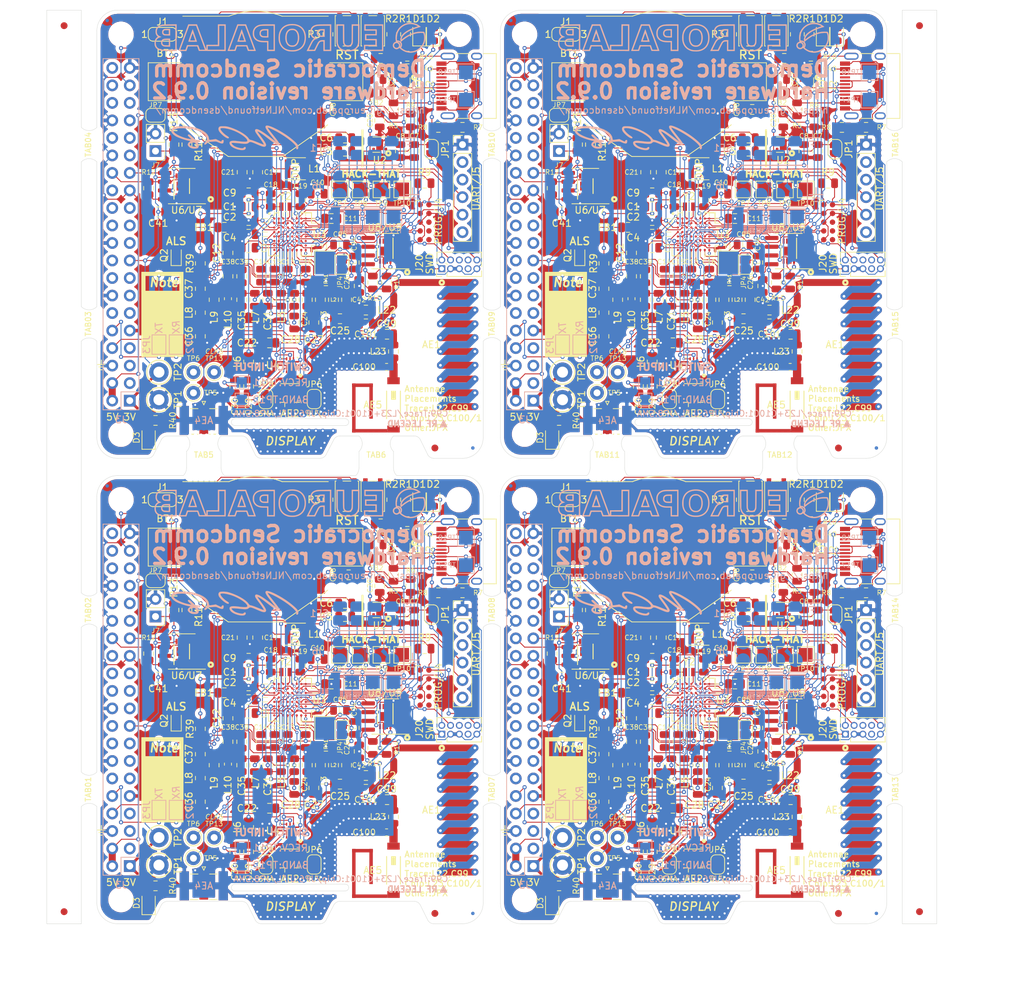
<source format=kicad_pcb>
(kicad_pcb (version 20171130) (host pcbnew 5.1.5+dfsg1-2build2)

  (general
    (thickness 1.6)
    (drawings 570)
    (tracks 5988)
    (zones 0)
    (modules 626)
    (nets 130)
  )

  (page A3)
  (title_block
    (title "Democratic Sendcomm")
    (date 2020-12-26)
    (rev 0.9.2)
    (company "Europalab Devices")
    (comment 1 "Copyright © 2020, Europalab Devices")
    (comment 2 "Fulfilling requirements of 20200210")
    (comment 3 "Pending quality assurance testing")
    (comment 4 "Release revision for manufacturing")
  )

  (layers
    (0 F.Cu signal)
    (1 In1.Cu power)
    (2 In2.Cu power)
    (31 B.Cu signal)
    (34 B.Paste user)
    (35 F.Paste user)
    (36 B.SilkS user)
    (37 F.SilkS user)
    (38 B.Mask user)
    (39 F.Mask user)
    (40 Dwgs.User user)
    (41 Cmts.User user)
    (44 Edge.Cuts user)
    (45 Margin user)
    (46 B.CrtYd user)
    (47 F.CrtYd user)
    (48 B.Fab user)
    (49 F.Fab user)
  )

  (setup
    (last_trace_width 0.127)
    (user_trace_width 0.1016)
    (user_trace_width 0.127)
    (user_trace_width 0.2)
    (user_trace_width 0.4)
    (user_trace_width 1.016)
    (user_trace_width 0.1016)
    (user_trace_width 0.127)
    (user_trace_width 0.2)
    (user_trace_width 0.4)
    (user_trace_width 1.016)
    (user_trace_width 0.1016)
    (user_trace_width 0.127)
    (user_trace_width 0.2)
    (user_trace_width 0.4)
    (user_trace_width 1.016)
    (user_trace_width 0.1016)
    (user_trace_width 0.127)
    (user_trace_width 0.2)
    (user_trace_width 0.4)
    (user_trace_width 1.016)
    (trace_clearance 0.127)
    (zone_clearance 0.508)
    (zone_45_only no)
    (trace_min 0.09)
    (via_size 0.6)
    (via_drill 0.3)
    (via_min_size 0.356)
    (via_min_drill 0.2)
    (user_via 0.356 0.2)
    (user_via 0.45 0.2)
    (user_via 0.356 0.2)
    (user_via 0.45 0.2)
    (user_via 0.356 0.2)
    (user_via 0.45 0.2)
    (user_via 0.356 0.2)
    (user_via 0.45 0.2)
    (uvia_size 0.45)
    (uvia_drill 0.1)
    (uvias_allowed no)
    (uvia_min_size 0.45)
    (uvia_min_drill 0.1)
    (edge_width 0.05)
    (segment_width 0.1)
    (pcb_text_width 0.25)
    (pcb_text_size 1 1)
    (mod_edge_width 0.15)
    (mod_text_size 1 1)
    (mod_text_width 0.15)
    (pad_size 2 2)
    (pad_drill 0)
    (pad_to_mask_clearance 0)
    (aux_axis_origin 0 0)
    (visible_elements 7FFFF7FF)
    (pcbplotparams
      (layerselection 0x313fc_ffffffff)
      (usegerberextensions true)
      (usegerberattributes false)
      (usegerberadvancedattributes false)
      (creategerberjobfile false)
      (excludeedgelayer true)
      (linewidth 0.150000)
      (plotframeref false)
      (viasonmask false)
      (mode 1)
      (useauxorigin false)
      (hpglpennumber 1)
      (hpglpenspeed 20)
      (hpglpendiameter 15.000000)
      (psnegative false)
      (psa4output false)
      (plotreference true)
      (plotvalue true)
      (plotinvisibletext false)
      (padsonsilk false)
      (subtractmaskfromsilk false)
      (outputformat 1)
      (mirror false)
      (drillshape 0)
      (scaleselection 1)
      (outputdirectory "fabsingle"))
  )

  (net 0 "")
  (net 1 GND)
  (net 2 "Net-(AE1-Pad1)")
  (net 3 /Sheet5F53D5B4/RFSWPWR)
  (net 4 "Net-(C8-Pad1)")
  (net 5 /Sheet5F53D5B4/POWAMP)
  (net 6 "Net-(C13-Pad1)")
  (net 7 /Sheet5F53D5B4/HFOUT)
  (net 8 +3V3)
  (net 9 "Net-(C29-Pad1)")
  (net 10 /Sheet5F53D5B4/HPOUT)
  (net 11 /Sheet5F53D5B4/HFIN)
  (net 12 /Sheet5F53D5B4/BANDSEL)
  (net 13 "Net-(BT1-Pad1)")
  (net 14 /Sheet5F53D5B4/USB_BUS)
  (net 15 "Net-(C33-Pad1)")
  (net 16 "Net-(C34-Pad1)")
  (net 17 /Sheet5F53D5B4/CMDRST)
  (net 18 "Net-(D1-Pad2)")
  (net 19 "Net-(D1-Pad1)")
  (net 20 "Net-(D2-Pad1)")
  (net 21 "Net-(D2-Pad2)")
  (net 22 /Sheet5F53D5B4/USB_P)
  (net 23 /Sheet5F53D5B4/USB_N)
  (net 24 /Sheet60040980/ID_SD)
  (net 25 /Sheet60040980/ID_SC)
  (net 26 /Sheet5F53D5B4/SWDCLK)
  (net 27 "Net-(J3-Pad7)")
  (net 28 "Net-(J3-Pad8)")
  (net 29 "Net-(J4-Pad6)")
  (net 30 /Sheet5F53D5B4/CN_VBAT)
  (net 31 /Sheet5F53D5B4/XCEIV)
  (net 32 "Net-(AE5-Pad2)")
  (net 33 "Net-(C1-Pad1)")
  (net 34 "Net-(C7-Pad1)")
  (net 35 "Net-(C14-Pad1)")
  (net 36 "Net-(C17-Pad1)")
  (net 37 "Net-(C18-Pad2)")
  (net 38 "Net-(C19-Pad2)")
  (net 39 "Net-(C23-Pad2)")
  (net 40 "Net-(C23-Pad1)")
  (net 41 "Net-(C24-Pad1)")
  (net 42 "Net-(C24-Pad2)")
  (net 43 "Net-(C29-Pad2)")
  (net 44 "Net-(C33-Pad2)")
  (net 45 "Net-(C35-Pad2)")
  (net 46 "Net-(C40-Pad1)")
  (net 47 "Net-(J2-PadB5)")
  (net 48 "Net-(J2-PadA8)")
  (net 49 "Net-(J2-PadA5)")
  (net 50 "Net-(J2-PadB8)")
  (net 51 "Net-(J3-Pad2)")
  (net 52 "Net-(J3-Pad3)")
  (net 53 "Net-(J3-Pad5)")
  (net 54 "Net-(J3-Pad10)")
  (net 55 "Net-(J3-Pad11)")
  (net 56 "Net-(J3-Pad12)")
  (net 57 "Net-(J3-Pad13)")
  (net 58 "Net-(J3-Pad15)")
  (net 59 "Net-(J3-Pad16)")
  (net 60 "Net-(J3-Pad18)")
  (net 61 "Net-(J3-Pad19)")
  (net 62 "Net-(J3-Pad21)")
  (net 63 "Net-(J3-Pad22)")
  (net 64 "Net-(J3-Pad23)")
  (net 65 "Net-(J3-Pad24)")
  (net 66 "Net-(J3-Pad26)")
  (net 67 "Net-(J3-Pad29)")
  (net 68 "Net-(J3-Pad31)")
  (net 69 "Net-(J3-Pad32)")
  (net 70 "Net-(J3-Pad33)")
  (net 71 "Net-(J3-Pad35)")
  (net 72 "Net-(J3-Pad36)")
  (net 73 "Net-(J3-Pad38)")
  (net 74 "Net-(J3-Pad40)")
  (net 75 "Net-(J4-Pad7)")
  (net 76 "Net-(J4-Pad8)")
  (net 77 "Net-(J5-Pad2)")
  (net 78 "Net-(J5-Pad3)")
  (net 79 "Net-(J5-Pad6)")
  (net 80 "Net-(J6-Pad1)")
  (net 81 "Net-(L1-Pad2)")
  (net 82 "Net-(R3-Pad1)")
  (net 83 "Net-(R4-Pad1)")
  (net 84 "Net-(R4-Pad2)")
  (net 85 "Net-(U2-Pad5)")
  (net 86 "Net-(U3-PadG1)")
  (net 87 "Net-(U3-PadH1)")
  (net 88 "Net-(U3-PadE3)")
  (net 89 "Net-(U3-PadE4)")
  (net 90 "Net-(U3-PadF4)")
  (net 91 "Net-(U3-PadC7)")
  (net 92 "Net-(U3-PadD7)")
  (net 93 "Net-(U5-Pad3)")
  (net 94 "Net-(U5-Pad4)")
  (net 95 "Net-(U8-Pad7)")
  (net 96 "Net-(U8-Pad3)")
  (net 97 "Net-(U8-Pad2)")
  (net 98 "Net-(U8-Pad1)")
  (net 99 "Net-(U9-Pad1)")
  (net 100 "Net-(U9-Pad2)")
  (net 101 "Net-(U9-Pad3)")
  (net 102 "Net-(U9-Pad7)")
  (net 103 /Sheet5F53D5B4/SWDIO)
  (net 104 "Net-(AE2-Pad1)")
  (net 105 "Net-(AE4-Pad1)")
  (net 106 "Net-(AE5-Pad1)")
  (net 107 "Net-(J6-Pad2)")
  (net 108 "Net-(J6-Pad3)")
  (net 109 "Net-(J6-Pad4)")
  (net 110 "Net-(J7-Pad1)")
  (net 111 "Net-(C95-Pad1)")
  (net 112 /TP_SCL)
  (net 113 /TP_SDA)
  (net 114 "Net-(J20-Pad6)")
  (net 115 "Net-(J20-Pad7)")
  (net 116 "Net-(J20-Pad8)")
  (net 117 "Net-(Q2-Pad2)")
  (net 118 EXT_UART_TX)
  (net 119 EXT_UART_RX)
  (net 120 USB_TST)
  (net 121 "Net-(TP13-Pad1)")
  (net 122 "Net-(C94-Pad2)")
  (net 123 /Sheet5F53D5B4/CRY_XIN-RSVD)
  (net 124 /Sheet5F53D5B4/CRY_XOUT-RSVD)
  (net 125 "Net-(C97-Pad1)")
  (net 126 "Net-(C101-Pad1)")
  (net 127 "Net-(D3-Pad2)")
  (net 128 "Net-(JP4-Pad1)")
  (net 129 "Net-(U3-PadE5)")

  (net_class Default "This is the default net class."
    (clearance 0.127)
    (trace_width 0.127)
    (via_dia 0.6)
    (via_drill 0.3)
    (uvia_dia 0.45)
    (uvia_drill 0.1)
    (add_net +3V3)
    (add_net /Sheet5F53D5B4/BANDSEL)
    (add_net /Sheet5F53D5B4/CMDRST)
    (add_net /Sheet5F53D5B4/CN_VBAT)
    (add_net /Sheet5F53D5B4/CRY_XIN-RSVD)
    (add_net /Sheet5F53D5B4/CRY_XOUT-RSVD)
    (add_net /Sheet5F53D5B4/HFIN)
    (add_net /Sheet5F53D5B4/HFOUT)
    (add_net /Sheet5F53D5B4/HPOUT)
    (add_net /Sheet5F53D5B4/POWAMP)
    (add_net /Sheet5F53D5B4/RFSWPWR)
    (add_net /Sheet5F53D5B4/SWDCLK)
    (add_net /Sheet5F53D5B4/SWDIO)
    (add_net /Sheet5F53D5B4/USB_BUS)
    (add_net /Sheet5F53D5B4/USB_N)
    (add_net /Sheet5F53D5B4/USB_P)
    (add_net /Sheet5F53D5B4/XCEIV)
    (add_net /Sheet60040980/ID_SC)
    (add_net /Sheet60040980/ID_SD)
    (add_net /TP_SCL)
    (add_net /TP_SDA)
    (add_net EXT_UART_RX)
    (add_net EXT_UART_TX)
    (add_net GND)
    (add_net "Net-(AE1-Pad1)")
    (add_net "Net-(AE2-Pad1)")
    (add_net "Net-(AE4-Pad1)")
    (add_net "Net-(AE5-Pad1)")
    (add_net "Net-(AE5-Pad2)")
    (add_net "Net-(BT1-Pad1)")
    (add_net "Net-(C1-Pad1)")
    (add_net "Net-(C101-Pad1)")
    (add_net "Net-(C13-Pad1)")
    (add_net "Net-(C14-Pad1)")
    (add_net "Net-(C17-Pad1)")
    (add_net "Net-(C18-Pad2)")
    (add_net "Net-(C19-Pad2)")
    (add_net "Net-(C23-Pad1)")
    (add_net "Net-(C23-Pad2)")
    (add_net "Net-(C24-Pad1)")
    (add_net "Net-(C24-Pad2)")
    (add_net "Net-(C29-Pad1)")
    (add_net "Net-(C29-Pad2)")
    (add_net "Net-(C33-Pad1)")
    (add_net "Net-(C33-Pad2)")
    (add_net "Net-(C34-Pad1)")
    (add_net "Net-(C35-Pad2)")
    (add_net "Net-(C40-Pad1)")
    (add_net "Net-(C7-Pad1)")
    (add_net "Net-(C8-Pad1)")
    (add_net "Net-(C94-Pad2)")
    (add_net "Net-(C95-Pad1)")
    (add_net "Net-(C97-Pad1)")
    (add_net "Net-(D1-Pad1)")
    (add_net "Net-(D1-Pad2)")
    (add_net "Net-(D2-Pad1)")
    (add_net "Net-(D2-Pad2)")
    (add_net "Net-(D3-Pad2)")
    (add_net "Net-(J2-PadA5)")
    (add_net "Net-(J2-PadA8)")
    (add_net "Net-(J2-PadB5)")
    (add_net "Net-(J2-PadB8)")
    (add_net "Net-(J20-Pad6)")
    (add_net "Net-(J20-Pad7)")
    (add_net "Net-(J20-Pad8)")
    (add_net "Net-(J3-Pad10)")
    (add_net "Net-(J3-Pad11)")
    (add_net "Net-(J3-Pad12)")
    (add_net "Net-(J3-Pad13)")
    (add_net "Net-(J3-Pad15)")
    (add_net "Net-(J3-Pad16)")
    (add_net "Net-(J3-Pad18)")
    (add_net "Net-(J3-Pad19)")
    (add_net "Net-(J3-Pad2)")
    (add_net "Net-(J3-Pad21)")
    (add_net "Net-(J3-Pad22)")
    (add_net "Net-(J3-Pad23)")
    (add_net "Net-(J3-Pad24)")
    (add_net "Net-(J3-Pad26)")
    (add_net "Net-(J3-Pad29)")
    (add_net "Net-(J3-Pad3)")
    (add_net "Net-(J3-Pad31)")
    (add_net "Net-(J3-Pad32)")
    (add_net "Net-(J3-Pad33)")
    (add_net "Net-(J3-Pad35)")
    (add_net "Net-(J3-Pad36)")
    (add_net "Net-(J3-Pad38)")
    (add_net "Net-(J3-Pad40)")
    (add_net "Net-(J3-Pad5)")
    (add_net "Net-(J3-Pad7)")
    (add_net "Net-(J3-Pad8)")
    (add_net "Net-(J4-Pad6)")
    (add_net "Net-(J4-Pad7)")
    (add_net "Net-(J4-Pad8)")
    (add_net "Net-(J5-Pad2)")
    (add_net "Net-(J5-Pad3)")
    (add_net "Net-(J5-Pad6)")
    (add_net "Net-(J6-Pad1)")
    (add_net "Net-(J6-Pad2)")
    (add_net "Net-(J6-Pad3)")
    (add_net "Net-(J6-Pad4)")
    (add_net "Net-(J7-Pad1)")
    (add_net "Net-(JP4-Pad1)")
    (add_net "Net-(L1-Pad2)")
    (add_net "Net-(Q2-Pad2)")
    (add_net "Net-(R3-Pad1)")
    (add_net "Net-(R4-Pad1)")
    (add_net "Net-(R4-Pad2)")
    (add_net "Net-(TP13-Pad1)")
    (add_net "Net-(U2-Pad5)")
    (add_net "Net-(U3-PadC7)")
    (add_net "Net-(U3-PadD7)")
    (add_net "Net-(U3-PadE3)")
    (add_net "Net-(U3-PadE4)")
    (add_net "Net-(U3-PadE5)")
    (add_net "Net-(U3-PadF4)")
    (add_net "Net-(U3-PadG1)")
    (add_net "Net-(U3-PadH1)")
    (add_net "Net-(U5-Pad3)")
    (add_net "Net-(U5-Pad4)")
    (add_net "Net-(U8-Pad1)")
    (add_net "Net-(U8-Pad2)")
    (add_net "Net-(U8-Pad3)")
    (add_net "Net-(U8-Pad7)")
    (add_net "Net-(U9-Pad1)")
    (add_net "Net-(U9-Pad2)")
    (add_net "Net-(U9-Pad3)")
    (add_net "Net-(U9-Pad7)")
    (add_net USB_TST)
  )

  (net_class Power ""
    (clearance 0.2)
    (trace_width 0.5)
    (via_dia 1)
    (via_drill 0.7)
    (uvia_dia 0.5)
    (uvia_drill 0.1)
  )

  (module Resistor_SMD:R_0805_2012Metric (layer F.Cu) (tedit 5B36C52B) (tstamp 6004C2E4)
    (at 127 146 90)
    (descr "Resistor SMD 0805 (2012 Metric), square (rectangular) end terminal, IPC_7351 nominal, (Body size source: https://docs.google.com/spreadsheets/d/1BsfQQcO9C6DZCsRaXUlFlo91Tg2WpOkGARC1WS5S8t0/edit?usp=sharing), generated with kicad-footprint-generator")
    (tags resistor)
    (path /5F53D5B5/5FB8F84E)
    (attr smd)
    (fp_text reference R1 (at 2.25 0 180) (layer F.SilkS)
      (effects (font (size 1 1) (thickness 0.15)))
    )
    (fp_text value 330 (at 0 1.65 270) (layer F.Fab)
      (effects (font (size 1 1) (thickness 0.15)))
    )
    (fp_line (start -1 0.6) (end -1 -0.6) (layer F.Fab) (width 0.1))
    (fp_line (start -1 -0.6) (end 1 -0.6) (layer F.Fab) (width 0.1))
    (fp_line (start 1 -0.6) (end 1 0.6) (layer F.Fab) (width 0.1))
    (fp_line (start 1 0.6) (end -1 0.6) (layer F.Fab) (width 0.1))
    (fp_line (start -0.258578 -0.71) (end 0.258578 -0.71) (layer F.SilkS) (width 0.12))
    (fp_line (start -0.258578 0.71) (end 0.258578 0.71) (layer F.SilkS) (width 0.12))
    (fp_line (start -1.68 0.95) (end -1.68 -0.95) (layer F.CrtYd) (width 0.05))
    (fp_line (start -1.68 -0.95) (end 1.68 -0.95) (layer F.CrtYd) (width 0.05))
    (fp_line (start 1.68 -0.95) (end 1.68 0.95) (layer F.CrtYd) (width 0.05))
    (fp_line (start 1.68 0.95) (end -1.68 0.95) (layer F.CrtYd) (width 0.05))
    (fp_text user %R (at 0 0 270) (layer F.Fab)
      (effects (font (size 0.5 0.5) (thickness 0.08)))
    )
    (pad 1 smd roundrect (at -0.9375 0 90) (size 0.975 1.4) (layers F.Cu F.Paste F.Mask) (roundrect_rratio 0.25)
      (net 8 +3V3))
    (pad 2 smd roundrect (at 0.9375 0 90) (size 0.975 1.4) (layers F.Cu F.Paste F.Mask) (roundrect_rratio 0.25)
      (net 18 "Net-(D1-Pad2)"))
    (model ${KISYS3DMOD}/Resistor_SMD.3dshapes/R_0805_2012Metric.wrl
      (at (xyz 0 0 0))
      (scale (xyz 1 1 1))
      (rotate (xyz 0 0 0))
    )
  )

  (module Resistor_SMD:R_0805_2012Metric (layer F.Cu) (tedit 5B36C52B) (tstamp 6004C2D4)
    (at 122.25 182 90)
    (descr "Resistor SMD 0805 (2012 Metric), square (rectangular) end terminal, IPC_7351 nominal, (Body size source: https://docs.google.com/spreadsheets/d/1BsfQQcO9C6DZCsRaXUlFlo91Tg2WpOkGARC1WS5S8t0/edit?usp=sharing), generated with kicad-footprint-generator")
    (tags resistor)
    (path /601C3EDE/601DBF61)
    (attr smd)
    (fp_text reference R15 (at -2.25 0.25 unlocked) (layer F.SilkS)
      (effects (font (size 0.7 0.7) (thickness 0.1)))
    )
    (fp_text value 10K (at 0 1.65 90) (layer F.Fab)
      (effects (font (size 1 1) (thickness 0.15)))
    )
    (fp_text user %R (at 0 0 90) (layer F.Fab)
      (effects (font (size 0.5 0.5) (thickness 0.08)))
    )
    (fp_line (start 1.68 0.95) (end -1.68 0.95) (layer F.CrtYd) (width 0.05))
    (fp_line (start 1.68 -0.95) (end 1.68 0.95) (layer F.CrtYd) (width 0.05))
    (fp_line (start -1.68 -0.95) (end 1.68 -0.95) (layer F.CrtYd) (width 0.05))
    (fp_line (start -1.68 0.95) (end -1.68 -0.95) (layer F.CrtYd) (width 0.05))
    (fp_line (start -0.258578 0.71) (end 0.258578 0.71) (layer F.SilkS) (width 0.12))
    (fp_line (start -0.258578 -0.71) (end 0.258578 -0.71) (layer F.SilkS) (width 0.12))
    (fp_line (start 1 0.6) (end -1 0.6) (layer F.Fab) (width 0.1))
    (fp_line (start 1 -0.6) (end 1 0.6) (layer F.Fab) (width 0.1))
    (fp_line (start -1 -0.6) (end 1 -0.6) (layer F.Fab) (width 0.1))
    (fp_line (start -1 0.6) (end -1 -0.6) (layer F.Fab) (width 0.1))
    (pad 2 smd roundrect (at 0.9375 0 90) (size 0.975 1.4) (layers F.Cu F.Paste F.Mask) (roundrect_rratio 0.25)
      (net 113 /TP_SDA))
    (pad 1 smd roundrect (at -0.9375 0 90) (size 0.975 1.4) (layers F.Cu F.Paste F.Mask) (roundrect_rratio 0.25)
      (net 8 +3V3))
    (model ${KISYS3DMOD}/Resistor_SMD.3dshapes/R_0805_2012Metric.wrl
      (at (xyz 0 0 0))
      (scale (xyz 1 1 1))
      (rotate (xyz 0 0 0))
    )
  )

  (module TestPoint:TestPoint_Pad_2.0x2.0mm (layer B.Cu) (tedit 5FF27796) (tstamp 6004C2C7)
    (at 119.25 172.5)
    (descr "SMD rectangular pad as test Point, square 2.0mm side length")
    (tags "test point SMD pad rectangle square")
    (path /60040981/5FF321A1)
    (attr virtual)
    (fp_text reference TP16 (at 0 1.998) (layer B.SilkS)
      (effects (font (size 0.7 0.7) (thickness 0.1)) (justify mirror))
    )
    (fp_text value Test (at 0 -2.05) (layer B.Fab)
      (effects (font (size 1 1) (thickness 0.15)) (justify mirror))
    )
    (fp_line (start 1.5 -1.5) (end -1.5 -1.5) (layer B.CrtYd) (width 0.05))
    (fp_line (start 1.5 -1.5) (end 1.5 1.5) (layer B.CrtYd) (width 0.05))
    (fp_line (start -1.5 1.5) (end -1.5 -1.5) (layer B.CrtYd) (width 0.05))
    (fp_line (start -1.5 1.5) (end 1.5 1.5) (layer B.CrtYd) (width 0.05))
    (fp_line (start -1.2 -1.2) (end -1.2 1.2) (layer B.SilkS) (width 0.12))
    (fp_line (start 1.2 -1.2) (end -1.2 -1.2) (layer B.SilkS) (width 0.12))
    (fp_line (start 1.2 1.2) (end 1.2 -1.2) (layer B.SilkS) (width 0.12))
    (fp_line (start -1.2 1.2) (end 1.2 1.2) (layer B.SilkS) (width 0.12))
    (fp_text user %R (at 0 2) (layer B.Fab)
      (effects (font (size 1 1) (thickness 0.15)) (justify mirror))
    )
    (pad 1 smd rect (at 0 0) (size 2 2) (layers B.Cu B.Mask)
      (net 26 /Sheet5F53D5B4/SWDCLK))
  )

  (module Capacitor_SMD:C_0805_2012Metric (layer F.Cu) (tedit 5B36C52B) (tstamp 6004C2B7)
    (at 118.45 184.5 270)
    (descr "Capacitor SMD 0805 (2012 Metric), square (rectangular) end terminal, IPC_7351 nominal, (Body size source: https://docs.google.com/spreadsheets/d/1BsfQQcO9C6DZCsRaXUlFlo91Tg2WpOkGARC1WS5S8t0/edit?usp=sharing), generated with kicad-footprint-generator")
    (tags capacitor)
    (path /5F5C0728/5F5D6E50)
    (attr smd)
    (fp_text reference C26 (at -2.5 -0.05 90) (layer F.SilkS)
      (effects (font (size 0.7 0.7) (thickness 0.1)))
    )
    (fp_text value 5,6pF (at 0 1.65 90) (layer F.Fab)
      (effects (font (size 1 1) (thickness 0.15)))
    )
    (fp_text user %R (at 0 0 90) (layer F.Fab)
      (effects (font (size 0.5 0.5) (thickness 0.08)))
    )
    (fp_line (start 1.68 0.95) (end -1.68 0.95) (layer F.CrtYd) (width 0.05))
    (fp_line (start 1.68 -0.95) (end 1.68 0.95) (layer F.CrtYd) (width 0.05))
    (fp_line (start -1.68 -0.95) (end 1.68 -0.95) (layer F.CrtYd) (width 0.05))
    (fp_line (start -1.68 0.95) (end -1.68 -0.95) (layer F.CrtYd) (width 0.05))
    (fp_line (start -0.258578 0.71) (end 0.258578 0.71) (layer F.SilkS) (width 0.12))
    (fp_line (start -0.258578 -0.71) (end 0.258578 -0.71) (layer F.SilkS) (width 0.12))
    (fp_line (start 1 0.6) (end -1 0.6) (layer F.Fab) (width 0.1))
    (fp_line (start 1 -0.6) (end 1 0.6) (layer F.Fab) (width 0.1))
    (fp_line (start -1 -0.6) (end 1 -0.6) (layer F.Fab) (width 0.1))
    (fp_line (start -1 0.6) (end -1 -0.6) (layer F.Fab) (width 0.1))
    (pad 2 smd roundrect (at 0.9375 0 270) (size 0.975 1.4) (layers F.Cu F.Paste F.Mask) (roundrect_rratio 0.25)
      (net 1 GND))
    (pad 1 smd roundrect (at -0.9375 0 270) (size 0.975 1.4) (layers F.Cu F.Paste F.Mask) (roundrect_rratio 0.25)
      (net 40 "Net-(C23-Pad1)"))
    (model ${KISYS3DMOD}/Capacitor_SMD.3dshapes/C_0805_2012Metric.wrl
      (at (xyz 0 0 0))
      (scale (xyz 1 1 1))
      (rotate (xyz 0 0 0))
    )
  )

  (module Capacitor_SMD:C_0805_2012Metric (layer F.Cu) (tedit 5B36C52B) (tstamp 6004C2A7)
    (at 104.25 171 180)
    (descr "Capacitor SMD 0805 (2012 Metric), square (rectangular) end terminal, IPC_7351 nominal, (Body size source: https://docs.google.com/spreadsheets/d/1BsfQQcO9C6DZCsRaXUlFlo91Tg2WpOkGARC1WS5S8t0/edit?usp=sharing), generated with kicad-footprint-generator")
    (tags capacitor)
    (path /5F53D5B5/5F81B8EA)
    (attr smd)
    (fp_text reference C1 (at 2.75 0) (layer F.SilkS)
      (effects (font (size 1 1) (thickness 0.15)))
    )
    (fp_text value 0,1uF (at 0 1.65) (layer F.Fab)
      (effects (font (size 1 1) (thickness 0.15)))
    )
    (fp_line (start -1 0.6) (end -1 -0.6) (layer F.Fab) (width 0.1))
    (fp_line (start -1 -0.6) (end 1 -0.6) (layer F.Fab) (width 0.1))
    (fp_line (start 1 -0.6) (end 1 0.6) (layer F.Fab) (width 0.1))
    (fp_line (start 1 0.6) (end -1 0.6) (layer F.Fab) (width 0.1))
    (fp_line (start -0.258578 -0.71) (end 0.258578 -0.71) (layer F.SilkS) (width 0.12))
    (fp_line (start -0.258578 0.71) (end 0.258578 0.71) (layer F.SilkS) (width 0.12))
    (fp_line (start -1.68 0.95) (end -1.68 -0.95) (layer F.CrtYd) (width 0.05))
    (fp_line (start -1.68 -0.95) (end 1.68 -0.95) (layer F.CrtYd) (width 0.05))
    (fp_line (start 1.68 -0.95) (end 1.68 0.95) (layer F.CrtYd) (width 0.05))
    (fp_line (start 1.68 0.95) (end -1.68 0.95) (layer F.CrtYd) (width 0.05))
    (fp_text user %R (at 0 0) (layer F.Fab)
      (effects (font (size 0.5 0.5) (thickness 0.08)))
    )
    (pad 1 smd roundrect (at -0.9375 0 180) (size 0.975 1.4) (layers F.Cu F.Paste F.Mask) (roundrect_rratio 0.25)
      (net 33 "Net-(C1-Pad1)"))
    (pad 2 smd roundrect (at 0.9375 0 180) (size 0.975 1.4) (layers F.Cu F.Paste F.Mask) (roundrect_rratio 0.25)
      (net 1 GND))
    (model ${KISYS3DMOD}/Capacitor_SMD.3dshapes/C_0805_2012Metric.wrl
      (at (xyz 0 0 0))
      (scale (xyz 1 1 1))
      (rotate (xyz 0 0 0))
    )
  )

  (module Capacitor_SMD:C_0805_2012Metric (layer F.Cu) (tedit 5B36C52B) (tstamp 6004C297)
    (at 103.25 184.5 270)
    (descr "Capacitor SMD 0805 (2012 Metric), square (rectangular) end terminal, IPC_7351 nominal, (Body size source: https://docs.google.com/spreadsheets/d/1BsfQQcO9C6DZCsRaXUlFlo91Tg2WpOkGARC1WS5S8t0/edit?usp=sharing), generated with kicad-footprint-generator")
    (tags capacitor)
    (path /5F5C0728/5F5D6DCD)
    (attr smd)
    (fp_text reference C35 (at 3 0 90) (layer F.SilkS)
      (effects (font (size 1 1) (thickness 0.15)))
    )
    (fp_text value 22pF (at 0 1.65 90) (layer F.Fab)
      (effects (font (size 1 1) (thickness 0.15)))
    )
    (fp_text user %R (at 0 0 90) (layer F.Fab)
      (effects (font (size 0.5 0.5) (thickness 0.08)))
    )
    (fp_line (start 1.68 0.95) (end -1.68 0.95) (layer F.CrtYd) (width 0.05))
    (fp_line (start 1.68 -0.95) (end 1.68 0.95) (layer F.CrtYd) (width 0.05))
    (fp_line (start -1.68 -0.95) (end 1.68 -0.95) (layer F.CrtYd) (width 0.05))
    (fp_line (start -1.68 0.95) (end -1.68 -0.95) (layer F.CrtYd) (width 0.05))
    (fp_line (start -0.258578 0.71) (end 0.258578 0.71) (layer F.SilkS) (width 0.12))
    (fp_line (start -0.258578 -0.71) (end 0.258578 -0.71) (layer F.SilkS) (width 0.12))
    (fp_line (start 1 0.6) (end -1 0.6) (layer F.Fab) (width 0.1))
    (fp_line (start 1 -0.6) (end 1 0.6) (layer F.Fab) (width 0.1))
    (fp_line (start -1 -0.6) (end 1 -0.6) (layer F.Fab) (width 0.1))
    (fp_line (start -1 0.6) (end -1 -0.6) (layer F.Fab) (width 0.1))
    (pad 2 smd roundrect (at 0.9375 0 270) (size 0.975 1.4) (layers F.Cu F.Paste F.Mask) (roundrect_rratio 0.25)
      (net 45 "Net-(C35-Pad2)"))
    (pad 1 smd roundrect (at -0.9375 0 270) (size 0.975 1.4) (layers F.Cu F.Paste F.Mask) (roundrect_rratio 0.25)
      (net 7 /Sheet5F53D5B4/HFOUT))
    (model ${KISYS3DMOD}/Capacitor_SMD.3dshapes/C_0805_2012Metric.wrl
      (at (xyz 0 0 0))
      (scale (xyz 1 1 1))
      (rotate (xyz 0 0 0))
    )
  )

  (module Capacitor_SMD:C_0805_2012Metric (layer F.Cu) (tedit 5B36C52B) (tstamp 6004C287)
    (at 116.25 172.725)
    (descr "Capacitor SMD 0805 (2012 Metric), square (rectangular) end terminal, IPC_7351 nominal, (Body size source: https://docs.google.com/spreadsheets/d/1BsfQQcO9C6DZCsRaXUlFlo91Tg2WpOkGARC1WS5S8t0/edit?usp=sharing), generated with kicad-footprint-generator")
    (tags capacitor)
    (path /5F53D5B5/5F6C40B2)
    (attr smd)
    (fp_text reference C11 (at 2.75 0 180) (layer F.SilkS)
      (effects (font (size 0.7 0.7) (thickness 0.1)))
    )
    (fp_text value 0,1uF (at 0 1.65 180) (layer F.Fab)
      (effects (font (size 1 1) (thickness 0.15)))
    )
    (fp_text user %R (at 0 0 180) (layer F.Fab)
      (effects (font (size 0.5 0.5) (thickness 0.08)))
    )
    (fp_line (start 1.68 0.95) (end -1.68 0.95) (layer F.CrtYd) (width 0.05))
    (fp_line (start 1.68 -0.95) (end 1.68 0.95) (layer F.CrtYd) (width 0.05))
    (fp_line (start -1.68 -0.95) (end 1.68 -0.95) (layer F.CrtYd) (width 0.05))
    (fp_line (start -1.68 0.95) (end -1.68 -0.95) (layer F.CrtYd) (width 0.05))
    (fp_line (start -0.258578 0.71) (end 0.258578 0.71) (layer F.SilkS) (width 0.12))
    (fp_line (start -0.258578 -0.71) (end 0.258578 -0.71) (layer F.SilkS) (width 0.12))
    (fp_line (start 1 0.6) (end -1 0.6) (layer F.Fab) (width 0.1))
    (fp_line (start 1 -0.6) (end 1 0.6) (layer F.Fab) (width 0.1))
    (fp_line (start -1 -0.6) (end 1 -0.6) (layer F.Fab) (width 0.1))
    (fp_line (start -1 0.6) (end -1 -0.6) (layer F.Fab) (width 0.1))
    (pad 2 smd roundrect (at 0.9375 0) (size 0.975 1.4) (layers F.Cu F.Paste F.Mask) (roundrect_rratio 0.25)
      (net 1 GND))
    (pad 1 smd roundrect (at -0.9375 0) (size 0.975 1.4) (layers F.Cu F.Paste F.Mask) (roundrect_rratio 0.25)
      (net 8 +3V3))
    (model ${KISYS3DMOD}/Capacitor_SMD.3dshapes/C_0805_2012Metric.wrl
      (at (xyz 0 0 0))
      (scale (xyz 1 1 1))
      (rotate (xyz 0 0 0))
    )
  )

  (module Capacitor_SMD:C_0805_2012Metric (layer F.Cu) (tedit 5B36C52B) (tstamp 6004C275)
    (at 114.25 169.125 180)
    (descr "Capacitor SMD 0805 (2012 Metric), square (rectangular) end terminal, IPC_7351 nominal, (Body size source: https://docs.google.com/spreadsheets/d/1BsfQQcO9C6DZCsRaXUlFlo91Tg2WpOkGARC1WS5S8t0/edit?usp=sharing), generated with kicad-footprint-generator")
    (tags capacitor)
    (path /5F53D5B5/5F6C3BDA)
    (attr smd)
    (fp_text reference C10 (at 0 1.625) (layer F.SilkS)
      (effects (font (size 0.7 0.7) (thickness 0.1)))
    )
    (fp_text value 0,1uF (at 0 1.65) (layer F.Fab)
      (effects (font (size 1 1) (thickness 0.15)))
    )
    (fp_text user %R (at 0 0) (layer F.Fab)
      (effects (font (size 0.5 0.5) (thickness 0.08)))
    )
    (fp_line (start 1.68 0.95) (end -1.68 0.95) (layer F.CrtYd) (width 0.05))
    (fp_line (start 1.68 -0.95) (end 1.68 0.95) (layer F.CrtYd) (width 0.05))
    (fp_line (start -1.68 -0.95) (end 1.68 -0.95) (layer F.CrtYd) (width 0.05))
    (fp_line (start -1.68 0.95) (end -1.68 -0.95) (layer F.CrtYd) (width 0.05))
    (fp_line (start -0.258578 0.71) (end 0.258578 0.71) (layer F.SilkS) (width 0.12))
    (fp_line (start -0.258578 -0.71) (end 0.258578 -0.71) (layer F.SilkS) (width 0.12))
    (fp_line (start 1 0.6) (end -1 0.6) (layer F.Fab) (width 0.1))
    (fp_line (start 1 -0.6) (end 1 0.6) (layer F.Fab) (width 0.1))
    (fp_line (start -1 -0.6) (end 1 -0.6) (layer F.Fab) (width 0.1))
    (fp_line (start -1 0.6) (end -1 -0.6) (layer F.Fab) (width 0.1))
    (pad 2 smd roundrect (at 0.9375 0 180) (size 0.975 1.4) (layers F.Cu F.Paste F.Mask) (roundrect_rratio 0.25)
      (net 1 GND))
    (pad 1 smd roundrect (at -0.9375 0 180) (size 0.975 1.4) (layers F.Cu F.Paste F.Mask) (roundrect_rratio 0.25)
      (net 8 +3V3))
    (model ${KISYS3DMOD}/Capacitor_SMD.3dshapes/C_0805_2012Metric.wrl
      (at (xyz 0 0 0))
      (scale (xyz 1 1 1))
      (rotate (xyz 0 0 0))
    )
  )

  (module Capacitor_SMD:C_0805_2012Metric (layer F.Cu) (tedit 5B36C52B) (tstamp 6004C265)
    (at 127.25 151 180)
    (descr "Capacitor SMD 0805 (2012 Metric), square (rectangular) end terminal, IPC_7351 nominal, (Body size source: https://docs.google.com/spreadsheets/d/1BsfQQcO9C6DZCsRaXUlFlo91Tg2WpOkGARC1WS5S8t0/edit?usp=sharing), generated with kicad-footprint-generator")
    (tags capacitor)
    (path /60040981/6005D746)
    (attr smd)
    (fp_text reference C40 (at -2.75 0) (layer F.SilkS)
      (effects (font (size 0.7 0.7) (thickness 0.1)))
    )
    (fp_text value 4,7nF (at 0 1.65) (layer F.Fab)
      (effects (font (size 1 1) (thickness 0.15)))
    )
    (fp_text user %R (at 0 0) (layer F.Fab)
      (effects (font (size 0.5 0.5) (thickness 0.08)))
    )
    (fp_line (start 1.68 0.95) (end -1.68 0.95) (layer F.CrtYd) (width 0.05))
    (fp_line (start 1.68 -0.95) (end 1.68 0.95) (layer F.CrtYd) (width 0.05))
    (fp_line (start -1.68 -0.95) (end 1.68 -0.95) (layer F.CrtYd) (width 0.05))
    (fp_line (start -1.68 0.95) (end -1.68 -0.95) (layer F.CrtYd) (width 0.05))
    (fp_line (start -0.258578 0.71) (end 0.258578 0.71) (layer F.SilkS) (width 0.12))
    (fp_line (start -0.258578 -0.71) (end 0.258578 -0.71) (layer F.SilkS) (width 0.12))
    (fp_line (start 1 0.6) (end -1 0.6) (layer F.Fab) (width 0.1))
    (fp_line (start 1 -0.6) (end 1 0.6) (layer F.Fab) (width 0.1))
    (fp_line (start -1 -0.6) (end 1 -0.6) (layer F.Fab) (width 0.1))
    (fp_line (start -1 0.6) (end -1 -0.6) (layer F.Fab) (width 0.1))
    (pad 2 smd roundrect (at 0.9375 0 180) (size 0.975 1.4) (layers F.Cu F.Paste F.Mask) (roundrect_rratio 0.25)
      (net 1 GND))
    (pad 1 smd roundrect (at -0.9375 0 180) (size 0.975 1.4) (layers F.Cu F.Paste F.Mask) (roundrect_rratio 0.25)
      (net 46 "Net-(C40-Pad1)"))
    (model ${KISYS3DMOD}/Capacitor_SMD.3dshapes/C_0805_2012Metric.wrl
      (at (xyz 0 0 0))
      (scale (xyz 1 1 1))
      (rotate (xyz 0 0 0))
    )
  )

  (module Elabdev:Elablogoslk-Gfx (layer B.Cu) (tedit 0) (tstamp 6004C247)
    (at 110.25 146.5 180)
    (fp_text reference G** (at 0 0) (layer B.SilkS) hide
      (effects (font (size 1.524 1.524) (thickness 0.3)) (justify mirror))
    )
    (fp_text value Elablogoslk (at 0.75 0) (layer B.SilkS) hide
      (effects (font (size 1.524 1.524) (thickness 0.3)) (justify mirror))
    )
    (fp_poly (pts (xy -17.296013 2.160559) (xy -17.146955 2.147625) (xy -17.01788 2.127067) (xy -17.011837 2.125773)
      (xy -16.745147 2.049925) (xy -16.492279 1.942406) (xy -16.256146 1.805414) (xy -16.039659 1.641144)
      (xy -15.84573 1.451794) (xy -15.677272 1.23956) (xy -15.542936 1.0177) (xy -15.432149 0.7745)
      (xy -15.354991 0.53052) (xy -15.309681 0.278492) (xy -15.29444 0.01115) (xy -15.294429 0.003282)
      (xy -15.298471 -0.139348) (xy -15.3098 -0.280217) (xy -15.32722 -0.409001) (xy -15.349537 -0.515371)
      (xy -15.357739 -0.543688) (xy -15.355416 -0.564047) (xy -15.329992 -0.582366) (xy -15.275454 -0.602783)
      (xy -15.268804 -0.604899) (xy -15.162741 -0.655064) (xy -15.06468 -0.732155) (xy -14.984955 -0.826886)
      (xy -14.948096 -0.893002) (xy -14.915202 -1.001259) (xy -14.903988 -1.121411) (xy -14.914464 -1.239923)
      (xy -14.946639 -1.343257) (xy -14.947804 -1.345701) (xy -15.022979 -1.461189) (xy -15.124166 -1.554603)
      (xy -15.246006 -1.622102) (xy -15.38314 -1.659847) (xy -15.387074 -1.660428) (xy -15.491406 -1.659995)
      (xy -15.604795 -1.633404) (xy -15.715456 -1.5842) (xy -15.779665 -1.542285) (xy -15.870979 -1.473172)
      (xy -15.950097 -1.555302) (xy -16.081266 -1.674272) (xy -16.23939 -1.789717) (xy -16.415182 -1.896314)
      (xy -16.599354 -1.98874) (xy -16.78262 -2.061672) (xy -16.891 -2.094578) (xy -17.047658 -2.129727)
      (xy -17.209836 -2.155371) (xy -17.367777 -2.17058) (xy -17.511725 -2.174422) (xy -17.631925 -2.165967)
      (xy -17.634857 -2.165544) (xy -17.674946 -2.159671) (xy -17.737875 -2.150465) (xy -17.81058 -2.139838)
      (xy -17.816286 -2.139004) (xy -18.064866 -2.084852) (xy -18.308663 -1.997087) (xy -18.54328 -1.878379)
      (xy -18.764318 -1.7314) (xy -18.967378 -1.558819) (xy -19.148062 -1.363308) (xy -19.197318 -1.300487)
      (xy -19.279292 -1.179057) (xy -19.361727 -1.034591) (xy -19.438347 -0.879707) (xy -19.502877 -0.727026)
      (xy -19.546388 -0.598593) (xy -19.596363 -0.372839) (xy -19.622134 -0.135568) (xy -19.623294 0.015294)
      (xy -19.438684 0.015294) (xy -19.435462 -0.11985) (xy -19.426996 -0.248532) (xy -19.413417 -0.360178)
      (xy -19.406283 -0.399143) (xy -19.335194 -0.653214) (xy -19.23167 -0.893807) (xy -19.098013 -1.11793)
      (xy -18.936525 -1.322597) (xy -18.749507 -1.504818) (xy -18.53926 -1.661604) (xy -18.3515 -1.768912)
      (xy -18.102407 -1.87556) (xy -17.852172 -1.946261) (xy -17.598514 -1.981337) (xy -17.339147 -1.981111)
      (xy -17.0815 -1.94776) (xy -16.85852 -1.892837) (xy -16.65007 -1.81372) (xy -16.448808 -1.706971)
      (xy -16.24739 -1.569152) (xy -16.207859 -1.53867) (xy -16.096218 -1.451093) (xy -16.160605 -1.325598)
      (xy -16.213366 -1.187745) (xy -16.234458 -1.048571) (xy -16.052281 -1.048571) (xy -16.031838 -1.168768)
      (xy -16.00986 -1.224633) (xy -15.989545 -1.265059) (xy -15.97637 -1.286894) (xy -15.974808 -1.288143)
      (xy -15.9736 -1.271673) (xy -15.975278 -1.228665) (xy -15.9791 -1.17344) (xy -15.976769 -1.114912)
      (xy -15.798888 -1.114912) (xy -15.782507 -1.219803) (xy -15.733025 -1.319033) (xy -15.69601 -1.364734)
      (xy -15.609118 -1.433166) (xy -15.508967 -1.469377) (xy -15.40059 -1.472484) (xy -15.289022 -1.441604)
      (xy -15.280192 -1.437677) (xy -15.201936 -1.383432) (xy -15.139246 -1.304623) (xy -15.097557 -1.211528)
      (xy -15.082299 -1.114425) (xy -15.085859 -1.069994) (xy -15.119357 -0.965711) (xy -15.177402 -0.881608)
      (xy -15.254047 -0.819151) (xy -15.343345 -0.779808) (xy -15.439348 -0.765044) (xy -15.536107 -0.776325)
      (xy -15.627675 -0.815118) (xy -15.708105 -0.882888) (xy -15.7306 -0.911048) (xy -15.781731 -1.010086)
      (xy -15.798888 -1.114912) (xy -15.976769 -1.114912) (xy -15.973468 -1.032067) (xy -15.935024 -0.901205)
      (xy -15.866385 -0.785474) (xy -15.770167 -0.689499) (xy -15.670136 -0.62762) (xy -15.620299 -0.602204)
      (xy -15.600929 -0.587963) (xy -15.609046 -0.582006) (xy -15.622304 -0.581234) (xy -15.707408 -0.594049)
      (xy -15.799509 -0.630575) (xy -15.885003 -0.684656) (xy -15.921248 -0.716578) (xy -15.995745 -0.815363)
      (xy -16.039837 -0.928398) (xy -16.052281 -1.048571) (xy -16.234458 -1.048571) (xy -16.234934 -1.045431)
      (xy -16.225692 -0.905079) (xy -16.186024 -0.773113) (xy -16.120934 -0.66192) (xy -16.07517 -0.60192)
      (xy -16.197335 -0.494486) (xy -16.495715 -0.249344) (xy -16.806412 -0.026992) (xy -17.123796 0.168963)
      (xy -17.44224 0.334918) (xy -17.607894 0.408797) (xy -17.925188 0.527413) (xy -18.235479 0.613419)
      (xy -18.544775 0.668075) (xy -18.859088 0.692643) (xy -18.968731 0.694366) (xy -19.0705 0.693682)
      (xy -19.161697 0.691696) (xy -19.235145 0.688669) (xy -19.283667 0.684863) (xy -19.297591 0.682391)
      (xy -19.318647 0.668168) (xy -19.338512 0.636698) (xy -19.358733 0.583669) (xy -19.380857 0.504772)
      (xy -19.406432 0.395695) (xy -19.415582 0.353786) (xy -19.428875 0.262684) (xy -19.436532 0.146329)
      (xy -19.438684 0.015294) (xy -19.623294 0.015294) (xy -19.623985 0.105038) (xy -19.602197 0.340797)
      (xy -19.557055 0.563525) (xy -19.500205 0.737314) (xy -19.476014 0.795271) (xy -19.455127 0.828398)
      (xy -19.427735 0.8457) (xy -19.384028 0.856181) (xy -19.367489 0.859127) (xy -19.318903 0.8645)
      (xy -19.242269 0.869218) (xy -19.145823 0.872939) (xy -19.037803 0.875323) (xy -18.959286 0.876015)
      (xy -18.816862 0.875149) (xy -18.699029 0.871032) (xy -18.594173 0.862823) (xy -18.490677 0.849678)
      (xy -18.405929 0.835895) (xy -18.051516 0.756421) (xy -17.697254 0.64199) (xy -17.34584 0.493844)
      (xy -16.999974 0.313221) (xy -16.662353 0.101362) (xy -16.412386 -0.080203) (xy -16.345574 -0.131743)
      (xy -16.284702 -0.178695) (xy -16.23877 -0.214119) (xy -16.223508 -0.225886) (xy -16.177602 -0.261271)
      (xy -16.18817 -0.158877) (xy -16.220167 -0.017945) (xy -16.286538 0.12666) (xy -16.385758 0.273345)
      (xy -16.516299 0.420513) (xy -16.676635 0.56657) (xy -16.865239 0.709919) (xy -17.080585 0.848966)
      (xy -17.238136 0.938422) (xy -17.429229 1.035044) (xy -17.646671 1.133785) (xy -17.880988 1.230988)
      (xy -18.122704 1.322994) (xy -18.362346 1.406146) (xy -18.59044 1.476785) (xy -18.7325 1.515397)
      (xy -18.813249 1.536528) (xy -18.880746 1.555404) (xy -18.927359 1.569812) (xy -18.945054 1.577045)
      (xy -18.937656 1.592075) (xy -18.905115 1.622661) (xy -18.853973 1.663963) (xy -18.548229 1.663963)
      (xy -18.195864 1.542899) (xy -17.818042 1.404312) (xy -17.475922 1.260402) (xy -17.169295 1.111041)
      (xy -16.89795 0.956099) (xy -16.661679 0.795448) (xy -16.460271 0.628959) (xy -16.293516 0.456502)
      (xy -16.177146 0.30254) (xy -16.095717 0.157981) (xy -16.037163 0.007634) (xy -16.002429 -0.142528)
      (xy -15.992458 -0.28653) (xy -16.008192 -0.418399) (xy -16.04657 -0.52462) (xy -16.064244 -0.563339)
      (xy -16.062768 -0.577274) (xy -16.039718 -0.566483) (xy -15.992667 -0.531025) (xy -15.986472 -0.526063)
      (xy -15.893478 -0.468732) (xy -15.780852 -0.425622) (xy -15.664129 -0.402007) (xy -15.612728 -0.399143)
      (xy -15.554885 -0.397723) (xy -15.523059 -0.39047) (xy -15.507008 -0.372895) (xy -15.498881 -0.34925)
      (xy -15.494292 -0.314813) (xy -15.490482 -0.251324) (xy -15.48771 -0.166011) (xy -15.486234 -0.066104)
      (xy -15.486111 0.009071) (xy -15.487144 0.128679) (xy -15.489794 0.220872) (xy -15.494959 0.294516)
      (xy -15.503535 0.358476) (xy -15.516419 0.421616) (xy -15.534507 0.492801) (xy -15.53536 0.495975)
      (xy -15.620774 0.748075) (xy -15.734233 0.980107) (xy -15.873059 1.190961) (xy -16.034572 1.379529)
      (xy -16.216093 1.544699) (xy -16.414942 1.685361) (xy -16.62844 1.800407) (xy -16.853908 1.888725)
      (xy -17.088666 1.949206) (xy -17.330035 1.980741) (xy -17.575336 1.982218) (xy -17.821889 1.952528)
      (xy -18.067015 1.890561) (xy -18.308035 1.795208) (xy -18.468007 1.710853) (xy -18.548229 1.663963)
      (xy -18.853973 1.663963) (xy -18.852879 1.664846) (xy -18.7864 1.714674) (xy -18.711126 1.768191)
      (xy -18.632507 1.821439) (xy -18.555994 1.870464) (xy -18.487035 1.911309) (xy -18.476607 1.917072)
      (xy -18.332118 1.986283) (xy -18.164027 2.050685) (xy -17.985016 2.105739) (xy -17.870714 2.133941)
      (xy -17.752406 2.152558) (xy -17.609807 2.16313) (xy -17.453987 2.165762) (xy -17.296013 2.160559)) (layer B.SilkS) (width 0.01))
    (fp_poly (pts (xy -8.944429 0.736098) (xy -8.944112 0.469691) (xy -8.943175 0.22854) (xy -8.941642 0.014178)
      (xy -8.939534 -0.171866) (xy -8.936874 -0.32806) (xy -8.933683 -0.452872) (xy -8.929984 -0.544772)
      (xy -8.925799 -0.602229) (xy -8.9249 -0.609497) (xy -8.894127 -0.764874) (xy -8.848 -0.888581)
      (xy -8.784047 -0.982869) (xy -8.699797 -1.049988) (xy -8.592782 -1.09219) (xy -8.460531 -1.111725)
      (xy -8.3717 -1.113562) (xy -8.230369 -1.099565) (xy -8.114949 -1.061226) (xy -8.023084 -0.996955)
      (xy -7.95242 -0.905164) (xy -7.905397 -0.798877) (xy -7.897745 -0.775735) (xy -7.891118 -0.752839)
      (xy -7.885433 -0.727499) (xy -7.880603 -0.697025) (xy -7.876541 -0.658725) (xy -7.873164 -0.609909)
      (xy -7.870384 -0.547887) (xy -7.868116 -0.469968) (xy -7.866275 -0.373462) (xy -7.864774 -0.255677)
      (xy -7.863528 -0.113923) (xy -7.862452 0.05449) (xy -7.861459 0.252253) (xy -7.860463 0.482057)
      (xy -7.859853 0.630464) (xy -7.854505 1.941286) (xy -6.71032 1.941286) (xy -6.717671 0.630464)
      (xy -6.719101 0.380417) (xy -6.720449 0.163838) (xy -6.721804 -0.022093) (xy -6.723258 -0.180193)
      (xy -6.7249 -0.313281) (xy -6.726822 -0.424175) (xy -6.729113 -0.515692) (xy -6.731864 -0.590652)
      (xy -6.735166 -0.651872) (xy -6.739108 -0.702172) (xy -6.743782 -0.744368) (xy -6.749277 -0.781279)
      (xy -6.755685 -0.815723) (xy -6.763094 -0.850519) (xy -6.765534 -0.861484) (xy -6.831907 -1.092178)
      (xy -6.922 -1.295665) (xy -7.036305 -1.472392) (xy -7.175311 -1.622807) (xy -7.33951 -1.747357)
      (xy -7.529392 -1.846491) (xy -7.745446 -1.920656) (xy -7.978294 -1.968833) (xy -8.080355 -1.980171)
      (xy -8.205972 -1.987973) (xy -8.344559 -1.992153) (xy -8.485529 -1.992624) (xy -8.6183 -1.989298)
      (xy -8.732284 -1.982089) (xy -8.789849 -1.975491) (xy -8.998041 -1.933704) (xy -9.197776 -1.871663)
      (xy -9.343571 -1.809514) (xy -9.426175 -1.765523) (xy -9.497696 -1.718116) (xy -9.569306 -1.658969)
      (xy -9.652177 -1.579757) (xy -9.652888 -1.579047) (xy -9.763125 -1.459018) (xy -9.847845 -1.341565)
      (xy -9.914735 -1.214624) (xy -9.962166 -1.093566) (xy -9.979549 -1.04346) (xy -9.994677 -0.998219)
      (xy -10.007717 -0.955029) (xy -10.018841 -0.911078) (xy -10.028218 -0.863551) (xy -10.036019 -0.809638)
      (xy -10.042413 -0.746523) (xy -10.04757 -0.671395) (xy -10.051661 -0.58144) (xy -10.054855 -0.473846)
      (xy -10.057322 -0.345799) (xy -10.059233 -0.194487) (xy -10.060758 -0.017096) (xy -10.062066 0.189187)
      (xy -10.063328 0.427174) (xy -10.064173 0.594179) (xy -10.069997 1.741714) (xy -9.887857 1.741714)
      (xy -9.887498 0.594179) (xy -9.887252 0.330067) (xy -9.886506 0.099291) (xy -9.884988 -0.101098)
      (xy -9.882422 -0.274051) (xy -9.878534 -0.422515) (xy -9.87305 -0.549441) (xy -9.865696 -0.657778)
      (xy -9.856197 -0.750475) (xy -9.84428 -0.830481) (xy -9.829669 -0.900746) (xy -9.812091 -0.96422)
      (xy -9.791271 -1.02385) (xy -9.766935 -1.082587) (xy -9.738809 -1.14338) (xy -9.722857 -1.17625)
      (xy -9.622798 -1.340714) (xy -9.496 -1.480897) (xy -9.343029 -1.596417) (xy -9.16445 -1.68689)
      (xy -8.960829 -1.751935) (xy -8.834548 -1.77736) (xy -8.76535 -1.788773) (xy -8.708167 -1.798409)
      (xy -8.674236 -1.804371) (xy -8.672286 -1.804745) (xy -8.621839 -1.809934) (xy -8.543992 -1.812402)
      (xy -8.447511 -1.812375) (xy -8.341161 -1.810082) (xy -8.233709 -1.805752) (xy -8.133921 -1.799613)
      (xy -8.050561 -1.791894) (xy -8.019143 -1.787723) (xy -7.825211 -1.750306) (xy -7.659695 -1.700352)
      (xy -7.515997 -1.634843) (xy -7.387517 -1.550762) (xy -7.267657 -1.44509) (xy -7.265663 -1.443097)
      (xy -7.172119 -1.339238) (xy -7.097465 -1.231086) (xy -7.035893 -1.108541) (xy -6.981594 -0.961502)
      (xy -6.972832 -0.933869) (xy -6.922192 -0.771071) (xy -6.916499 0.485321) (xy -6.910807 1.741714)
      (xy -7.674429 1.741714) (xy -7.674429 0.570735) (xy -7.674536 0.328702) (xy -7.674898 0.120105)
      (xy -7.675579 -0.057905) (xy -7.67664 -0.208177) (xy -7.678144 -0.33356) (xy -7.680153 -0.436904)
      (xy -7.68273 -0.521057) (xy -7.685936 -0.588868) (xy -7.689834 -0.643187) (xy -7.694487 -0.686863)
      (xy -7.699957 -0.722745) (xy -7.703092 -0.739014) (xy -7.74847 -0.900361) (xy -7.812822 -1.031644)
      (xy -7.898198 -1.134895) (xy -8.006645 -1.212145) (xy -8.14021 -1.265426) (xy -8.259536 -1.291101)
      (xy -8.425952 -1.302754) (xy -8.581471 -1.286201) (xy -8.722266 -1.243122) (xy -8.844506 -1.175194)
      (xy -8.944364 -1.084096) (xy -9.01801 -0.971509) (xy -9.025519 -0.955246) (xy -9.042376 -0.916514)
      (xy -9.056941 -0.880311) (xy -9.069398 -0.843761) (xy -9.079932 -0.803987) (xy -9.088726 -0.758115)
      (xy -9.095964 -0.703267) (xy -9.101833 -0.636568) (xy -9.106515 -0.555142) (xy -9.110194 -0.456113)
      (xy -9.113057 -0.336606) (xy -9.115285 -0.193743) (xy -9.117065 -0.02465) (xy -9.11858 0.173549)
      (xy -9.120014 0.403732) (xy -9.120753 0.530679) (xy -9.127749 1.741714) (xy -9.887857 1.741714)
      (xy -10.069997 1.741714) (xy -10.07101 1.941286) (xy -8.944429 1.941286) (xy -8.944429 0.736098)) (layer B.SilkS) (width 0.01))
    (fp_poly (pts (xy -0.046283 1.984082) (xy 0.206367 1.948594) (xy 0.438248 1.888182) (xy 0.653008 1.801885)
      (xy 0.854296 1.688741) (xy 0.863269 1.68289) (xy 1.060133 1.532969) (xy 1.229056 1.359949)
      (xy 1.369982 1.163952) (xy 1.482853 0.945099) (xy 1.567611 0.703512) (xy 1.624201 0.439313)
      (xy 1.652563 0.152623) (xy 1.656141 0) (xy 1.650921 -0.206425) (xy 1.634193 -0.389393)
      (xy 1.60436 -0.560355) (xy 1.559824 -0.730762) (xy 1.549429 -0.764462) (xy 1.457142 -0.999911)
      (xy 1.336272 -1.213596) (xy 1.188095 -1.40437) (xy 1.013888 -1.571083) (xy 0.81493 -1.712588)
      (xy 0.592497 -1.827734) (xy 0.347866 -1.915375) (xy 0.237793 -1.943941) (xy 0.138714 -1.961261)
      (xy 0.012862 -1.974747) (xy -0.130428 -1.984159) (xy -0.281823 -1.989257) (xy -0.431987 -1.989801)
      (xy -0.571587 -1.985551) (xy -0.691288 -1.976269) (xy -0.743857 -1.969163) (xy -1.007432 -1.90967)
      (xy -1.249849 -1.821488) (xy -1.470339 -1.705094) (xy -1.668133 -1.560968) (xy -1.842461 -1.389587)
      (xy -1.991658 -1.192804) (xy -2.102886 -0.99137) (xy -2.190391 -0.766757) (xy -2.253579 -0.523747)
      (xy -2.291856 -0.267119) (xy -2.304115 -0.012316) (xy -2.120384 -0.012316) (xy -2.10703 -0.264384)
      (xy -2.068583 -0.509321) (xy -2.005038 -0.74061) (xy -1.923837 -0.936898) (xy -1.804176 -1.139844)
      (xy -1.658886 -1.317388) (xy -1.488809 -1.468943) (xy -1.294788 -1.593923) (xy -1.077667 -1.691741)
      (xy -0.838287 -1.761812) (xy -0.700337 -1.787863) (xy -0.580115 -1.801343) (xy -0.43776 -1.809191)
      (xy -0.287005 -1.811256) (xy -0.141586 -1.807386) (xy -0.015238 -1.797433) (xy 0 -1.795564)
      (xy 0.255898 -1.746905) (xy 0.489644 -1.670102) (xy 0.70078 -1.565372) (xy 0.888852 -1.432931)
      (xy 1.016957 -1.312949) (xy 1.150303 -1.153665) (xy 1.258198 -0.982405) (xy 1.344639 -0.791805)
      (xy 1.409617 -0.589489) (xy 1.425642 -0.528394) (xy 1.437741 -0.475056) (xy 1.446463 -0.422873)
      (xy 1.452357 -0.365243) (xy 1.455973 -0.295562) (xy 1.45786 -0.20723) (xy 1.458566 -0.093645)
      (xy 1.458653 0) (xy 1.45843 0.134227) (xy 1.457396 0.238771) (xy 1.455001 0.320235)
      (xy 1.450695 0.38522) (xy 1.443931 0.440328) (xy 1.434158 0.492163) (xy 1.420828 0.547325)
      (xy 1.409617 0.589488) (xy 1.330888 0.824444) (xy 1.228367 1.033318) (xy 1.10063 1.218603)
      (xy 0.96659 1.363777) (xy 0.796652 1.50436) (xy 0.610401 1.617267) (xy 0.405269 1.703477)
      (xy 0.178686 1.763968) (xy -0.071918 1.799717) (xy -0.201375 1.808371) (xy -0.485139 1.807121)
      (xy -0.749468 1.777341) (xy -0.993452 1.719492) (xy -1.216179 1.634035) (xy -1.416738 1.521431)
      (xy -1.594219 1.382141) (xy -1.747709 1.216626) (xy -1.876299 1.025348) (xy -1.922927 0.936897)
      (xy -2.009916 0.721489) (xy -2.071824 0.487139) (xy -2.108647 0.240364) (xy -2.120384 -0.012316)
      (xy -2.304115 -0.012316) (xy -2.304629 -0.001654) (xy -2.291303 0.267869) (xy -2.251285 0.536669)
      (xy -2.222335 0.664371) (xy -2.143763 0.906369) (xy -2.03683 1.126522) (xy -1.902794 1.32395)
      (xy -1.742912 1.49777) (xy -1.558442 1.647103) (xy -1.35064 1.771065) (xy -1.120765 1.868776)
      (xy -0.870073 1.939355) (xy -0.599822 1.981919) (xy -0.323349 1.995607) (xy -0.046283 1.984082)) (layer B.SilkS) (width 0.01))
    (fp_poly (pts (xy -10.776857 1.034143) (xy -12.391572 1.034143) (xy -12.391572 0.526143) (xy -10.867571 0.526143)
      (xy -10.867571 -0.362459) (xy -11.625036 -0.367194) (xy -12.3825 -0.371929) (xy -12.3825 -1.025071)
      (xy -11.552464 -1.02979) (xy -10.722429 -1.034509) (xy -10.722429 -1.923143) (xy -13.516429 -1.923143)
      (xy -13.516429 1.741714) (xy -13.335 1.741714) (xy -13.335 -1.741714) (xy -10.903857 -1.741714)
      (xy -10.903857 -1.215571) (xy -12.573 -1.215571) (xy -12.573 -0.181429) (xy -11.067143 -0.181429)
      (xy -11.067143 0.344714) (xy -12.573 0.344714) (xy -12.573 1.215571) (xy -10.958286 1.215571)
      (xy -10.958286 1.741714) (xy -13.335 1.741714) (xy -13.516429 1.741714) (xy -13.516429 1.941286)
      (xy -10.776857 1.941286) (xy -10.776857 1.034143)) (layer B.SilkS) (width 0.01))
    (fp_poly (pts (xy -5.021036 1.935852) (xy -4.793119 1.933396) (xy -4.597931 1.93078) (xy -4.431914 1.92773)
      (xy -4.291511 1.923976) (xy -4.173166 1.919243) (xy -4.073321 1.913259) (xy -3.988418 1.905752)
      (xy -3.914902 1.896449) (xy -3.849214 1.885076) (xy -3.787798 1.871363) (xy -3.727097 1.855035)
      (xy -3.663553 1.83582) (xy -3.646714 1.830504) (xy -3.460903 1.755335) (xy -3.302861 1.656943)
      (xy -3.172953 1.535885) (xy -3.071538 1.392716) (xy -2.998981 1.227994) (xy -2.955642 1.042274)
      (xy -2.941883 0.836113) (xy -2.944535 0.751664) (xy -2.970788 0.549618) (xy -3.02521 0.369394)
      (xy -3.10744 0.211664) (xy -3.217114 0.077101) (xy -3.35387 -0.033624) (xy -3.375691 -0.047515)
      (xy -3.483201 -0.113874) (xy -3.366217 -0.221069) (xy -3.298153 -0.289678) (xy -3.228775 -0.369677)
      (xy -3.172279 -0.444616) (xy -3.168753 -0.449882) (xy -3.143002 -0.492801) (xy -3.103432 -0.564026)
      (xy -3.052268 -0.659315) (xy -2.991732 -0.774428) (xy -2.924049 -0.905124) (xy -2.851443 -1.047161)
      (xy -2.776138 -1.196299) (xy -2.750589 -1.247321) (xy -2.412905 -1.923143) (xy -3.025274 -1.92205)
      (xy -3.637643 -1.920956) (xy -3.900714 -1.383645) (xy -3.967594 -1.248649) (xy -4.033121 -1.119355)
      (xy -4.094697 -1.000671) (xy -4.149724 -0.897503) (xy -4.195605 -0.814757) (xy -4.229743 -0.75734)
      (xy -4.241768 -0.739427) (xy -4.311228 -0.65759) (xy -4.385523 -0.600761) (xy -4.472559 -0.565391)
      (xy -4.580244 -0.547934) (xy -4.676322 -0.544463) (xy -4.844143 -0.544286) (xy -4.844143 -1.923143)
      (xy -5.969 -1.923143) (xy -5.969 1.741714) (xy -5.787572 1.741714) (xy -5.787572 -1.741714)
      (xy -5.025572 -1.741714) (xy -5.025572 -0.339443) (xy -4.757964 -0.349293) (xy -4.615205 -0.356806)
      (xy -4.501654 -0.369184) (xy -4.41032 -0.388818) (xy -4.33421 -0.418097) (xy -4.266333 -0.459414)
      (xy -4.199696 -0.515158) (xy -4.160212 -0.553672) (xy -4.128038 -0.587342) (xy -4.098819 -0.621326)
      (xy -4.070192 -0.659671) (xy -4.039793 -0.706426) (xy -4.005259 -0.765639) (xy -3.964226 -0.84136)
      (xy -3.914332 -0.937635) (xy -3.853212 -1.058514) (xy -3.78022 -1.204601) (xy -3.512659 -1.741714)
      (xy -3.117044 -1.741714) (xy -3.001632 -1.741413) (xy -2.899484 -1.74057) (xy -2.815804 -1.739275)
      (xy -2.755791 -1.737619) (xy -2.724649 -1.735693) (xy -2.721429 -1.734814) (xy -2.729312 -1.714735)
      (xy -2.751416 -1.666979) (xy -2.785428 -1.596169) (xy -2.829029 -1.506927) (xy -2.879906 -1.403874)
      (xy -2.935743 -1.291632) (xy -2.994223 -1.174823) (xy -3.053031 -1.058069) (xy -3.109852 -0.945991)
      (xy -3.16237 -0.843212) (xy -3.20827 -0.754353) (xy -3.245234 -0.684036) (xy -3.270949 -0.636883)
      (xy -3.275267 -0.629395) (xy -3.328852 -0.547567) (xy -3.393496 -0.462195) (xy -3.456371 -0.390068)
      (xy -3.464272 -0.382014) (xy -3.52968 -0.322374) (xy -3.59628 -0.276035) (xy -3.672386 -0.239122)
      (xy -3.766312 -0.207756) (xy -3.88637 -0.178064) (xy -3.915147 -0.171793) (xy -3.981172 -0.15591)
      (xy -4.028904 -0.141053) (xy -4.05115 -0.129617) (xy -4.051219 -0.126459) (xy -4.029411 -0.116167)
      (xy -3.979986 -0.097286) (xy -3.909871 -0.07234) (xy -3.82599 -0.043852) (xy -3.809547 -0.038405)
      (xy -3.624817 0.032779) (xy -3.473046 0.114728) (xy -3.351849 0.209977) (xy -3.258843 0.321064)
      (xy -3.191644 0.450527) (xy -3.147871 0.600903) (xy -3.134627 0.680158) (xy -3.123922 0.86667)
      (xy -3.142164 1.040976) (xy -3.187999 1.19989) (xy -3.260074 1.340225) (xy -3.357033 1.458799)
      (xy -3.477523 1.552423) (xy -3.514224 1.573174) (xy -3.584489 1.608523) (xy -3.652391 1.638616)
      (xy -3.721475 1.663869) (xy -3.795287 1.684694) (xy -3.877373 1.701508) (xy -3.971278 1.714725)
      (xy -4.080549 1.724759) (xy -4.208732 1.732026) (xy -4.359372 1.73694) (xy -4.536016 1.739916)
      (xy -4.74221 1.741367) (xy -4.955377 1.741714) (xy -5.787572 1.741714) (xy -5.969 1.741714)
      (xy -5.969 1.94538) (xy -5.021036 1.935852)) (layer B.SilkS) (width 0.01))
    (fp_poly (pts (xy 3.01625 1.940874) (xy 3.273532 1.940293) (xy 3.497801 1.93864) (xy 3.69232 1.935636)
      (xy 3.860351 1.931003) (xy 4.005159 1.924463) (xy 4.130006 1.915738) (xy 4.238156 1.904548)
      (xy 4.332872 1.890616) (xy 4.417418 1.873663) (xy 4.495056 1.853411) (xy 4.569051 1.829582)
      (xy 4.641912 1.802196) (xy 4.83296 1.707983) (xy 4.99948 1.588044) (xy 5.139894 1.444131)
      (xy 5.252628 1.277999) (xy 5.336106 1.091401) (xy 5.364595 0.997857) (xy 5.381743 0.903857)
      (xy 5.392195 0.785541) (xy 5.395952 0.654256) (xy 5.393017 0.521348) (xy 5.383393 0.398164)
      (xy 5.367082 0.29605) (xy 5.364449 0.284827) (xy 5.299106 0.089679) (xy 5.204644 -0.084037)
      (xy 5.081605 -0.235786) (xy 4.930534 -0.365033) (xy 4.751975 -0.471244) (xy 4.546471 -0.553883)
      (xy 4.495588 -0.56946) (xy 4.379476 -0.599033) (xy 4.257194 -0.621449) (xy 4.122218 -0.637368)
      (xy 3.968024 -0.647451) (xy 3.788088 -0.652357) (xy 3.669393 -0.653092) (xy 3.320143 -0.653143)
      (xy 3.320143 -1.923143) (xy 2.195286 -1.923143) (xy 2.195286 1.741714) (xy 2.376714 1.741714)
      (xy 2.376714 -1.741714) (xy 3.138714 -1.741714) (xy 3.138714 -0.471714) (xy 3.551464 -0.471565)
      (xy 3.750681 -0.470056) (xy 3.919196 -0.465375) (xy 4.062495 -0.457059) (xy 4.18606 -0.444643)
      (xy 4.295375 -0.427666) (xy 4.395924 -0.405662) (xy 4.426857 -0.397561) (xy 4.588037 -0.344679)
      (xy 4.723943 -0.278599) (xy 4.844805 -0.193617) (xy 4.927176 -0.118598) (xy 5.035118 0.0047)
      (xy 5.115454 0.13495) (xy 5.170407 0.278089) (xy 5.202203 0.440055) (xy 5.213069 0.626783)
      (xy 5.213099 0.644071) (xy 5.201054 0.842512) (xy 5.1649 1.017155) (xy 5.103218 1.17252)
      (xy 5.014587 1.313128) (xy 4.995097 1.337915) (xy 4.915652 1.418759) (xy 4.811885 1.499503)
      (xy 4.694959 1.57246) (xy 4.576038 1.629948) (xy 4.563923 1.634761) (xy 4.502246 1.657776)
      (xy 4.442968 1.677258) (xy 4.382504 1.693498) (xy 4.31727 1.706785) (xy 4.243679 1.717411)
      (xy 4.158148 1.725667) (xy 4.057091 1.731843) (xy 3.936922 1.736231) (xy 3.794058 1.73912)
      (xy 3.624913 1.740802) (xy 3.425901 1.741567) (xy 3.245195 1.741714) (xy 2.376714 1.741714)
      (xy 2.195286 1.741714) (xy 2.195286 1.941286) (xy 3.01625 1.940874)) (layer B.SilkS) (width 0.01))
    (fp_poly (pts (xy 8.342452 0.021647) (xy 8.436013 -0.231131) (xy 8.525975 -0.474401) (xy 8.611541 -0.706002)
      (xy 8.691918 -0.92377) (xy 8.766308 -1.125542) (xy 8.833916 -1.309155) (xy 8.893946 -1.472446)
      (xy 8.945603 -1.613253) (xy 8.988092 -1.729411) (xy 9.020616 -1.818759) (xy 9.04238 -1.879132)
      (xy 9.052588 -1.908369) (xy 9.053286 -1.910822) (xy 9.035864 -1.913811) (xy 8.986479 -1.916255)
      (xy 8.90945 -1.918095) (xy 8.809096 -1.919271) (xy 8.689735 -1.91972) (xy 8.555688 -1.919384)
      (xy 8.479625 -1.918862) (xy 7.905965 -1.914072) (xy 7.794095 -1.5875) (xy 7.682226 -1.260929)
      (xy 6.335026 -1.251419) (xy 6.306359 -1.328745) (xy 6.289966 -1.373987) (xy 6.264728 -1.44487)
      (xy 6.233702 -1.532758) (xy 6.199945 -1.629015) (xy 6.189101 -1.660071) (xy 6.100509 -1.914072)
      (xy 5.524715 -1.918865) (xy 5.359581 -1.91997) (xy 5.22763 -1.920176) (xy 5.125771 -1.919385)
      (xy 5.050909 -1.917498) (xy 4.999952 -1.914416) (xy 4.969807 -1.910039) (xy 4.957381 -1.90427)
      (xy 4.956883 -1.900722) (xy 4.964112 -1.880991) (xy 4.983121 -1.829413) (xy 5.013103 -1.748173)
      (xy 5.015488 -1.741714) (xy 5.210541 -1.741714) (xy 5.964912 -1.741714) (xy 6.051638 -1.49225)
      (xy 6.085521 -1.395336) (xy 6.117973 -1.303485) (xy 6.145812 -1.225647) (xy 6.165851 -1.170771)
      (xy 6.169476 -1.161143) (xy 6.200588 -1.0795) (xy 7.813222 -1.07006) (xy 8.041564 -1.741714)
      (xy 8.798373 -1.741714) (xy 8.746266 -1.601107) (xy 8.732295 -1.56342) (xy 8.706701 -1.494393)
      (xy 8.670479 -1.396707) (xy 8.624623 -1.273045) (xy 8.570128 -1.126089) (xy 8.507988 -0.958519)
      (xy 8.439198 -0.773018) (xy 8.364751 -0.572267) (xy 8.285643 -0.358948) (xy 8.202868 -0.135743)
      (xy 8.118886 0.090714) (xy 8.034396 0.318552) (xy 7.953255 0.537389) (xy 7.876384 0.744738)
      (xy 7.804705 0.938109) (xy 7.73914 1.115016) (xy 7.680611 1.272969) (xy 7.630039 1.409481)
      (xy 7.588348 1.522064) (xy 7.556458 1.608229) (xy 7.535292 1.665488) (xy 7.525772 1.691353)
      (xy 7.525603 1.691821) (xy 7.507593 1.741714) (xy 6.501027 1.741714) (xy 5.941841 0.231321)
      (xy 5.856713 0.001399) (xy 5.773565 -0.223154) (xy 5.693483 -0.4394) (xy 5.617556 -0.644403)
      (xy 5.546871 -0.835226) (xy 5.482518 -1.008933) (xy 5.425583 -1.162587) (xy 5.377155 -1.293252)
      (xy 5.338321 -1.39799) (xy 5.31017 -1.473865) (xy 5.296598 -1.510393) (xy 5.210541 -1.741714)
      (xy 5.015488 -1.741714) (xy 5.05325 -1.639457) (xy 5.102755 -1.505448) (xy 5.160811 -1.348333)
      (xy 5.226609 -1.170296) (xy 5.299343 -0.973523) (xy 5.378205 -0.760198) (xy 5.462387 -0.532508)
      (xy 5.551082 -0.292636) (xy 5.643482 -0.042768) (xy 5.67103 0.031723) (xy 6.377214 1.941231)
      (xy 7.004416 1.941258) (xy 7.631618 1.941286) (xy 8.342452 0.021647)) (layer B.SilkS) (width 0.01))
    (fp_poly (pts (xy 10.454715 0.458107) (xy 10.459357 -1.025071) (xy 11.289393 -1.02979) (xy 12.119428 -1.034509)
      (xy 12.12071 -1.383576) (xy 12.121228 -1.503872) (xy 12.12207 -1.591663) (xy 12.123689 -1.650731)
      (xy 12.126534 -1.684855) (xy 12.131057 -1.697816) (xy 12.13771 -1.693396) (xy 12.146943 -1.675374)
      (xy 12.153705 -1.660071) (xy 12.164282 -1.633274) (xy 12.186537 -1.574796) (xy 12.219591 -1.487001)
      (xy 12.262565 -1.37225) (xy 12.314579 -1.232908) (xy 12.374755 -1.071336) (xy 12.442212 -0.889897)
      (xy 12.516072 -0.690955) (xy 12.595455 -0.476873) (xy 12.679481 -0.250012) (xy 12.767271 -0.012736)
      (xy 12.837317 0.176754) (xy 13.489214 1.941008) (xy 14.116691 1.941147) (xy 14.744167 1.941286)
      (xy 15.454739 0.022679) (xy 15.548293 -0.230044) (xy 15.638246 -0.473272) (xy 15.723803 -0.70484)
      (xy 15.804167 -0.922583) (xy 15.878542 -1.124338) (xy 15.946132 -1.307939) (xy 16.006142 -1.471221)
      (xy 16.057775 -1.612021) (xy 16.100234 -1.728172) (xy 16.132725 -1.817512) (xy 16.154451 -1.877875)
      (xy 16.164616 -1.907096) (xy 16.165298 -1.909536) (xy 16.147875 -1.912871) (xy 16.098501 -1.915909)
      (xy 16.021512 -1.918549) (xy 15.921242 -1.920684) (xy 15.802026 -1.922213) (xy 15.6682 -1.923032)
      (xy 15.595626 -1.923143) (xy 15.025967 -1.923143) (xy 14.978944 -1.791607) (xy 14.952683 -1.717525)
      (xy 14.9196 -1.623298) (xy 14.884658 -1.523097) (xy 14.862962 -1.4605) (xy 14.794004 -1.260929)
      (xy 13.447698 -1.251419) (xy 13.400558 -1.383174) (xy 13.374144 -1.457242) (xy 13.340689 -1.551404)
      (xy 13.305208 -1.651531) (xy 13.282947 -1.7145) (xy 13.212477 -1.914072) (xy 11.268953 -1.918689)
      (xy 9.325428 -1.923306) (xy 9.325428 1.741714) (xy 9.506857 1.741714) (xy 9.506857 -1.741714)
      (xy 11.938 -1.741714) (xy 12.332911 -1.741714) (xy 13.077053 -1.741714) (xy 13.14562 -1.546679)
      (xy 13.17965 -1.450233) (xy 13.215443 -1.349365) (xy 13.247723 -1.258924) (xy 13.263305 -1.215571)
      (xy 13.312424 -1.0795) (xy 14.11893 -1.07478) (xy 14.925436 -1.070059) (xy 15.040853 -1.405887)
      (xy 15.156269 -1.741714) (xy 15.909676 -1.741714) (xy 15.885285 -1.673679) (xy 15.87531 -1.646414)
      (xy 15.853944 -1.588431) (xy 15.822241 -1.502571) (xy 15.78125 -1.391673) (xy 15.732026 -1.258578)
      (xy 15.67562 -1.106126) (xy 15.613084 -0.937156) (xy 15.54547 -0.75451) (xy 15.473831 -0.561026)
      (xy 15.399218 -0.359546) (xy 15.322684 -0.15291) (xy 15.245281 0.056043) (xy 15.168061 0.264473)
      (xy 15.092076 0.469538) (xy 15.018378 0.668399) (xy 14.94802 0.858216) (xy 14.882053 1.036149)
      (xy 14.82153 1.199357) (xy 14.767504 1.345001) (xy 14.721025 1.47024) (xy 14.683146 1.572234)
      (xy 14.654919 1.648143) (xy 14.637397 1.695127) (xy 14.6318 1.709964) (xy 14.625672 1.719356)
      (xy 14.612887 1.726701) (xy 14.589407 1.732247) (xy 14.551193 1.736242) (xy 14.494207 1.738937)
      (xy 14.414409 1.740578) (xy 14.30776 1.741417) (xy 14.170223 1.7417) (xy 14.116367 1.741714)
      (xy 13.613473 1.741714) (xy 12.98366 0.040031) (xy 12.895445 -0.198432) (xy 12.810696 -0.42775)
      (xy 12.730277 -0.645574) (xy 12.655051 -0.849555) (xy 12.585882 -1.037343) (xy 12.523634 -1.206589)
      (xy 12.469169 -1.354944) (xy 12.423353 -1.480059) (xy 12.387048 -1.579585) (xy 12.361118 -1.651173)
      (xy 12.346426 -1.692473) (xy 12.343379 -1.701683) (xy 12.332911 -1.741714) (xy 11.938 -1.741714)
      (xy 11.938 -1.215571) (xy 10.268857 -1.215571) (xy 10.268857 1.741714) (xy 9.506857 1.741714)
      (xy 9.325428 1.741714) (xy 9.325428 1.941286) (xy 10.450074 1.941286) (xy 10.454715 0.458107)) (layer B.SilkS) (width 0.01))
    (fp_poly (pts (xy 17.376321 1.936112) (xy 17.575843 1.93377) (xy 17.763562 1.930852) (xy 17.935943 1.927453)
      (xy 18.089453 1.923672) (xy 18.220558 1.919605) (xy 18.325725 1.915347) (xy 18.401419 1.910997)
      (xy 18.442214 1.906961) (xy 18.670522 1.862132) (xy 18.866845 1.803284) (xy 19.033238 1.728967)
      (xy 19.171756 1.637729) (xy 19.284455 1.52812) (xy 19.37339 1.398687) (xy 19.440615 1.24798)
      (xy 19.459863 1.188357) (xy 19.480984 1.083762) (xy 19.491611 0.958021) (xy 19.491764 0.824715)
      (xy 19.481464 0.697427) (xy 19.460729 0.58974) (xy 19.458962 0.583541) (xy 19.418042 0.476828)
      (xy 19.360429 0.370567) (xy 19.293466 0.276554) (xy 19.224493 0.206584) (xy 19.224207 0.206356)
      (xy 19.185345 0.173472) (xy 19.161942 0.150046) (xy 19.158858 0.144704) (xy 19.172423 0.130162)
      (xy 19.208156 0.10075) (xy 19.25861 0.062563) (xy 19.263795 0.058775) (xy 19.39463 -0.05863)
      (xy 19.499534 -0.201191) (xy 19.578146 -0.368319) (xy 19.624026 -0.529259) (xy 19.639187 -0.638775)
      (xy 19.644323 -0.767829) (xy 19.639906 -0.902915) (xy 19.626408 -1.030522) (xy 19.6043 -1.137144)
      (xy 19.602584 -1.143) (xy 19.532238 -1.318415) (xy 19.433044 -1.471932) (xy 19.305321 -1.603238)
      (xy 19.149388 -1.71202) (xy 18.965565 -1.797967) (xy 18.915968 -1.81562) (xy 18.848076 -1.837521)
      (xy 18.782367 -1.856262) (xy 18.715456 -1.872085) (xy 18.643952 -1.885232) (xy 18.564469 -1.895946)
      (xy 18.473618 -1.904467) (xy 18.368011 -1.911039) (xy 18.244261 -1.915902) (xy 18.09898 -1.9193)
      (xy 17.92878 -1.921473) (xy 17.730272 -1.922664) (xy 17.500068 -1.923115) (xy 17.410279 -1.923143)
      (xy 16.437429 -1.923143) (xy 16.437429 -1.744294) (xy 16.618857 -1.744294) (xy 17.566821 -1.736325)
      (xy 17.824538 -1.73372) (xy 18.046591 -1.730539) (xy 18.232874 -1.726785) (xy 18.383283 -1.722461)
      (xy 18.497712 -1.71757) (xy 18.576056 -1.712115) (xy 18.614571 -1.706958) (xy 18.808199 -1.65522)
      (xy 18.978908 -1.588644) (xy 19.122995 -1.509047) (xy 19.236758 -1.418246) (xy 19.265852 -1.387464)
      (xy 19.350709 -1.264489) (xy 19.412342 -1.119965) (xy 19.450079 -0.960769) (xy 19.463245 -0.79378)
      (xy 19.451169 -0.625877) (xy 19.413176 -0.463938) (xy 19.367336 -0.350672) (xy 19.299338 -0.235825)
      (xy 19.215789 -0.140697) (xy 19.111879 -0.061808) (xy 18.982799 0.004323) (xy 18.823736 0.061175)
      (xy 18.780629 0.073808) (xy 18.718223 0.091052) (xy 18.676877 0.103954) (xy 18.658558 0.115602)
      (xy 18.665235 0.129083) (xy 18.698876 0.147485) (xy 18.761447 0.173895) (xy 18.854919 0.211401)
      (xy 18.87296 0.218673) (xy 19.012121 0.289833) (xy 19.126957 0.379746) (xy 19.213055 0.484642)
      (xy 19.239234 0.531538) (xy 19.287613 0.669318) (xy 19.309412 0.822107) (xy 19.30552 0.9812)
      (xy 19.276823 1.137895) (xy 19.224209 1.283489) (xy 19.149919 1.40751) (xy 19.084229 1.473537)
      (xy 18.991644 1.538818) (xy 18.881229 1.597746) (xy 18.771379 1.641635) (xy 18.702495 1.663597)
      (xy 18.634955 1.682139) (xy 18.565031 1.697543) (xy 18.489 1.710091) (xy 18.403135 1.720064)
      (xy 18.30371 1.727744) (xy 18.187 1.733412) (xy 18.049278 1.73735) (xy 17.886821 1.73984)
      (xy 17.695901 1.741163) (xy 17.472793 1.741601) (xy 17.448893 1.741607) (xy 16.618857 1.741714)
      (xy 16.618857 -1.744294) (xy 16.437429 -1.744294) (xy 16.437429 1.945407) (xy 17.376321 1.936112)) (layer B.SilkS) (width 0.01))
    (fp_poly (pts (xy -0.142398 1.293463) (xy 0.024867 1.254036) (xy 0.172149 1.186568) (xy 0.302524 1.089623)
      (xy 0.41907 0.961765) (xy 0.426631 0.951832) (xy 0.519148 0.804754) (xy 0.58968 0.63735)
      (xy 0.63892 0.446978) (xy 0.667562 0.230994) (xy 0.676323 0) (xy 0.673196 -0.168269)
      (xy 0.662767 -0.310503) (xy 0.643462 -0.436496) (xy 0.613709 -0.556043) (xy 0.571936 -0.67894)
      (xy 0.563982 -0.699699) (xy 0.481161 -0.86925) (xy 0.375 -1.014254) (xy 0.247987 -1.13247)
      (xy 0.102613 -1.221656) (xy -0.058636 -1.279569) (xy -0.087072 -1.286064) (xy -0.181882 -1.299098)
      (xy -0.295056 -1.304288) (xy -0.412669 -1.301865) (xy -0.520799 -1.29206) (xy -0.596816 -1.277574)
      (xy -0.758614 -1.215966) (xy -0.902124 -1.123795) (xy -1.026333 -1.002409) (xy -1.13023 -0.853154)
      (xy -1.212801 -0.677376) (xy -1.273035 -0.476423) (xy -1.297973 -0.344714) (xy -1.317523 -0.157129)
      (xy -1.321776 0.03894) (xy -1.319088 0.089237) (xy -1.138305 0.089237) (xy -1.137369 -0.126739)
      (xy -1.114624 -0.332425) (xy -1.070915 -0.522167) (xy -1.007084 -0.690309) (xy -0.952748 -0.789214)
      (xy -0.856844 -0.910573) (xy -0.740847 -1.00905) (xy -0.611589 -1.079515) (xy -0.53096 -1.106099)
      (xy -0.446071 -1.118252) (xy -0.339824 -1.120426) (xy -0.225476 -1.113529) (xy -0.116285 -1.098471)
      (xy -0.025507 -1.07616) (xy -0.009205 -1.070323) (xy 0.108861 -1.006051) (xy 0.216671 -0.910803)
      (xy 0.310638 -0.789269) (xy 0.387179 -0.646139) (xy 0.442709 -0.486103) (xy 0.445453 -0.475435)
      (xy 0.469064 -0.352468) (xy 0.485322 -0.206355) (xy 0.493409 -0.049644) (xy 0.492509 0.105118)
      (xy 0.48822 0.180613) (xy 0.461955 0.388456) (xy 0.416876 0.567864) (xy 0.351698 0.72217)
      (xy 0.265138 0.85471) (xy 0.200713 0.926871) (xy 0.117737 1.001173) (xy 0.034832 1.054148)
      (xy -0.056426 1.088811) (xy -0.16446 1.108173) (xy -0.297696 1.115247) (xy -0.326571 1.115451)
      (xy -0.420698 1.114782) (xy -0.488437 1.111445) (xy -0.539668 1.103929) (xy -0.584269 1.090725)
      (xy -0.63212 1.070321) (xy -0.637177 1.067961) (xy -0.775729 0.984032) (xy -0.891719 0.872529)
      (xy -0.985388 0.733071) (xy -1.05698 0.565273) (xy -1.106737 0.368752) (xy -1.11659 0.309848)
      (xy -1.138305 0.089237) (xy -1.319088 0.089237) (xy -1.311373 0.233595) (xy -1.286953 0.416943)
      (xy -1.249159 0.579086) (xy -1.2354 0.621852) (xy -1.154666 0.810239) (xy -1.053645 0.96897)
      (xy -0.932844 1.097662) (xy -0.792773 1.195926) (xy -0.633939 1.263379) (xy -0.456853 1.299633)
      (xy -0.332724 1.306286) (xy -0.142398 1.293463)) (layer B.SilkS) (width 0.01))
    (fp_poly (pts (xy -4.748893 1.25172) (xy -4.559352 1.248116) (xy -4.401825 1.236609) (xy -4.272639 1.215848)
      (xy -4.168118 1.184484) (xy -4.08459 1.141166) (xy -4.018379 1.084545) (xy -3.965811 1.013271)
      (xy -3.934517 0.9525) (xy -3.912616 0.894379) (xy -3.899826 0.832542) (xy -3.894092 0.754357)
      (xy -3.893196 0.6985) (xy -3.901781 0.551017) (xy -3.929914 0.430791) (xy -3.97935 0.33346)
      (xy -4.051842 0.254657) (xy -4.080489 0.23243) (xy -4.134998 0.197795) (xy -4.193639 0.171348)
      (xy -4.262099 0.152095) (xy -4.346064 0.139043) (xy -4.451222 0.131199) (xy -4.583258 0.12757)
      (xy -4.68415 0.127) (xy -5.025572 0.127) (xy -5.025572 0.308429) (xy -4.844879 0.308429)
      (xy -4.611947 0.308429) (xy -4.463964 0.311908) (xy -4.351524 0.32235) (xy -4.286369 0.335941)
      (xy -4.200675 0.373113) (xy -4.138882 0.428683) (xy -4.098966 0.506327) (xy -4.078909 0.609718)
      (xy -4.075915 0.718603) (xy -4.09141 0.834003) (xy -4.132387 0.923963) (xy -4.199746 0.989733)
      (xy -4.294387 1.03256) (xy -4.303907 1.035233) (xy -4.350131 1.04304) (xy -4.422652 1.049937)
      (xy -4.511483 1.055172) (xy -4.605431 1.057973) (xy -4.835072 1.061357) (xy -4.839975 0.684893)
      (xy -4.844879 0.308429) (xy -5.025572 0.308429) (xy -5.025572 1.251857) (xy -4.748893 1.25172)) (layer B.SilkS) (width 0.01))
    (fp_poly (pts (xy 3.469821 1.25172) (xy 3.639453 1.249943) (xy 3.777717 1.244388) (xy 3.889387 1.234487)
      (xy 3.97924 1.219671) (xy 4.05205 1.199373) (xy 4.107012 1.175919) (xy 4.20351 1.119377)
      (xy 4.274558 1.057688) (xy 4.330625 0.980547) (xy 4.358698 0.928143) (xy 4.386927 0.867671)
      (xy 4.404373 0.817864) (xy 4.413558 0.766132) (xy 4.417003 0.699888) (xy 4.417343 0.635381)
      (xy 4.415033 0.54058) (xy 4.40758 0.470903) (xy 4.393344 0.415356) (xy 4.379391 0.381)
      (xy 4.30689 0.260497) (xy 4.21178 0.167276) (xy 4.160013 0.132901) (xy 4.101562 0.102304)
      (xy 4.03976 0.07869) (xy 3.969016 0.061238) (xy 3.883741 0.049123) (xy 3.778344 0.041522)
      (xy 3.647235 0.037612) (xy 3.506107 0.036569) (xy 3.138714 0.036286) (xy 3.138714 0.217714)
      (xy 3.319474 0.217714) (xy 3.588658 0.217714) (xy 3.724055 0.219535) (xy 3.828565 0.225268)
      (xy 3.907418 0.235318) (xy 3.952931 0.245952) (xy 4.064296 0.295777) (xy 4.149888 0.369752)
      (xy 4.207908 0.464789) (xy 4.236555 0.577799) (xy 4.23403 0.705695) (xy 4.231259 0.7236)
      (xy 4.196708 0.839804) (xy 4.13642 0.930844) (xy 4.049545 0.997964) (xy 4.040041 1.003057)
      (xy 3.966856 1.029431) (xy 3.864473 1.049521) (xy 3.739561 1.062525) (xy 3.598793 1.067643)
      (xy 3.510643 1.066628) (xy 3.329214 1.061357) (xy 3.324344 0.639536) (xy 3.319474 0.217714)
      (xy 3.138714 0.217714) (xy 3.138714 1.251857) (xy 3.469821 1.25172)) (layer B.SilkS) (width 0.01))
    (fp_poly (pts (xy 7.009104 1.222935) (xy 7.027411 1.177482) (xy 7.055126 1.103908) (xy 7.091127 1.005334)
      (xy 7.134289 0.884879) (xy 7.183489 0.745666) (xy 7.237604 0.590814) (xy 7.29551 0.423444)
      (xy 7.320643 0.350304) (xy 7.379884 0.177599) (xy 7.435614 0.015195) (xy 7.486717 -0.133657)
      (xy 7.532076 -0.265709) (xy 7.570575 -0.377713) (xy 7.601097 -0.46642) (xy 7.622526 -0.528581)
      (xy 7.633746 -0.560946) (xy 7.635119 -0.564806) (xy 7.619103 -0.568506) (xy 7.570757 -0.571889)
      (xy 7.494034 -0.574854) (xy 7.392888 -0.577303) (xy 7.271274 -0.579136) (xy 7.133146 -0.580256)
      (xy 7.005309 -0.580571) (xy 6.369451 -0.580571) (xy 6.437761 -0.382739) (xy 6.640286 -0.382739)
      (xy 6.657585 -0.387871) (xy 6.706114 -0.392305) (xy 6.780819 -0.395812) (xy 6.876647 -0.398163)
      (xy 6.988546 -0.399131) (xy 7.003143 -0.399143) (xy 7.133127 -0.398609) (xy 7.230445 -0.396857)
      (xy 7.298702 -0.393662) (xy 7.341504 -0.388798) (xy 7.362457 -0.38204) (xy 7.366067 -0.376464)
      (xy 7.360381 -0.350266) (xy 7.344441 -0.296776) (xy 7.320027 -0.221016) (xy 7.288918 -0.128009)
      (xy 7.252894 -0.022775) (xy 7.213731 0.089663) (xy 7.173211 0.204285) (xy 7.133111 0.316067)
      (xy 7.09521 0.419989) (xy 7.061287 0.511028) (xy 7.033121 0.584164) (xy 7.012492 0.634373)
      (xy 7.001177 0.656636) (xy 6.999915 0.657173) (xy 6.991125 0.637536) (xy 6.972575 0.588723)
      (xy 6.94607 0.515949) (xy 6.913413 0.424431) (xy 6.876408 0.319386) (xy 6.83686 0.206031)
      (xy 6.796572 0.089582) (xy 6.757349 -0.024744) (xy 6.720994 -0.13173) (xy 6.689313 -0.22616)
      (xy 6.664108 -0.302817) (xy 6.647184 -0.356485) (xy 6.640345 -0.381947) (xy 6.640286 -0.382739)
      (xy 6.437761 -0.382739) (xy 6.515103 -0.15875) (xy 6.56389 -0.017316) (xy 6.620546 0.147163)
      (xy 6.681187 0.3234) (xy 6.741931 0.500109) (xy 6.798896 0.666004) (xy 6.825601 0.743857)
      (xy 6.868787 0.869149) (xy 6.908519 0.98316) (xy 6.943194 1.081393) (xy 6.971211 1.159348)
      (xy 6.990966 1.212526) (xy 7.000856 1.236427) (xy 7.001331 1.237146) (xy 7.009104 1.222935)) (layer B.SilkS) (width 0.01))
    (fp_poly (pts (xy 14.121277 1.222939) (xy 14.139569 1.177499) (xy 14.167285 1.103946) (xy 14.203299 1.005403)
      (xy 14.246485 0.884992) (xy 14.29572 0.745835) (xy 14.349877 0.591055) (xy 14.407831 0.423773)
      (xy 14.432643 0.351674) (xy 14.491932 0.179065) (xy 14.547704 0.016714) (xy 14.598838 -0.132122)
      (xy 14.644217 -0.264186) (xy 14.68272 -0.376222) (xy 14.713228 -0.464971) (xy 14.734623 -0.527178)
      (xy 14.745784 -0.559586) (xy 14.747119 -0.563436) (xy 14.731103 -0.568092) (xy 14.681055 -0.572105)
      (xy 14.599223 -0.575414) (xy 14.487856 -0.577957) (xy 14.349204 -0.579674) (xy 14.185514 -0.580502)
      (xy 14.117417 -0.580571) (xy 13.481668 -0.580571) (xy 13.550179 -0.382995) (xy 13.752286 -0.382995)
      (xy 13.769527 -0.387914) (xy 13.817649 -0.392225) (xy 13.891247 -0.39569) (xy 13.984918 -0.398066)
      (xy 14.093258 -0.399114) (xy 14.115143 -0.399143) (xy 14.245154 -0.398608) (xy 14.342499 -0.396854)
      (xy 14.410781 -0.393655) (xy 14.453605 -0.388786) (xy 14.474576 -0.382022) (xy 14.478196 -0.376464)
      (xy 14.472592 -0.350253) (xy 14.456769 -0.296749) (xy 14.432498 -0.220971) (xy 14.401551 -0.127939)
      (xy 14.365696 -0.022673) (xy 14.326704 0.089808) (xy 14.286347 0.204483) (xy 14.246393 0.316334)
      (xy 14.208614 0.42034) (xy 14.174779 0.511481) (xy 14.14666 0.584739) (xy 14.126026 0.635093)
      (xy 14.114648 0.657524) (xy 14.11333 0.658087) (xy 14.104503 0.638312) (xy 14.085886 0.589371)
      (xy 14.059288 0.516479) (xy 14.02652 0.424854) (xy 13.989388 0.31971) (xy 13.949703 0.206264)
      (xy 13.909273 0.089732) (xy 13.869907 -0.02467) (xy 13.833414 -0.131725) (xy 13.801604 -0.226219)
      (xy 13.776283 -0.302935) (xy 13.759263 -0.356657) (xy 13.752351 -0.382169) (xy 13.752286 -0.382995)
      (xy 13.550179 -0.382995) (xy 13.596483 -0.249464) (xy 13.632184 -0.146279) (xy 13.676964 -0.016496)
      (xy 13.72816 0.132149) (xy 13.78311 0.29192) (xy 13.839153 0.455081) (xy 13.893627 0.613895)
      (xy 13.907075 0.653143) (xy 13.954158 0.790045) (xy 13.997809 0.915927) (xy 14.036575 1.026684)
      (xy 14.069005 1.118214) (xy 14.09365 1.186412) (xy 14.109057 1.227174) (xy 14.113533 1.237145)
      (xy 14.121277 1.222939)) (layer B.SilkS) (width 0.01))
    (fp_poly (pts (xy 17.68475 -0.127322) (xy 17.877097 -0.129458) (xy 18.03749 -0.136052) (xy 18.170089 -0.14805)
      (xy 18.279056 -0.166399) (xy 18.36855 -0.192045) (xy 18.442734 -0.225937) (xy 18.505768 -0.269019)
      (xy 18.561812 -0.322239) (xy 18.567122 -0.328076) (xy 18.630512 -0.413985) (xy 18.670957 -0.50888)
      (xy 18.691232 -0.621399) (xy 18.694842 -0.725714) (xy 18.677935 -0.871409) (xy 18.630791 -0.9974)
      (xy 18.554075 -1.102703) (xy 18.448456 -1.186334) (xy 18.350027 -1.234497) (xy 18.313242 -1.247952)
      (xy 18.276743 -1.258357) (xy 18.235037 -1.266222) (xy 18.182629 -1.272051) (xy 18.114025 -1.276354)
      (xy 18.023731 -1.279637) (xy 17.906251 -1.282407) (xy 17.81175 -1.284191) (xy 17.380857 -1.291917)
      (xy 17.380857 -0.704548) (xy 17.562286 -0.704548) (xy 17.562912 -0.818333) (xy 17.564662 -0.919775)
      (xy 17.56734 -1.003282) (xy 17.570755 -1.063261) (xy 17.57471 -1.09412) (xy 17.575893 -1.096785)
      (xy 17.599123 -1.10204) (xy 17.651483 -1.104745) (xy 17.725926 -1.10518) (xy 17.815407 -1.103622)
      (xy 17.912878 -1.100348) (xy 18.011294 -1.095636) (xy 18.103609 -1.089763) (xy 18.182776 -1.083008)
      (xy 18.24175 -1.075649) (xy 18.269857 -1.069441) (xy 18.372131 -1.019227) (xy 18.445362 -0.949066)
      (xy 18.490921 -0.856888) (xy 18.510181 -0.740622) (xy 18.51105 -0.705457) (xy 18.497542 -0.583062)
      (xy 18.456802 -0.484556) (xy 18.388504 -0.409483) (xy 18.292323 -0.357388) (xy 18.253848 -0.345005)
      (xy 18.213991 -0.338923) (xy 18.14545 -0.333689) (xy 18.055824 -0.329671) (xy 17.952712 -0.327237)
      (xy 17.87525 -0.326673) (xy 17.562286 -0.326572) (xy 17.562286 -0.704548) (xy 17.380857 -0.704548)
      (xy 17.380857 -0.127) (xy 17.68475 -0.127322)) (layer B.SilkS) (width 0.01))
    (fp_poly (pts (xy 17.917836 1.28629) (xy 18.054785 1.279804) (xy 18.165087 1.267294) (xy 18.253486 1.247368)
      (xy 18.324731 1.218633) (xy 18.383566 1.179699) (xy 18.434739 1.129175) (xy 18.476528 1.07498)
      (xy 18.504025 1.031532) (xy 18.521261 0.989192) (xy 18.531376 0.93622) (xy 18.537511 0.86088)
      (xy 18.538464 0.84349) (xy 18.537958 0.720191) (xy 18.520204 0.622334) (xy 18.482677 0.542196)
      (xy 18.422848 0.472055) (xy 18.414344 0.464209) (xy 18.370632 0.426221) (xy 18.330198 0.396654)
      (xy 18.287703 0.374358) (xy 18.237806 0.358182) (xy 18.175166 0.346978) (xy 18.094443 0.339595)
      (xy 17.990296 0.334883) (xy 17.857385 0.331693) (xy 17.793607 0.330563) (xy 17.380857 0.323601)
      (xy 17.380857 0.729383) (xy 17.56512 0.729383) (xy 17.565212 0.64451) (xy 17.566495 0.578701)
      (xy 17.568875 0.538977) (xy 17.570281 0.531476) (xy 17.592055 0.520343) (xy 17.642672 0.512548)
      (xy 17.714852 0.507986) (xy 17.801316 0.506549) (xy 17.894785 0.50813) (xy 17.98798 0.512623)
      (xy 18.073622 0.519919) (xy 18.14443 0.529914) (xy 18.187794 0.540544) (xy 18.272117 0.582877)
      (xy 18.327185 0.643869) (xy 18.355424 0.727116) (xy 18.360543 0.796433) (xy 18.348404 0.904009)
      (xy 18.311217 0.986622) (xy 18.247726 1.046703) (xy 18.2245 1.060112) (xy 18.193142 1.074475)
      (xy 18.159093 1.084668) (xy 18.115636 1.091387) (xy 18.056053 1.095326) (xy 17.973626 1.097179)
      (xy 17.861643 1.097643) (xy 17.571357 1.097643) (xy 17.566315 0.826297) (xy 17.56512 0.729383)
      (xy 17.380857 0.729383) (xy 17.380857 1.288143) (xy 17.749493 1.288143) (xy 17.917836 1.28629)) (layer B.SilkS) (width 0.01))
    (fp_poly (pts (xy -17.270857 2.058311) (xy -17.102743 2.039596) (xy -16.954974 2.011439) (xy -16.938388 2.007237)
      (xy -16.682976 1.922338) (xy -16.444847 1.807365) (xy -16.225908 1.664916) (xy -16.028068 1.497588)
      (xy -15.853234 1.30798) (xy -15.703315 1.098689) (xy -15.580218 0.872311) (xy -15.48585 0.631446)
      (xy -15.422121 0.37869) (xy -15.390938 0.116641) (xy -15.390801 -0.099786) (xy -15.397211 -0.193957)
      (xy -15.406041 -0.286438) (xy -15.415923 -0.364098) (xy -15.4221 -0.39964) (xy -15.442959 -0.499923)
      (xy -15.566749 -0.492929) (xy -15.69629 -0.496243) (xy -15.806108 -0.524692) (xy -15.905682 -0.581873)
      (xy -15.985309 -0.651692) (xy -16.069093 -0.751088) (xy -16.120703 -0.853346) (xy -16.143679 -0.967732)
      (xy -16.144231 -1.067409) (xy -16.120321 -1.203444) (xy -16.066076 -1.323863) (xy -16.008031 -1.399469)
      (xy -15.962886 -1.447295) (xy -16.094134 -1.560257) (xy -16.310437 -1.72361) (xy -16.545788 -1.859063)
      (xy -16.794158 -1.963425) (xy -16.940397 -2.008082) (xy -17.019918 -2.027472) (xy -17.094181 -2.041279)
      (xy -17.17315 -2.05063) (xy -17.266789 -2.056652) (xy -17.385063 -2.060472) (xy -17.408072 -2.060978)
      (xy -17.582144 -2.061629) (xy -17.721649 -2.055588) (xy -17.826043 -2.042881) (xy -17.828434 -2.042434)
      (xy -18.09035 -1.975071) (xy -18.339379 -1.875706) (xy -18.57251 -1.74658) (xy -18.786736 -1.589936)
      (xy -18.979046 -1.408016) (xy -19.14643 -1.203063) (xy -19.285879 -0.977319) (xy -19.303382 -0.943429)
      (xy -19.40388 -0.716746) (xy -19.473153 -0.493719) (xy -19.513584 -0.264321) (xy -19.527555 -0.018526)
      (xy -19.527603 0) (xy -19.523937 0.15642) (xy -19.511711 0.292381) (xy -19.488713 0.423151)
      (xy -19.452732 0.563998) (xy -19.439294 0.609771) (xy -19.395104 0.7569) (xy -19.299659 0.768363)
      (xy -19.217327 0.774864) (xy -19.109125 0.778584) (xy -18.985357 0.77962) (xy -18.856324 0.778069)
      (xy -18.73233 0.774028) (xy -18.623675 0.767594) (xy -18.559667 0.761405) (xy -18.346158 0.726115)
      (xy -18.114459 0.671283) (xy -17.874767 0.599973) (xy -17.637277 0.515246) (xy -17.412186 0.420167)
      (xy -17.391389 0.410506) (xy -17.192189 0.309102) (xy -16.979233 0.186332) (xy -16.762202 0.04853)
      (xy -16.550777 -0.09797) (xy -16.354639 -0.246832) (xy -16.234754 -0.346335) (xy -16.182789 -0.389353)
      (xy -16.140243 -0.420967) (xy -16.115285 -0.435171) (xy -16.113595 -0.435429) (xy -16.098753 -0.418839)
      (xy -16.08788 -0.374973) (xy -16.081591 -0.312682) (xy -16.080498 -0.240821) (xy -16.085215 -0.168243)
      (xy -16.09198 -0.123374) (xy -16.144244 0.049757) (xy -16.231957 0.220297) (xy -16.354341 0.387676)
      (xy -16.510616 0.551322) (xy -16.700002 0.710665) (xy -16.92172 0.865135) (xy -17.17499 1.014159)
      (xy -17.459033 1.157168) (xy -17.773069 1.293591) (xy -18.116318 1.422856) (xy -18.278929 1.47815)
      (xy -18.388878 1.514177) (xy -18.490967 1.547257) (xy -18.578701 1.575313) (xy -18.645583 1.596269)
      (xy -18.68512 1.608052) (xy -18.687143 1.608599) (xy -18.750643 1.625466) (xy -18.659929 1.691696)
      (xy -18.496644 1.795397) (xy -18.30896 1.88838) (xy -18.108236 1.966085) (xy -17.905832 2.023954)
      (xy -17.765054 2.050834) (xy -17.615233 2.064627) (xy -17.446094 2.066887) (xy -17.270857 2.058311)) (layer B.Mask) (width 0.01))
    (fp_poly (pts (xy -6.826317 0.53975) (xy -6.827566 0.291846) (xy -6.828746 0.077441) (xy -6.829948 -0.106249)
      (xy -6.831263 -0.262012) (xy -6.83278 -0.392631) (xy -6.834591 -0.500893) (xy -6.836785 -0.589584)
      (xy -6.839454 -0.661489) (xy -6.842688 -0.719394) (xy -6.846576 -0.766085) (xy -6.85121 -0.804347)
      (xy -6.856681 -0.836965) (xy -6.863077 -0.866726) (xy -6.870491 -0.896416) (xy -6.8733 -0.907143)
      (xy -6.945951 -1.121606) (xy -7.044066 -1.310445) (xy -7.167245 -1.473259) (xy -7.315092 -1.609643)
      (xy -7.487208 -1.719196) (xy -7.683195 -1.801513) (xy -7.78606 -1.831342) (xy -7.99491 -1.872121)
      (xy -8.223254 -1.895786) (xy -8.458202 -1.901599) (xy -8.686866 -1.888819) (xy -8.721534 -1.885054)
      (xy -8.963638 -1.84308) (xy -9.179163 -1.776508) (xy -9.368393 -1.685132) (xy -9.531612 -1.568747)
      (xy -9.669105 -1.427148) (xy -9.781154 -1.260129) (xy -9.868045 -1.067486) (xy -9.873312 -1.052694)
      (xy -9.89064 -1.002703) (xy -9.90567 -0.956653) (xy -9.918583 -0.911642) (xy -9.929558 -0.86477)
      (xy -9.938774 -0.813136) (xy -9.94641 -0.75384) (xy -9.952646 -0.68398) (xy -9.957661 -0.600657)
      (xy -9.961634 -0.500969) (xy -9.964745 -0.382017) (xy -9.967173 -0.240898) (xy -9.969097 -0.074714)
      (xy -9.970696 0.119438) (xy -9.972151 0.344458) (xy -9.973434 0.566964) (xy -9.980598 1.832428)
      (xy -9.50787 1.832428) (xy -9.035143 1.832429) (xy -9.035006 0.639536) (xy -9.034686 0.395346)
      (xy -9.033808 0.170485) (xy -9.032401 -0.032809) (xy -9.030499 -0.2123) (xy -9.028133 -0.365749)
      (xy -9.025336 -0.490919) (xy -9.022138 -0.585571) (xy -9.018573 -0.647469) (xy -9.01636 -0.667414)
      (xy -8.977519 -0.830688) (xy -8.918726 -0.963883) (xy -8.839697 -1.067414) (xy -8.740148 -1.141696)
      (xy -8.670648 -1.172329) (xy -8.573978 -1.195565) (xy -8.459225 -1.207176) (xy -8.338386 -1.207365)
      (xy -8.223459 -1.196337) (xy -8.126439 -1.174296) (xy -8.095567 -1.162546) (xy -7.993559 -1.101899)
      (xy -7.911492 -1.018493) (xy -7.848023 -0.909845) (xy -7.801809 -0.773475) (xy -7.771504 -0.606899)
      (xy -7.765546 -0.553072) (xy -7.762345 -0.501945) (xy -7.759316 -0.41837) (xy -7.756513 -0.306182)
      (xy -7.75399 -0.169219) (xy -7.7518 -0.011318) (xy -7.749999 0.163684) (xy -7.748639 0.351952)
      (xy -7.747776 0.549647) (xy -7.747468 0.73025) (xy -7.747 1.832429) (xy -6.819926 1.832429)
      (xy -6.826317 0.53975)) (layer B.Mask) (width 0.01))
    (fp_poly (pts (xy -0.228978 1.89448) (xy -0.078724 1.888371) (xy 0.055719 1.876762) (xy 0.151065 1.86234)
      (xy 0.390616 1.801445) (xy 0.605048 1.717288) (xy 0.798897 1.607509) (xy 0.976703 1.469751)
      (xy 1.061357 1.38929) (xy 1.213795 1.212223) (xy 1.337717 1.01768) (xy 1.433707 0.804035)
      (xy 1.502349 0.569664) (xy 1.544225 0.31294) (xy 1.559919 0.032239) (xy 1.560072 0)
      (xy 1.5472 -0.283492) (xy 1.5082 -0.542822) (xy 1.442499 -0.779588) (xy 1.349522 -0.99539)
      (xy 1.228695 -1.191828) (xy 1.079444 -1.370501) (xy 1.061357 -1.389048) (xy 0.896512 -1.53709)
      (xy 0.720815 -1.65755) (xy 0.53061 -1.751843) (xy 0.322238 -1.821386) (xy 0.092042 -1.867598)
      (xy -0.163636 -1.891894) (xy -0.244929 -1.895095) (xy -0.344247 -1.897272) (xy -0.433738 -1.898118)
      (xy -0.505666 -1.897644) (xy -0.552295 -1.895858) (xy -0.562429 -1.894726) (xy -0.602523 -1.888187)
      (xy -0.665462 -1.878473) (xy -0.738175 -1.867598) (xy -0.743857 -1.866762) (xy -0.987164 -1.813977)
      (xy -1.214974 -1.730312) (xy -1.424808 -1.617574) (xy -1.614186 -1.477568) (xy -1.78063 -1.3121)
      (xy -1.92166 -1.122975) (xy -2.025001 -0.933616) (xy -2.105385 -0.721719) (xy -2.162321 -0.489395)
      (xy -2.195876 -0.243481) (xy -2.205744 0) (xy -1.222288 0) (xy -1.221796 -0.128993)
      (xy -1.219948 -0.228802) (xy -1.216185 -0.306517) (xy -1.20995 -0.369231) (xy -1.200684 -0.424036)
      (xy -1.187828 -0.478023) (xy -1.183354 -0.494518) (xy -1.114887 -0.688703) (xy -1.025572 -0.853973)
      (xy -0.916566 -0.989615) (xy -0.789032 -1.09492) (xy -0.644127 -1.169176) (xy -0.483013 -1.211671)
      (xy -0.306849 -1.221694) (xy -0.116795 -1.198534) (xy -0.057367 -1.18504) (xy 0.084118 -1.131346)
      (xy 0.213032 -1.045953) (xy 0.326853 -0.932026) (xy 0.423063 -0.79273) (xy 0.499138 -0.631233)
      (xy 0.55256 -0.450698) (xy 0.56112 -0.408214) (xy 0.584828 -0.229692) (xy 0.593933 -0.038244)
      (xy 0.588859 0.15539) (xy 0.57003 0.340473) (xy 0.537873 0.506266) (xy 0.522796 0.560199)
      (xy 0.450801 0.743853) (xy 0.357363 0.898533) (xy 0.243303 1.023688) (xy 0.109438 1.118771)
      (xy -0.043412 1.183232) (xy -0.214428 1.216521) (xy -0.402793 1.218089) (xy -0.451366 1.213587)
      (xy -0.615554 1.178187) (xy -0.763149 1.110952) (xy -0.893253 1.012766) (xy -1.004968 0.884509)
      (xy -1.097397 0.727063) (xy -1.169644 0.541309) (xy -1.183354 0.494518) (xy -1.197354 0.439443)
      (xy -1.207603 0.385605) (xy -1.214658 0.325911) (xy -1.21908 0.25327) (xy -1.221425 0.160591)
      (xy -1.222252 0.04078) (xy -1.222288 0) (xy -2.205744 0) (xy -2.206117 0.009184)
      (xy -2.193113 0.261761) (xy -2.156929 0.507413) (xy -2.097634 0.739303) (xy -2.015294 0.95059)
      (xy -2.006273 0.969348) (xy -1.884663 1.178429) (xy -1.737221 1.362156) (xy -1.564379 1.520214)
      (xy -1.366569 1.652289) (xy -1.144222 1.758066) (xy -0.897769 1.837229) (xy -0.781432 1.863623)
      (xy -0.671269 1.87966) (xy -0.535583 1.890138) (xy -0.384709 1.895074) (xy -0.228978 1.89448)) (layer B.Mask) (width 0.01))
    (fp_poly (pts (xy -10.867571 1.124857) (xy -12.482286 1.124857) (xy -12.482286 0.435429) (xy -10.976429 0.435429)
      (xy -10.976429 -0.272143) (xy -12.482286 -0.272143) (xy -12.482286 -1.124857) (xy -10.813143 -1.124857)
      (xy -10.813143 -1.832429) (xy -13.425714 -1.832429) (xy -13.425714 1.832429) (xy -10.867571 1.832429)
      (xy -10.867571 1.124857)) (layer B.Mask) (width 0.01))
    (fp_poly (pts (xy -5.021036 1.832322) (xy -4.790545 1.831953) (xy -4.592718 1.830742) (xy -4.423936 1.828439)
      (xy -4.280582 1.824796) (xy -4.15904 1.819563) (xy -4.05569 1.812491) (xy -3.966916 1.80333)
      (xy -3.8891 1.791831) (xy -3.818625 1.777744) (xy -3.751873 1.760821) (xy -3.685226 1.740812)
      (xy -3.683 1.7401) (xy -3.505143 1.668202) (xy -3.35675 1.57546) (xy -3.237033 1.461065)
      (xy -3.145204 1.32421) (xy -3.080473 1.164086) (xy -3.065095 1.106714) (xy -3.052126 1.024859)
      (xy -3.044784 0.920167) (xy -3.043076 0.805447) (xy -3.04701 0.693506) (xy -3.056593 0.597152)
      (xy -3.064765 0.553367) (xy -3.122067 0.387982) (xy -3.210124 0.241735) (xy -3.328674 0.114934)
      (xy -3.477456 0.007885) (xy -3.57383 -0.043297) (xy -3.737708 -0.121173) (xy -3.668326 -0.14196)
      (xy -3.581385 -0.180968) (xy -3.486689 -0.24535) (xy -3.393008 -0.328178) (xy -3.309114 -0.42252)
      (xy -3.302741 -0.430815) (xy -3.267184 -0.483895) (xy -3.217707 -0.567269) (xy -3.155723 -0.678343)
      (xy -3.082645 -0.814521) (xy -2.999885 -0.973211) (xy -2.908856 -1.151818) (xy -2.893023 -1.183254)
      (xy -2.82288 -1.322987) (xy -2.758127 -1.452445) (xy -2.700522 -1.56808) (xy -2.651821 -1.666341)
      (xy -2.613784 -1.743682) (xy -2.588166 -1.796552) (xy -2.576727 -1.821403) (xy -2.576286 -1.822789)
      (xy -2.593653 -1.825316) (xy -2.642652 -1.827593) (xy -2.718631 -1.829528) (xy -2.816936 -1.831032)
      (xy -2.932915 -1.832014) (xy -3.061914 -1.832384) (xy -3.070679 -1.832385) (xy -3.565072 -1.832341)
      (xy -3.841286 -1.280998) (xy -3.935266 -1.094993) (xy -4.016708 -0.93913) (xy -4.088439 -0.810677)
      (xy -4.153287 -0.706904) (xy -4.214078 -0.625078) (xy -4.27364 -0.562471) (xy -4.334799 -0.51635)
      (xy -4.400382 -0.483984) (xy -4.473218 -0.462643) (xy -4.556132 -0.449597) (xy -4.651953 -0.442113)
      (xy -4.712607 -0.439322) (xy -4.934857 -0.43053) (xy -4.934857 -1.832429) (xy -5.878286 -1.832429)
      (xy -5.878286 0.194859) (xy -4.934857 0.194859) (xy -4.640036 0.20436) (xy -4.485926 0.211499)
      (xy -4.366408 0.22194) (xy -4.279926 0.23584) (xy -4.249825 0.243746) (xy -4.144318 0.293932)
      (xy -4.063726 0.369853) (xy -4.008771 0.470198) (xy -3.980174 0.593659) (xy -3.978435 0.736049)
      (xy -3.99804 0.857385) (xy -4.035625 0.958384) (xy -4.088688 1.032538) (xy -4.094482 1.037986)
      (xy -4.130735 1.063292) (xy -4.185257 1.093514) (xy -4.218877 1.109665) (xy -4.256325 1.124906)
      (xy -4.295556 1.136159) (xy -4.3433 1.144228) (xy -4.406282 1.149916) (xy -4.491232 1.154025)
      (xy -4.604875 1.15736) (xy -4.621893 1.157773) (xy -4.934857 1.165259) (xy -4.934857 0.194859)
      (xy -5.878286 0.194859) (xy -5.878286 1.832429) (xy -5.021036 1.832322)) (layer B.Mask) (width 0.01))
    (fp_poly (pts (xy 3.261178 1.827277) (xy 3.480979 1.825468) (xy 3.667644 1.823588) (xy 3.824324 1.821528)
      (xy 3.954168 1.819181) (xy 4.060326 1.81644) (xy 4.145949 1.813196) (xy 4.214186 1.809344)
      (xy 4.268189 1.804775) (xy 4.311106 1.799382) (xy 4.346087 1.793058) (xy 4.360384 1.789806)
      (xy 4.57993 1.722356) (xy 4.770202 1.633466) (xy 4.931207 1.523128) (xy 5.062949 1.391336)
      (xy 5.165434 1.238084) (xy 5.238668 1.063365) (xy 5.282655 0.867172) (xy 5.297401 0.6495)
      (xy 5.297399 0.645705) (xy 5.288217 0.449129) (xy 5.259944 0.278882) (xy 5.210498 0.129241)
      (xy 5.137794 -0.005519) (xy 5.039749 -0.131121) (xy 4.999026 -0.174012) (xy 4.895224 -0.267312)
      (xy 4.781879 -0.345945) (xy 4.655594 -0.410816) (xy 4.512975 -0.462831) (xy 4.350626 -0.502892)
      (xy 4.165152 -0.531906) (xy 3.953157 -0.550777) (xy 3.711246 -0.56041) (xy 3.542393 -0.562141)
      (xy 3.229428 -0.562429) (xy 3.229428 -1.832429) (xy 2.286 -1.832429) (xy 2.286 1.161143)
      (xy 3.229428 1.161143) (xy 3.229428 0.124325) (xy 3.596821 0.130257) (xy 3.723136 0.132565)
      (xy 3.819164 0.135281) (xy 3.890902 0.139038) (xy 3.944349 0.144469) (xy 3.985502 0.152208)
      (xy 4.020359 0.16289) (xy 4.054919 0.177147) (xy 4.059313 0.17912) (xy 4.169998 0.247064)
      (xy 4.252769 0.337754) (xy 4.306977 0.449997) (xy 4.331976 0.582598) (xy 4.332071 0.68209)
      (xy 4.311044 0.815987) (xy 4.265746 0.924961) (xy 4.194448 1.012525) (xy 4.152688 1.046406)
      (xy 4.091383 1.0851) (xy 4.025279 1.114474) (xy 3.948479 1.135638) (xy 3.855086 1.149702)
      (xy 3.739205 1.157776) (xy 3.594939 1.16097) (xy 3.543117 1.161143) (xy 3.229428 1.161143)
      (xy 2.286 1.161143) (xy 2.286 1.834702) (xy 3.261178 1.827277)) (layer B.Mask) (width 0.01))
    (fp_poly (pts (xy 8.199353 0.127) (xy 8.288425 -0.113439) (xy 8.374711 -0.34635) (xy 8.457277 -0.569212)
      (xy 8.535188 -0.7795) (xy 8.607508 -0.974691) (xy 8.673302 -1.152261) (xy 8.731636 -1.309687)
      (xy 8.781574 -1.444447) (xy 8.822182 -1.554015) (xy 8.852524 -1.63587) (xy 8.871666 -1.687486)
      (xy 8.876754 -1.701194) (xy 8.925739 -1.83303) (xy 8.45225 -1.828194) (xy 7.97876 -1.823357)
      (xy 7.866169 -1.496786) (xy 7.753577 -1.170214) (xy 6.263113 -1.160744) (xy 6.215979 -1.292479)
      (xy 6.18957 -1.366538) (xy 6.156119 -1.460694) (xy 6.120643 -1.560816) (xy 6.098384 -1.623786)
      (xy 6.027922 -1.823357) (xy 5.555303 -1.828192) (xy 5.082684 -1.833026) (xy 5.109 -1.764692)
      (xy 5.118841 -1.738485) (xy 5.140399 -1.680606) (xy 5.172801 -1.59341) (xy 5.215173 -1.479255)
      (xy 5.26664 -1.3405) (xy 5.32633 -1.1795) (xy 5.393368 -0.998613) (xy 5.46688 -0.800198)
      (xy 5.545992 -0.586611) (xy 5.590624 -0.466084) (xy 6.500383 -0.466084) (xy 6.503747 -0.473226)
      (xy 6.522197 -0.478851) (xy 6.559117 -0.48312) (xy 6.617891 -0.486194) (xy 6.701902 -0.488231)
      (xy 6.814535 -0.489393) (xy 6.959172 -0.489839) (xy 7.003143 -0.489857) (xy 7.158575 -0.489532)
      (xy 7.280898 -0.488459) (xy 7.373282 -0.486498) (xy 7.438898 -0.483504) (xy 7.480918 -0.479336)
      (xy 7.502511 -0.47385) (xy 7.506956 -0.467179) (xy 7.499509 -0.445611) (xy 7.481591 -0.393437)
      (xy 7.454479 -0.31438) (xy 7.419449 -0.212163) (xy 7.377777 -0.090513) (xy 7.33074 0.046847)
      (xy 7.279613 0.196192) (xy 7.255551 0.266494) (xy 7.203171 0.418497) (xy 7.154136 0.558793)
      (xy 7.109719 0.683886) (xy 7.071192 0.790281) (xy 7.039829 0.874483) (xy 7.016902 0.932996)
      (xy 7.003686 0.962326) (xy 7.001147 0.964994) (xy 6.993017 0.945656) (xy 6.974441 0.89568)
      (xy 6.946726 0.818758) (xy 6.911178 0.718582) (xy 6.869105 0.598844) (xy 6.821814 0.463236)
      (xy 6.770613 0.31545) (xy 6.749793 0.255094) (xy 6.697385 0.103053) (xy 6.648476 -0.038716)
      (xy 6.604368 -0.166446) (xy 6.566363 -0.276369) (xy 6.535764 -0.364717) (xy 6.513876 -0.427723)
      (xy 6.502 -0.461619) (xy 6.500383 -0.466084) (xy 5.590624 -0.466084) (xy 5.629831 -0.36021)
      (xy 5.717523 -0.123352) (xy 5.786688 0.0635) (xy 6.438059 1.823357) (xy 7.570937 1.823357)
      (xy 8.199353 0.127)) (layer B.Mask) (width 0.01))
    (fp_poly (pts (xy 10.359571 -1.124857) (xy 12.028714 -1.124857) (xy 12.028714 -1.832429) (xy 9.416143 -1.832429)
      (xy 9.416143 1.832429) (xy 10.359571 1.832429) (xy 10.359571 -1.124857)) (layer B.Mask) (width 0.01))
    (fp_poly (pts (xy 14.119941 1.828149) (xy 14.684369 1.823357) (xy 15.359475 0) (xy 16.034582 -1.823357)
      (xy 15.571079 -1.828205) (xy 15.445094 -1.82918) (xy 15.331429 -1.829406) (xy 15.235013 -1.828925)
      (xy 15.160777 -1.827781) (xy 15.11365 -1.826018) (xy 15.098562 -1.824039) (xy 15.090052 -1.80483)
      (xy 15.071782 -1.756797) (xy 15.045759 -1.68544) (xy 15.013987 -1.59626) (xy 14.978473 -1.494759)
      (xy 14.977731 -1.49262) (xy 14.865914 -1.170214) (xy 14.120645 -1.165479) (xy 13.375375 -1.160744)
      (xy 13.306737 -1.355979) (xy 13.272699 -1.452448) (xy 13.236904 -1.553325) (xy 13.204622 -1.643779)
      (xy 13.188986 -1.687286) (xy 13.139873 -1.823357) (xy 12.664678 -1.828197) (xy 12.53823 -1.828961)
      (xy 12.425118 -1.828639) (xy 12.329969 -1.827326) (xy 12.257408 -1.825117) (xy 12.212064 -1.822108)
      (xy 12.19843 -1.818559) (xy 12.205849 -1.799875) (xy 12.225002 -1.749455) (xy 12.255032 -1.669593)
      (xy 12.295087 -1.562586) (xy 12.34431 -1.430729) (xy 12.401847 -1.276318) (xy 12.466842 -1.101648)
      (xy 12.538441 -0.909015) (xy 12.615789 -0.700714) (xy 12.69803 -0.479041) (xy 12.702348 -0.467391)
      (xy 13.614056 -0.467391) (xy 13.61958 -0.47467) (xy 13.636172 -0.480187) (xy 13.66764 -0.484184)
      (xy 13.717795 -0.486904) (xy 13.790447 -0.488587) (xy 13.889405 -0.489478) (xy 14.01848 -0.489817)
      (xy 14.115143 -0.489857) (xy 14.270607 -0.489531) (xy 14.392961 -0.488457) (xy 14.485375 -0.486493)
      (xy 14.551022 -0.483496) (xy 14.59307 -0.479323) (xy 14.614692 -0.473831) (xy 14.619171 -0.467179)
      (xy 14.611769 -0.445613) (xy 14.593892 -0.393441) (xy 14.566814 -0.314385) (xy 14.53181 -0.212168)
      (xy 14.490155 -0.090515) (xy 14.443125 0.046852) (xy 14.391994 0.196209) (xy 14.367839 0.266773)
      (xy 14.315439 0.418794) (xy 14.266379 0.559098) (xy 14.221933 0.684192) (xy 14.183374 0.790582)
      (xy 14.151976 0.874778) (xy 14.129011 0.933285) (xy 14.115754 0.96261) (xy 14.11319 0.965273)
      (xy 14.105039 0.945854) (xy 14.08648 0.895813) (xy 14.058824 0.818867) (xy 14.023386 0.718735)
      (xy 13.981478 0.599134) (xy 13.934414 0.463783) (xy 13.883507 0.316398) (xy 13.865167 0.263071)
      (xy 13.813057 0.111504) (xy 13.764295 -0.030104) (xy 13.720215 -0.157901) (xy 13.682146 -0.268036)
      (xy 13.651421 -0.356659) (xy 13.629372 -0.419918) (xy 13.617329 -0.453964) (xy 13.615787 -0.458107)
      (xy 13.614056 -0.467391) (xy 12.702348 -0.467391) (xy 12.784311 -0.246291) (xy 12.842155 -0.090148)
      (xy 12.931409 0.150825) (xy 13.017702 0.38378) (xy 13.100126 0.606258) (xy 13.177768 0.815802)
      (xy 13.249717 1.009954) (xy 13.315063 1.186256) (xy 13.372895 1.34225) (xy 13.422301 1.47548)
      (xy 13.462371 1.583486) (xy 13.492193 1.663811) (xy 13.510857 1.713998) (xy 13.516223 1.728364)
      (xy 13.555513 1.832942) (xy 14.119941 1.828149)) (layer B.Mask) (width 0.01))
    (fp_poly (pts (xy 17.476107 1.827609) (xy 17.687258 1.825899) (xy 17.865618 1.824237) (xy 18.014678 1.822477)
      (xy 18.137934 1.82047) (xy 18.238879 1.818068) (xy 18.321005 1.815122) (xy 18.387806 1.811484)
      (xy 18.442776 1.807007) (xy 18.489407 1.801541) (xy 18.531194 1.794939) (xy 18.57163 1.787052)
      (xy 18.6055 1.779685) (xy 18.771822 1.733432) (xy 18.923911 1.673315) (xy 19.054677 1.602656)
      (xy 19.157033 1.524776) (xy 19.164226 1.5179) (xy 19.246251 1.417951) (xy 19.315464 1.294688)
      (xy 19.365371 1.16053) (xy 19.377923 1.109275) (xy 19.39052 1.010407) (xy 19.393203 0.893754)
      (xy 19.386762 0.771789) (xy 19.371983 0.656983) (xy 19.349655 0.561808) (xy 19.341939 0.539811)
      (xy 19.283862 0.430962) (xy 19.19941 0.326298) (xy 19.097976 0.236127) (xy 19.019624 0.185927)
      (xy 18.914298 0.12941) (xy 18.968542 0.109123) (xy 19.093064 0.054672) (xy 19.194891 -0.009335)
      (xy 19.285933 -0.089714) (xy 19.390804 -0.214403) (xy 19.467199 -0.350129) (xy 19.516977 -0.501894)
      (xy 19.541997 -0.674698) (xy 19.545898 -0.789214) (xy 19.53245 -0.987132) (xy 19.491752 -1.163006)
      (xy 19.423278 -1.317328) (xy 19.326496 -1.450588) (xy 19.200879 -1.563277) (xy 19.045898 -1.655885)
      (xy 18.861023 -1.728905) (xy 18.645726 -1.782826) (xy 18.442214 -1.81358) (xy 18.390712 -1.817354)
      (xy 18.307346 -1.820878) (xy 18.196536 -1.82407) (xy 18.062704 -1.826851) (xy 17.910272 -1.829142)
      (xy 17.743659 -1.830864) (xy 17.567287 -1.831936) (xy 17.403536 -1.83228) (xy 16.528143 -1.832429)
      (xy 16.528143 -1.197429) (xy 17.471571 -1.197429) (xy 17.812474 -1.197429) (xy 17.960507 -1.19621)
      (xy 18.077011 -1.192363) (xy 18.166668 -1.185602) (xy 18.234157 -1.175639) (xy 18.257984 -1.170182)
      (xy 18.384709 -1.1231) (xy 18.482481 -1.054854) (xy 18.552639 -0.964254) (xy 18.589417 -0.8761)
      (xy 18.611394 -0.756961) (xy 18.608994 -0.636283) (xy 18.583832 -0.523232) (xy 18.537525 -0.426977)
      (xy 18.502598 -0.383459) (xy 18.44707 -0.333771) (xy 18.385424 -0.294593) (xy 18.312843 -0.264829)
      (xy 18.22451 -0.243381) (xy 18.115607 -0.229153) (xy 17.981316 -0.221046) (xy 17.816821 -0.217964)
      (xy 17.775464 -0.217851) (xy 17.471571 -0.217714) (xy 17.471571 -1.197429) (xy 16.528143 -1.197429)
      (xy 16.528143 1.197428) (xy 17.471571 1.197428) (xy 17.471571 0.417286) (xy 17.804933 0.417286)
      (xy 17.937918 0.418126) (xy 18.040036 0.420891) (xy 18.116671 0.425945) (xy 18.173209 0.433651)
      (xy 18.215035 0.444376) (xy 18.217426 0.445205) (xy 18.319056 0.498467) (xy 18.395331 0.575146)
      (xy 18.444205 0.67085) (xy 18.463631 0.781188) (xy 18.451564 0.901769) (xy 18.443884 0.931299)
      (xy 18.396902 1.030842) (xy 18.322562 1.110813) (xy 18.227195 1.165118) (xy 18.18819 1.177399)
      (xy 18.143627 1.184049) (xy 18.070672 1.189765) (xy 17.977218 1.19415) (xy 17.871155 1.196808)
      (xy 17.790109 1.197428) (xy 17.471571 1.197428) (xy 16.528143 1.197428) (xy 16.528143 1.835008)
      (xy 17.476107 1.827609)) (layer B.Mask) (width 0.01))
    (fp_poly (pts (xy -15.405836 -0.675184) (xy -15.287483 -0.702055) (xy -15.188143 -0.754619) (xy -15.108772 -0.827765)
      (xy -15.050327 -0.916382) (xy -15.013763 -1.015359) (xy -15.000037 -1.119584) (xy -15.010104 -1.223945)
      (xy -15.04492 -1.323332) (xy -15.105441 -1.412633) (xy -15.192623 -1.486737) (xy -15.24833 -1.517344)
      (xy -15.356716 -1.550357) (xy -15.476625 -1.557984) (xy -15.592872 -1.539403) (xy -15.602283 -1.53653)
      (xy -15.678123 -1.497127) (xy -15.752493 -1.432517) (xy -15.815972 -1.352895) (xy -15.859141 -1.268459)
      (xy -15.864155 -1.2531) (xy -15.88425 -1.176683) (xy -15.891257 -1.117668) (xy -15.885212 -1.059627)
      (xy -15.866149 -0.986134) (xy -15.864727 -0.981328) (xy -15.815988 -0.8777) (xy -15.739972 -0.790432)
      (xy -15.643773 -0.72426) (xy -15.534487 -0.683915) (xy -15.419207 -0.674131) (xy -15.405836 -0.675184)) (layer B.Mask) (width 0.01))
  )

  (module Capacitor_SMD:C_0805_2012Metric (layer F.Cu) (tedit 5B36C52B) (tstamp 6004C237)
    (at 105.5625 166 270)
    (descr "Capacitor SMD 0805 (2012 Metric), square (rectangular) end terminal, IPC_7351 nominal, (Body size source: https://docs.google.com/spreadsheets/d/1BsfQQcO9C6DZCsRaXUlFlo91Tg2WpOkGARC1WS5S8t0/edit?usp=sharing), generated with kicad-footprint-generator")
    (tags capacitor)
    (path /5F53D5B5/5F644AA5)
    (attr smd)
    (fp_text reference C17 (at 0 -1.9375 180) (layer F.SilkS)
      (effects (font (size 0.7 0.7) (thickness 0.1)))
    )
    (fp_text value 0,1uF (at 0 1.65 90) (layer F.Fab)
      (effects (font (size 1 1) (thickness 0.15)))
    )
    (fp_text user %R (at 0 0 90) (layer F.Fab)
      (effects (font (size 0.5 0.5) (thickness 0.08)))
    )
    (fp_line (start 1.68 0.95) (end -1.68 0.95) (layer F.CrtYd) (width 0.05))
    (fp_line (start 1.68 -0.95) (end 1.68 0.95) (layer F.CrtYd) (width 0.05))
    (fp_line (start -1.68 -0.95) (end 1.68 -0.95) (layer F.CrtYd) (width 0.05))
    (fp_line (start -1.68 0.95) (end -1.68 -0.95) (layer F.CrtYd) (width 0.05))
    (fp_line (start -0.258578 0.71) (end 0.258578 0.71) (layer F.SilkS) (width 0.12))
    (fp_line (start -0.258578 -0.71) (end 0.258578 -0.71) (layer F.SilkS) (width 0.12))
    (fp_line (start 1 0.6) (end -1 0.6) (layer F.Fab) (width 0.1))
    (fp_line (start 1 -0.6) (end 1 0.6) (layer F.Fab) (width 0.1))
    (fp_line (start -1 -0.6) (end 1 -0.6) (layer F.Fab) (width 0.1))
    (fp_line (start -1 0.6) (end -1 -0.6) (layer F.Fab) (width 0.1))
    (pad 2 smd roundrect (at 0.9375 0 270) (size 0.975 1.4) (layers F.Cu F.Paste F.Mask) (roundrect_rratio 0.25)
      (net 1 GND))
    (pad 1 smd roundrect (at -0.9375 0 270) (size 0.975 1.4) (layers F.Cu F.Paste F.Mask) (roundrect_rratio 0.25)
      (net 36 "Net-(C17-Pad1)"))
    (model ${KISYS3DMOD}/Capacitor_SMD.3dshapes/C_0805_2012Metric.wrl
      (at (xyz 0 0 0))
      (scale (xyz 1 1 1))
      (rotate (xyz 0 0 0))
    )
  )

  (module Capacitor_SMD:C_0805_2012Metric (layer F.Cu) (tedit 5B36C52B) (tstamp 6004C227)
    (at 103.25 181.1 90)
    (descr "Capacitor SMD 0805 (2012 Metric), square (rectangular) end terminal, IPC_7351 nominal, (Body size source: https://docs.google.com/spreadsheets/d/1BsfQQcO9C6DZCsRaXUlFlo91Tg2WpOkGARC1WS5S8t0/edit?usp=sharing), generated with kicad-footprint-generator")
    (tags capacitor)
    (path /5F5C0728/5F5D6E09)
    (attr smd)
    (fp_text reference C39 (at 2.1 0 180) (layer F.SilkS)
      (effects (font (size 0.7 0.7) (thickness 0.1)))
    )
    (fp_text value 3,9pF (at 0 1.65 90) (layer F.Fab)
      (effects (font (size 1 1) (thickness 0.15)))
    )
    (fp_line (start -1 0.6) (end -1 -0.6) (layer F.Fab) (width 0.1))
    (fp_line (start -1 -0.6) (end 1 -0.6) (layer F.Fab) (width 0.1))
    (fp_line (start 1 -0.6) (end 1 0.6) (layer F.Fab) (width 0.1))
    (fp_line (start 1 0.6) (end -1 0.6) (layer F.Fab) (width 0.1))
    (fp_line (start -0.258578 -0.71) (end 0.258578 -0.71) (layer F.SilkS) (width 0.12))
    (fp_line (start -0.258578 0.71) (end 0.258578 0.71) (layer F.SilkS) (width 0.12))
    (fp_line (start -1.68 0.95) (end -1.68 -0.95) (layer F.CrtYd) (width 0.05))
    (fp_line (start -1.68 -0.95) (end 1.68 -0.95) (layer F.CrtYd) (width 0.05))
    (fp_line (start 1.68 -0.95) (end 1.68 0.95) (layer F.CrtYd) (width 0.05))
    (fp_line (start 1.68 0.95) (end -1.68 0.95) (layer F.CrtYd) (width 0.05))
    (fp_text user %R (at 0 0 90) (layer F.Fab)
      (effects (font (size 0.5 0.5) (thickness 0.08)))
    )
    (pad 1 smd roundrect (at -0.9375 0 90) (size 0.975 1.4) (layers F.Cu F.Paste F.Mask) (roundrect_rratio 0.25)
      (net 7 /Sheet5F53D5B4/HFOUT))
    (pad 2 smd roundrect (at 0.9375 0 90) (size 0.975 1.4) (layers F.Cu F.Paste F.Mask) (roundrect_rratio 0.25)
      (net 1 GND))
    (model ${KISYS3DMOD}/Capacitor_SMD.3dshapes/C_0805_2012Metric.wrl
      (at (xyz 0 0 0))
      (scale (xyz 1 1 1))
      (rotate (xyz 0 0 0))
    )
  )

  (module Capacitor_SMD:C_0805_2012Metric (layer F.Cu) (tedit 5B36C52B) (tstamp 6004C217)
    (at 104.25 169 180)
    (descr "Capacitor SMD 0805 (2012 Metric), square (rectangular) end terminal, IPC_7351 nominal, (Body size source: https://docs.google.com/spreadsheets/d/1BsfQQcO9C6DZCsRaXUlFlo91Tg2WpOkGARC1WS5S8t0/edit?usp=sharing), generated with kicad-footprint-generator")
    (tags capacitor)
    (path /5F53D5B5/5F6159D4)
    (attr smd)
    (fp_text reference C9 (at 2.75 0) (layer F.SilkS)
      (effects (font (size 1 1) (thickness 0.15)))
    )
    (fp_text value 10uF (at 0 1.65) (layer F.Fab)
      (effects (font (size 1 1) (thickness 0.15)))
    )
    (fp_text user %R (at 0 0) (layer F.Fab)
      (effects (font (size 0.5 0.5) (thickness 0.08)))
    )
    (fp_line (start 1.68 0.95) (end -1.68 0.95) (layer F.CrtYd) (width 0.05))
    (fp_line (start 1.68 -0.95) (end 1.68 0.95) (layer F.CrtYd) (width 0.05))
    (fp_line (start -1.68 -0.95) (end 1.68 -0.95) (layer F.CrtYd) (width 0.05))
    (fp_line (start -1.68 0.95) (end -1.68 -0.95) (layer F.CrtYd) (width 0.05))
    (fp_line (start -0.258578 0.71) (end 0.258578 0.71) (layer F.SilkS) (width 0.12))
    (fp_line (start -0.258578 -0.71) (end 0.258578 -0.71) (layer F.SilkS) (width 0.12))
    (fp_line (start 1 0.6) (end -1 0.6) (layer F.Fab) (width 0.1))
    (fp_line (start 1 -0.6) (end 1 0.6) (layer F.Fab) (width 0.1))
    (fp_line (start -1 -0.6) (end 1 -0.6) (layer F.Fab) (width 0.1))
    (fp_line (start -1 0.6) (end -1 -0.6) (layer F.Fab) (width 0.1))
    (pad 2 smd roundrect (at 0.9375 0 180) (size 0.975 1.4) (layers F.Cu F.Paste F.Mask) (roundrect_rratio 0.25)
      (net 1 GND))
    (pad 1 smd roundrect (at -0.9375 0 180) (size 0.975 1.4) (layers F.Cu F.Paste F.Mask) (roundrect_rratio 0.25)
      (net 33 "Net-(C1-Pad1)"))
    (model ${KISYS3DMOD}/Capacitor_SMD.3dshapes/C_0805_2012Metric.wrl
      (at (xyz 0 0 0))
      (scale (xyz 1 1 1))
      (rotate (xyz 0 0 0))
    )
  )

  (module Capacitor_SMD:C_0805_2012Metric (layer F.Cu) (tedit 5B36C52B) (tstamp 6004C207)
    (at 118.25 161.05 180)
    (descr "Capacitor SMD 0805 (2012 Metric), square (rectangular) end terminal, IPC_7351 nominal, (Body size source: https://docs.google.com/spreadsheets/d/1BsfQQcO9C6DZCsRaXUlFlo91Tg2WpOkGARC1WS5S8t0/edit?usp=sharing), generated with kicad-footprint-generator")
    (tags capacitor)
    (path /5F53D5B5/5FAF7D0B)
    (attr smd)
    (fp_text reference C6 (at 2.75 0.05) (layer F.SilkS)
      (effects (font (size 1 1) (thickness 0.15)))
    )
    (fp_text value 4,7uF (at 0 1.65) (layer F.Fab)
      (effects (font (size 1 1) (thickness 0.15)))
    )
    (fp_line (start -1 0.6) (end -1 -0.6) (layer F.Fab) (width 0.1))
    (fp_line (start -1 -0.6) (end 1 -0.6) (layer F.Fab) (width 0.1))
    (fp_line (start 1 -0.6) (end 1 0.6) (layer F.Fab) (width 0.1))
    (fp_line (start 1 0.6) (end -1 0.6) (layer F.Fab) (width 0.1))
    (fp_line (start -0.258578 -0.71) (end 0.258578 -0.71) (layer F.SilkS) (width 0.12))
    (fp_line (start -0.258578 0.71) (end 0.258578 0.71) (layer F.SilkS) (width 0.12))
    (fp_line (start -1.68 0.95) (end -1.68 -0.95) (layer F.CrtYd) (width 0.05))
    (fp_line (start -1.68 -0.95) (end 1.68 -0.95) (layer F.CrtYd) (width 0.05))
    (fp_line (start 1.68 -0.95) (end 1.68 0.95) (layer F.CrtYd) (width 0.05))
    (fp_line (start 1.68 0.95) (end -1.68 0.95) (layer F.CrtYd) (width 0.05))
    (fp_text user %R (at 0 0) (layer F.Fab)
      (effects (font (size 0.5 0.5) (thickness 0.08)))
    )
    (pad 1 smd roundrect (at -0.9375 0 180) (size 0.975 1.4) (layers F.Cu F.Paste F.Mask) (roundrect_rratio 0.25)
      (net 14 /Sheet5F53D5B4/USB_BUS))
    (pad 2 smd roundrect (at 0.9375 0 180) (size 0.975 1.4) (layers F.Cu F.Paste F.Mask) (roundrect_rratio 0.25)
      (net 1 GND))
    (model ${KISYS3DMOD}/Capacitor_SMD.3dshapes/C_0805_2012Metric.wrl
      (at (xyz 0 0 0))
      (scale (xyz 1 1 1))
      (rotate (xyz 0 0 0))
    )
  )

  (module Capacitor_SMD:C_0805_2012Metric (layer F.Cu) (tedit 5B36C52B) (tstamp 6004C1F7)
    (at 101.25 181.1 90)
    (descr "Capacitor SMD 0805 (2012 Metric), square (rectangular) end terminal, IPC_7351 nominal, (Body size source: https://docs.google.com/spreadsheets/d/1BsfQQcO9C6DZCsRaXUlFlo91Tg2WpOkGARC1WS5S8t0/edit?usp=sharing), generated with kicad-footprint-generator")
    (tags capacitor)
    (path /5F5C0728/5F5D6E01)
    (attr smd)
    (fp_text reference C38 (at 2.1 0 180) (layer F.SilkS)
      (effects (font (size 0.7 0.7) (thickness 0.1)))
    )
    (fp_text value 8,2pF (at 0 1.65 90) (layer F.Fab)
      (effects (font (size 1 1) (thickness 0.15)))
    )
    (fp_text user %R (at 0 0 90) (layer F.Fab)
      (effects (font (size 0.5 0.5) (thickness 0.08)))
    )
    (fp_line (start 1.68 0.95) (end -1.68 0.95) (layer F.CrtYd) (width 0.05))
    (fp_line (start 1.68 -0.95) (end 1.68 0.95) (layer F.CrtYd) (width 0.05))
    (fp_line (start -1.68 -0.95) (end 1.68 -0.95) (layer F.CrtYd) (width 0.05))
    (fp_line (start -1.68 0.95) (end -1.68 -0.95) (layer F.CrtYd) (width 0.05))
    (fp_line (start -0.258578 0.71) (end 0.258578 0.71) (layer F.SilkS) (width 0.12))
    (fp_line (start -0.258578 -0.71) (end 0.258578 -0.71) (layer F.SilkS) (width 0.12))
    (fp_line (start 1 0.6) (end -1 0.6) (layer F.Fab) (width 0.1))
    (fp_line (start 1 -0.6) (end 1 0.6) (layer F.Fab) (width 0.1))
    (fp_line (start -1 -0.6) (end 1 -0.6) (layer F.Fab) (width 0.1))
    (fp_line (start -1 0.6) (end -1 -0.6) (layer F.Fab) (width 0.1))
    (pad 2 smd roundrect (at 0.9375 0 90) (size 0.975 1.4) (layers F.Cu F.Paste F.Mask) (roundrect_rratio 0.25)
      (net 1 GND))
    (pad 1 smd roundrect (at -0.9375 0 90) (size 0.975 1.4) (layers F.Cu F.Paste F.Mask) (roundrect_rratio 0.25)
      (net 16 "Net-(C34-Pad1)"))
    (model ${KISYS3DMOD}/Capacitor_SMD.3dshapes/C_0805_2012Metric.wrl
      (at (xyz 0 0 0))
      (scale (xyz 1 1 1))
      (rotate (xyz 0 0 0))
    )
  )

  (module Capacitor_SMD:C_0805_2012Metric (layer F.Cu) (tedit 5B36C52B) (tstamp 6004C1E7)
    (at 118.25 162.95 180)
    (descr "Capacitor SMD 0805 (2012 Metric), square (rectangular) end terminal, IPC_7351 nominal, (Body size source: https://docs.google.com/spreadsheets/d/1BsfQQcO9C6DZCsRaXUlFlo91Tg2WpOkGARC1WS5S8t0/edit?usp=sharing), generated with kicad-footprint-generator")
    (tags capacitor)
    (path /5F53D5B5/5FAFF8F3)
    (attr smd)
    (fp_text reference C5 (at 2.75 -0.05) (layer F.SilkS)
      (effects (font (size 1 1) (thickness 0.15)))
    )
    (fp_text value 22uF (at 0 1.65) (layer F.Fab)
      (effects (font (size 1 1) (thickness 0.15)))
    )
    (fp_line (start -1 0.6) (end -1 -0.6) (layer F.Fab) (width 0.1))
    (fp_line (start -1 -0.6) (end 1 -0.6) (layer F.Fab) (width 0.1))
    (fp_line (start 1 -0.6) (end 1 0.6) (layer F.Fab) (width 0.1))
    (fp_line (start 1 0.6) (end -1 0.6) (layer F.Fab) (width 0.1))
    (fp_line (start -0.258578 -0.71) (end 0.258578 -0.71) (layer F.SilkS) (width 0.12))
    (fp_line (start -0.258578 0.71) (end 0.258578 0.71) (layer F.SilkS) (width 0.12))
    (fp_line (start -1.68 0.95) (end -1.68 -0.95) (layer F.CrtYd) (width 0.05))
    (fp_line (start -1.68 -0.95) (end 1.68 -0.95) (layer F.CrtYd) (width 0.05))
    (fp_line (start 1.68 -0.95) (end 1.68 0.95) (layer F.CrtYd) (width 0.05))
    (fp_line (start 1.68 0.95) (end -1.68 0.95) (layer F.CrtYd) (width 0.05))
    (fp_text user %R (at 0 0) (layer F.Fab)
      (effects (font (size 0.5 0.5) (thickness 0.08)))
    )
    (pad 1 smd roundrect (at -0.9375 0 180) (size 0.975 1.4) (layers F.Cu F.Paste F.Mask) (roundrect_rratio 0.25)
      (net 14 /Sheet5F53D5B4/USB_BUS))
    (pad 2 smd roundrect (at 0.9375 0 180) (size 0.975 1.4) (layers F.Cu F.Paste F.Mask) (roundrect_rratio 0.25)
      (net 1 GND))
    (model ${KISYS3DMOD}/Capacitor_SMD.3dshapes/C_0805_2012Metric.wrl
      (at (xyz 0 0 0))
      (scale (xyz 1 1 1))
      (rotate (xyz 0 0 0))
    )
  )

  (module Capacitor_SMD:C_0805_2012Metric (layer F.Cu) (tedit 5B36C52B) (tstamp 6004C1D7)
    (at 128.25 162.9375 270)
    (descr "Capacitor SMD 0805 (2012 Metric), square (rectangular) end terminal, IPC_7351 nominal, (Body size source: https://docs.google.com/spreadsheets/d/1BsfQQcO9C6DZCsRaXUlFlo91Tg2WpOkGARC1WS5S8t0/edit?usp=sharing), generated with kicad-footprint-generator")
    (tags capacitor)
    (path /5F53D5B5/5FAA6ED2)
    (attr smd)
    (fp_text reference C7 (at -2.1875 0 180) (layer F.SilkS)
      (effects (font (size 0.7 0.7) (thickness 0.1)))
    )
    (fp_text value 22uF (at 0 1.65 90) (layer F.Fab)
      (effects (font (size 1 1) (thickness 0.15)))
    )
    (fp_text user %R (at 0 0 90) (layer F.Fab)
      (effects (font (size 0.5 0.5) (thickness 0.08)))
    )
    (fp_line (start 1.68 0.95) (end -1.68 0.95) (layer F.CrtYd) (width 0.05))
    (fp_line (start 1.68 -0.95) (end 1.68 0.95) (layer F.CrtYd) (width 0.05))
    (fp_line (start -1.68 -0.95) (end 1.68 -0.95) (layer F.CrtYd) (width 0.05))
    (fp_line (start -1.68 0.95) (end -1.68 -0.95) (layer F.CrtYd) (width 0.05))
    (fp_line (start -0.258578 0.71) (end 0.258578 0.71) (layer F.SilkS) (width 0.12))
    (fp_line (start -0.258578 -0.71) (end 0.258578 -0.71) (layer F.SilkS) (width 0.12))
    (fp_line (start 1 0.6) (end -1 0.6) (layer F.Fab) (width 0.1))
    (fp_line (start 1 -0.6) (end 1 0.6) (layer F.Fab) (width 0.1))
    (fp_line (start -1 -0.6) (end 1 -0.6) (layer F.Fab) (width 0.1))
    (fp_line (start -1 0.6) (end -1 -0.6) (layer F.Fab) (width 0.1))
    (pad 2 smd roundrect (at 0.9375 0 270) (size 0.975 1.4) (layers F.Cu F.Paste F.Mask) (roundrect_rratio 0.25)
      (net 1 GND))
    (pad 1 smd roundrect (at -0.9375 0 270) (size 0.975 1.4) (layers F.Cu F.Paste F.Mask) (roundrect_rratio 0.25)
      (net 34 "Net-(C7-Pad1)"))
    (model ${KISYS3DMOD}/Capacitor_SMD.3dshapes/C_0805_2012Metric.wrl
      (at (xyz 0 0 0))
      (scale (xyz 1 1 1))
      (rotate (xyz 0 0 0))
    )
  )

  (module MountingHole:MountingHole_2.7mm_M2.5 (layer F.Cu) (tedit 56D1B4CB) (tstamp 6004C1D0)
    (at 85.75 146)
    (descr "Mounting Hole 2.7mm, no annular, M2.5")
    (tags "mounting hole 2.7mm no annular m2.5")
    (path /5F740F1C)
    (attr virtual)
    (fp_text reference MH6 (at 4 0 180) (layer F.SilkS) hide
      (effects (font (size 1 1) (thickness 0.15)))
    )
    (fp_text value MountingHole (at 0 3.7) (layer F.Fab)
      (effects (font (size 1 1) (thickness 0.15)))
    )
    (fp_circle (center 0 0) (end 2.95 0) (layer F.CrtYd) (width 0.05))
    (fp_circle (center 0 0) (end 2.7 0) (layer Cmts.User) (width 0.15))
    (fp_text user %R (at 0.3 0) (layer F.Fab)
      (effects (font (size 1 1) (thickness 0.15)))
    )
    (pad 1 np_thru_hole circle (at 0 0) (size 2.7 2.7) (drill 2.7) (layers *.Cu *.Mask))
  )

  (module Capacitor_SMD:C_0805_2012Metric (layer F.Cu) (tedit 5B36C52B) (tstamp 6004C1C0)
    (at 109.925 181 270)
    (descr "Capacitor SMD 0805 (2012 Metric), square (rectangular) end terminal, IPC_7351 nominal, (Body size source: https://docs.google.com/spreadsheets/d/1BsfQQcO9C6DZCsRaXUlFlo91Tg2WpOkGARC1WS5S8t0/edit?usp=sharing), generated with kicad-footprint-generator")
    (tags capacitor)
    (path /5F53D5B5/5F715342)
    (attr smd)
    (fp_text reference C13 (at -2 0) (layer F.SilkS)
      (effects (font (size 0.7 0.7) (thickness 0.1)))
    )
    (fp_text value 0,1uF (at 0 1.65 270) (layer F.Fab)
      (effects (font (size 1 1) (thickness 0.15)))
    )
    (fp_line (start -1 0.6) (end -1 -0.6) (layer F.Fab) (width 0.1))
    (fp_line (start -1 -0.6) (end 1 -0.6) (layer F.Fab) (width 0.1))
    (fp_line (start 1 -0.6) (end 1 0.6) (layer F.Fab) (width 0.1))
    (fp_line (start 1 0.6) (end -1 0.6) (layer F.Fab) (width 0.1))
    (fp_line (start -0.258578 -0.71) (end 0.258578 -0.71) (layer F.SilkS) (width 0.12))
    (fp_line (start -0.258578 0.71) (end 0.258578 0.71) (layer F.SilkS) (width 0.12))
    (fp_line (start -1.68 0.95) (end -1.68 -0.95) (layer F.CrtYd) (width 0.05))
    (fp_line (start -1.68 -0.95) (end 1.68 -0.95) (layer F.CrtYd) (width 0.05))
    (fp_line (start 1.68 -0.95) (end 1.68 0.95) (layer F.CrtYd) (width 0.05))
    (fp_line (start 1.68 0.95) (end -1.68 0.95) (layer F.CrtYd) (width 0.05))
    (fp_text user %R (at 0 0 270) (layer F.Fab)
      (effects (font (size 0.5 0.5) (thickness 0.08)))
    )
    (pad 1 smd roundrect (at -0.9375 0 270) (size 0.975 1.4) (layers F.Cu F.Paste F.Mask) (roundrect_rratio 0.25)
      (net 6 "Net-(C13-Pad1)"))
    (pad 2 smd roundrect (at 0.9375 0 270) (size 0.975 1.4) (layers F.Cu F.Paste F.Mask) (roundrect_rratio 0.25)
      (net 1 GND))
    (model ${KISYS3DMOD}/Capacitor_SMD.3dshapes/C_0805_2012Metric.wrl
      (at (xyz 0 0 0))
      (scale (xyz 1 1 1))
      (rotate (xyz 0 0 0))
    )
  )

  (module Capacitor_SMD:C_0805_2012Metric (layer F.Cu) (tedit 5B36C52B) (tstamp 6004C1B0)
    (at 108 181 270)
    (descr "Capacitor SMD 0805 (2012 Metric), square (rectangular) end terminal, IPC_7351 nominal, (Body size source: https://docs.google.com/spreadsheets/d/1BsfQQcO9C6DZCsRaXUlFlo91Tg2WpOkGARC1WS5S8t0/edit?usp=sharing), generated with kicad-footprint-generator")
    (tags capacitor)
    (path /5F53D5B5/5F6F34AF)
    (attr smd)
    (fp_text reference C15 (at -2 0 180) (layer F.SilkS)
      (effects (font (size 0.7 0.7) (thickness 0.1)))
    )
    (fp_text value 0,1uF (at 0 1.65 90) (layer F.Fab)
      (effects (font (size 1 1) (thickness 0.15)))
    )
    (fp_text user %R (at 0 0 90) (layer F.Fab)
      (effects (font (size 0.5 0.5) (thickness 0.08)))
    )
    (fp_line (start 1.68 0.95) (end -1.68 0.95) (layer F.CrtYd) (width 0.05))
    (fp_line (start 1.68 -0.95) (end 1.68 0.95) (layer F.CrtYd) (width 0.05))
    (fp_line (start -1.68 -0.95) (end 1.68 -0.95) (layer F.CrtYd) (width 0.05))
    (fp_line (start -1.68 0.95) (end -1.68 -0.95) (layer F.CrtYd) (width 0.05))
    (fp_line (start -0.258578 0.71) (end 0.258578 0.71) (layer F.SilkS) (width 0.12))
    (fp_line (start -0.258578 -0.71) (end 0.258578 -0.71) (layer F.SilkS) (width 0.12))
    (fp_line (start 1 0.6) (end -1 0.6) (layer F.Fab) (width 0.1))
    (fp_line (start 1 -0.6) (end 1 0.6) (layer F.Fab) (width 0.1))
    (fp_line (start -1 -0.6) (end 1 -0.6) (layer F.Fab) (width 0.1))
    (fp_line (start -1 0.6) (end -1 -0.6) (layer F.Fab) (width 0.1))
    (pad 2 smd roundrect (at 0.9375 0 270) (size 0.975 1.4) (layers F.Cu F.Paste F.Mask) (roundrect_rratio 0.25)
      (net 1 GND))
    (pad 1 smd roundrect (at -0.9375 0 270) (size 0.975 1.4) (layers F.Cu F.Paste F.Mask) (roundrect_rratio 0.25)
      (net 35 "Net-(C14-Pad1)"))
    (model ${KISYS3DMOD}/Capacitor_SMD.3dshapes/C_0805_2012Metric.wrl
      (at (xyz 0 0 0))
      (scale (xyz 1 1 1))
      (rotate (xyz 0 0 0))
    )
  )

  (module Capacitor_SMD:C_0805_2012Metric (layer F.Cu) (tedit 5B36C52B) (tstamp 6004C1A0)
    (at 107.025 184.5 90)
    (descr "Capacitor SMD 0805 (2012 Metric), square (rectangular) end terminal, IPC_7351 nominal, (Body size source: https://docs.google.com/spreadsheets/d/1BsfQQcO9C6DZCsRaXUlFlo91Tg2WpOkGARC1WS5S8t0/edit?usp=sharing), generated with kicad-footprint-generator")
    (tags capacitor)
    (path /5F5C0728/5F5D6E94)
    (attr smd)
    (fp_text reference C31 (at -3 -0.025 90) (layer F.SilkS)
      (effects (font (size 1 1) (thickness 0.15)))
    )
    (fp_text value 4,7nF (at 0 1.65 90) (layer F.Fab)
      (effects (font (size 1 1) (thickness 0.15)))
    )
    (fp_text user %R (at 0 0 90) (layer F.Fab)
      (effects (font (size 0.5 0.5) (thickness 0.08)))
    )
    (fp_line (start 1.68 0.95) (end -1.68 0.95) (layer F.CrtYd) (width 0.05))
    (fp_line (start 1.68 -0.95) (end 1.68 0.95) (layer F.CrtYd) (width 0.05))
    (fp_line (start -1.68 -0.95) (end 1.68 -0.95) (layer F.CrtYd) (width 0.05))
    (fp_line (start -1.68 0.95) (end -1.68 -0.95) (layer F.CrtYd) (width 0.05))
    (fp_line (start -0.258578 0.71) (end 0.258578 0.71) (layer F.SilkS) (width 0.12))
    (fp_line (start -0.258578 -0.71) (end 0.258578 -0.71) (layer F.SilkS) (width 0.12))
    (fp_line (start 1 0.6) (end -1 0.6) (layer F.Fab) (width 0.1))
    (fp_line (start 1 -0.6) (end 1 0.6) (layer F.Fab) (width 0.1))
    (fp_line (start -1 -0.6) (end 1 -0.6) (layer F.Fab) (width 0.1))
    (fp_line (start -1 0.6) (end -1 -0.6) (layer F.Fab) (width 0.1))
    (pad 2 smd roundrect (at 0.9375 0 90) (size 0.975 1.4) (layers F.Cu F.Paste F.Mask) (roundrect_rratio 0.25)
      (net 1 GND))
    (pad 1 smd roundrect (at -0.9375 0 90) (size 0.975 1.4) (layers F.Cu F.Paste F.Mask) (roundrect_rratio 0.25)
      (net 5 /Sheet5F53D5B4/POWAMP))
    (model ${KISYS3DMOD}/Capacitor_SMD.3dshapes/C_0805_2012Metric.wrl
      (at (xyz 0 0 0))
      (scale (xyz 1 1 1))
      (rotate (xyz 0 0 0))
    )
  )

  (module Capacitor_SMD:C_0805_2012Metric (layer F.Cu) (tedit 5B36C52B) (tstamp 6004C190)
    (at 106.05 181 270)
    (descr "Capacitor SMD 0805 (2012 Metric), square (rectangular) end terminal, IPC_7351 nominal, (Body size source: https://docs.google.com/spreadsheets/d/1BsfQQcO9C6DZCsRaXUlFlo91Tg2WpOkGARC1WS5S8t0/edit?usp=sharing), generated with kicad-footprint-generator")
    (tags capacitor)
    (path /5F53D5B5/5F700C24)
    (attr smd)
    (fp_text reference C14 (at -2 0.05) (layer F.SilkS)
      (effects (font (size 0.7 0.7) (thickness 0.1)))
    )
    (fp_text value 33pF (at 0 1.65 270) (layer F.Fab)
      (effects (font (size 1 1) (thickness 0.15)))
    )
    (fp_line (start -1 0.6) (end -1 -0.6) (layer F.Fab) (width 0.1))
    (fp_line (start -1 -0.6) (end 1 -0.6) (layer F.Fab) (width 0.1))
    (fp_line (start 1 -0.6) (end 1 0.6) (layer F.Fab) (width 0.1))
    (fp_line (start 1 0.6) (end -1 0.6) (layer F.Fab) (width 0.1))
    (fp_line (start -0.258578 -0.71) (end 0.258578 -0.71) (layer F.SilkS) (width 0.12))
    (fp_line (start -0.258578 0.71) (end 0.258578 0.71) (layer F.SilkS) (width 0.12))
    (fp_line (start -1.68 0.95) (end -1.68 -0.95) (layer F.CrtYd) (width 0.05))
    (fp_line (start -1.68 -0.95) (end 1.68 -0.95) (layer F.CrtYd) (width 0.05))
    (fp_line (start 1.68 -0.95) (end 1.68 0.95) (layer F.CrtYd) (width 0.05))
    (fp_line (start 1.68 0.95) (end -1.68 0.95) (layer F.CrtYd) (width 0.05))
    (fp_text user %R (at 0 0 270) (layer F.Fab)
      (effects (font (size 0.5 0.5) (thickness 0.08)))
    )
    (pad 1 smd roundrect (at -0.9375 0 270) (size 0.975 1.4) (layers F.Cu F.Paste F.Mask) (roundrect_rratio 0.25)
      (net 35 "Net-(C14-Pad1)"))
    (pad 2 smd roundrect (at 0.9375 0 270) (size 0.975 1.4) (layers F.Cu F.Paste F.Mask) (roundrect_rratio 0.25)
      (net 1 GND))
    (model ${KISYS3DMOD}/Capacitor_SMD.3dshapes/C_0805_2012Metric.wrl
      (at (xyz 0 0 0))
      (scale (xyz 1 1 1))
      (rotate (xyz 0 0 0))
    )
  )

  (module Capacitor_SMD:C_0805_2012Metric (layer F.Cu) (tedit 5B36C52B) (tstamp 6004C180)
    (at 112.525 181 270)
    (descr "Capacitor SMD 0805 (2012 Metric), square (rectangular) end terminal, IPC_7351 nominal, (Body size source: https://docs.google.com/spreadsheets/d/1BsfQQcO9C6DZCsRaXUlFlo91Tg2WpOkGARC1WS5S8t0/edit?usp=sharing), generated with kicad-footprint-generator")
    (tags capacitor)
    (path /5F53D5B5/5F824E62)
    (attr smd)
    (fp_text reference C16 (at -2 0.025) (layer F.SilkS)
      (effects (font (size 0.7 0.7) (thickness 0.1)))
    )
    (fp_text value 0,1uF (at 0 1.65 270) (layer F.Fab)
      (effects (font (size 1 1) (thickness 0.15)))
    )
    (fp_text user %R (at 0 0 270) (layer F.Fab)
      (effects (font (size 0.5 0.5) (thickness 0.08)))
    )
    (fp_line (start 1.68 0.95) (end -1.68 0.95) (layer F.CrtYd) (width 0.05))
    (fp_line (start 1.68 -0.95) (end 1.68 0.95) (layer F.CrtYd) (width 0.05))
    (fp_line (start -1.68 -0.95) (end 1.68 -0.95) (layer F.CrtYd) (width 0.05))
    (fp_line (start -1.68 0.95) (end -1.68 -0.95) (layer F.CrtYd) (width 0.05))
    (fp_line (start -0.258578 0.71) (end 0.258578 0.71) (layer F.SilkS) (width 0.12))
    (fp_line (start -0.258578 -0.71) (end 0.258578 -0.71) (layer F.SilkS) (width 0.12))
    (fp_line (start 1 0.6) (end -1 0.6) (layer F.Fab) (width 0.1))
    (fp_line (start 1 -0.6) (end 1 0.6) (layer F.Fab) (width 0.1))
    (fp_line (start -1 -0.6) (end 1 -0.6) (layer F.Fab) (width 0.1))
    (fp_line (start -1 0.6) (end -1 -0.6) (layer F.Fab) (width 0.1))
    (pad 2 smd roundrect (at 0.9375 0 270) (size 0.975 1.4) (layers F.Cu F.Paste F.Mask) (roundrect_rratio 0.25)
      (net 1 GND))
    (pad 1 smd roundrect (at -0.9375 0 270) (size 0.975 1.4) (layers F.Cu F.Paste F.Mask) (roundrect_rratio 0.25)
      (net 8 +3V3))
    (model ${KISYS3DMOD}/Capacitor_SMD.3dshapes/C_0805_2012Metric.wrl
      (at (xyz 0 0 0))
      (scale (xyz 1 1 1))
      (rotate (xyz 0 0 0))
    )
  )

  (module Connector:Tag-Connect_TC2050-IDC-NL_2x05_P1.27mm_Vertical (layer F.Cu) (tedit 5A29CED0) (tstamp 6004C15B)
    (at 129.75 173.25 270)
    (descr "Tag-Connect programming header; http://www.tag-connect.com/Materials/TC2050-IDC-NL%20Datasheet.pdf")
    (tags "tag connect programming header pogo pins")
    (path /60040981/600B7E84)
    (attr virtual)
    (fp_text reference J4 (at -1.75 -2 90 unlocked) (layer F.SilkS)
      (effects (font (size 1 1) (thickness 0.15)) (justify left))
    )
    (fp_text value Conn_ARM_JTAG_SWD_10 (at 0 -2.4 90) (layer F.Fab)
      (effects (font (size 1 1) (thickness 0.15)))
    )
    (fp_line (start 1.27 0.635) (end 2.54 -0.635) (layer Dwgs.User) (width 0.1))
    (fp_line (start 0.635 0.635) (end 1.905 -0.635) (layer Dwgs.User) (width 0.1))
    (fp_line (start 0 0.635) (end 1.27 -0.635) (layer Dwgs.User) (width 0.1))
    (fp_line (start -0.635 0.635) (end 0.635 -0.635) (layer Dwgs.User) (width 0.1))
    (fp_text user KEEPOUT (at 0 0 90) (layer Cmts.User)
      (effects (font (size 0.4 0.4) (thickness 0.07)))
    )
    (fp_line (start 1.905 0.635) (end 2.54 0) (layer Dwgs.User) (width 0.1))
    (fp_line (start -1.27 0.635) (end 0 -0.635) (layer Dwgs.User) (width 0.1))
    (fp_line (start -1.905 0.635) (end -0.635 -0.635) (layer Dwgs.User) (width 0.1))
    (fp_line (start -2.54 0) (end -1.905 -0.635) (layer Dwgs.User) (width 0.1))
    (fp_line (start -2.54 0.635) (end -1.27 -0.635) (layer Dwgs.User) (width 0.1))
    (fp_line (start -2.54 -0.635) (end 2.54 -0.635) (layer Dwgs.User) (width 0.1))
    (fp_line (start 2.54 -0.635) (end 2.54 0.635) (layer Dwgs.User) (width 0.1))
    (fp_line (start 2.54 0.635) (end -2.54 0.635) (layer Dwgs.User) (width 0.1))
    (fp_line (start -2.54 0.635) (end -2.54 -0.635) (layer Dwgs.User) (width 0.1))
    (fp_text user %R (at 0 0 90) (layer F.Fab)
      (effects (font (size 1 1) (thickness 0.15)))
    )
    (fp_line (start -4.75 -2) (end 4.75 -2) (layer F.CrtYd) (width 0.05))
    (fp_line (start 4.75 -2) (end 4.75 2) (layer F.CrtYd) (width 0.05))
    (fp_line (start 4.75 2) (end -4.75 2) (layer F.CrtYd) (width 0.05))
    (fp_line (start -4.75 2) (end -4.75 -2) (layer F.CrtYd) (width 0.05))
    (fp_line (start -2.54 1.27) (end -3.175 1.27) (layer F.SilkS) (width 0.12))
    (fp_line (start -3.175 1.27) (end -3.175 0.635) (layer F.SilkS) (width 0.12))
    (pad 10 connect circle (at -2.54 -0.635 270) (size 0.7874 0.7874) (layers F.Cu F.Mask)
      (net 17 /Sheet5F53D5B4/CMDRST))
    (pad 9 connect circle (at -1.27 -0.635 270) (size 0.7874 0.7874) (layers F.Cu F.Mask)
      (net 1 GND))
    (pad 8 connect circle (at 0 -0.635 270) (size 0.7874 0.7874) (layers F.Cu F.Mask)
      (net 76 "Net-(J4-Pad8)"))
    (pad 7 connect circle (at 1.27 -0.635 270) (size 0.7874 0.7874) (layers F.Cu F.Mask)
      (net 75 "Net-(J4-Pad7)"))
    (pad 6 connect circle (at 2.54 -0.635 270) (size 0.7874 0.7874) (layers F.Cu F.Mask)
      (net 29 "Net-(J4-Pad6)"))
    (pad 5 connect circle (at 2.54 0.635 270) (size 0.7874 0.7874) (layers F.Cu F.Mask)
      (net 1 GND))
    (pad 4 connect circle (at 1.27 0.635 270) (size 0.7874 0.7874) (layers F.Cu F.Mask)
      (net 26 /Sheet5F53D5B4/SWDCLK))
    (pad 3 connect circle (at 0 0.635 270) (size 0.7874 0.7874) (layers F.Cu F.Mask)
      (net 1 GND))
    (pad 2 connect circle (at -1.27 0.635 270) (size 0.7874 0.7874) (layers F.Cu F.Mask)
      (net 103 /Sheet5F53D5B4/SWDIO))
    (pad 1 connect circle (at -2.54 0.635 270) (size 0.7874 0.7874) (layers F.Cu F.Mask)
      (net 8 +3V3))
    (pad "" np_thru_hole circle (at -3.81 0 270) (size 0.9906 0.9906) (drill 0.9906) (layers *.Cu *.Mask))
    (pad "" np_thru_hole circle (at 3.81 1.016 270) (size 0.9906 0.9906) (drill 0.9906) (layers *.Cu *.Mask))
    (pad "" np_thru_hole circle (at 3.81 -1.016 270) (size 0.9906 0.9906) (drill 0.9906) (layers *.Cu *.Mask))
  )

  (module Fiducial:Fiducial_0.5mm_Mask1.5mm (layer B.Cu) (tedit 5C18D139) (tstamp 6004C154)
    (at 83.75 144)
    (descr "Circular Fiducial, 0.5mm bare copper, 1.5mm soldermask opening")
    (tags fiducial)
    (path /5F4EF4FC)
    (attr smd)
    (fp_text reference FID4 (at 2 -0.25) (layer B.SilkS) hide
      (effects (font (size 0.7 0.7) (thickness 0.1)) (justify mirror))
    )
    (fp_text value Fiducial (at 0 -1.7145) (layer B.Fab)
      (effects (font (size 1 1) (thickness 0.15)) (justify mirror))
    )
    (fp_circle (center 0 0) (end 1 0) (layer B.CrtYd) (width 0.05))
    (fp_text user %R (at 0 0) (layer B.Fab)
      (effects (font (size 0.2 0.2) (thickness 0.04)) (justify mirror))
    )
    (fp_circle (center 0 0) (end 0.75 0) (layer B.Fab) (width 0.1))
    (pad "" smd circle (at 0 0) (size 0.5 0.5) (layers B.Cu B.Mask)
      (solder_mask_margin 0.5) (clearance 0.5))
  )

  (module Capacitor_SMD:C_0805_2012Metric (layer F.Cu) (tedit 5B36C52B) (tstamp 6004C141)
    (at 104.25 173 180)
    (descr "Capacitor SMD 0805 (2012 Metric), square (rectangular) end terminal, IPC_7351 nominal, (Body size source: https://docs.google.com/spreadsheets/d/1BsfQQcO9C6DZCsRaXUlFlo91Tg2WpOkGARC1WS5S8t0/edit?usp=sharing), generated with kicad-footprint-generator")
    (tags capacitor)
    (path /5F53D5B5/5F80DBCB)
    (attr smd)
    (fp_text reference C2 (at 2.75 0.5 180) (layer F.SilkS)
      (effects (font (size 1 1) (thickness 0.15)))
    )
    (fp_text value 0,1uF (at 0 1.65 180) (layer F.Fab)
      (effects (font (size 1 1) (thickness 0.15)))
    )
    (fp_text user %R (at 0 0 180) (layer F.Fab)
      (effects (font (size 0.5 0.5) (thickness 0.08)))
    )
    (fp_line (start 1.68 0.95) (end -1.68 0.95) (layer F.CrtYd) (width 0.05))
    (fp_line (start 1.68 -0.95) (end 1.68 0.95) (layer F.CrtYd) (width 0.05))
    (fp_line (start -1.68 -0.95) (end 1.68 -0.95) (layer F.CrtYd) (width 0.05))
    (fp_line (start -1.68 0.95) (end -1.68 -0.95) (layer F.CrtYd) (width 0.05))
    (fp_line (start -0.258578 0.71) (end 0.258578 0.71) (layer F.SilkS) (width 0.12))
    (fp_line (start -0.258578 -0.71) (end 0.258578 -0.71) (layer F.SilkS) (width 0.12))
    (fp_line (start 1 0.6) (end -1 0.6) (layer F.Fab) (width 0.1))
    (fp_line (start 1 -0.6) (end 1 0.6) (layer F.Fab) (width 0.1))
    (fp_line (start -1 -0.6) (end 1 -0.6) (layer F.Fab) (width 0.1))
    (fp_line (start -1 0.6) (end -1 -0.6) (layer F.Fab) (width 0.1))
    (pad 2 smd roundrect (at 0.9375 0 180) (size 0.975 1.4) (layers F.Cu F.Paste F.Mask) (roundrect_rratio 0.25)
      (net 1 GND))
    (pad 1 smd roundrect (at -0.9375 0 180) (size 0.975 1.4) (layers F.Cu F.Paste F.Mask) (roundrect_rratio 0.25)
      (net 33 "Net-(C1-Pad1)"))
    (model ${KISYS3DMOD}/Capacitor_SMD.3dshapes/C_0805_2012Metric.wrl
      (at (xyz 0 0 0))
      (scale (xyz 1 1 1))
      (rotate (xyz 0 0 0))
    )
  )

  (module Capacitor_SMD:C_0805_2012Metric (layer F.Cu) (tedit 5B36C52B) (tstamp 6004C12F)
    (at 91.142499 171.75 180)
    (descr "Capacitor SMD 0805 (2012 Metric), square (rectangular) end terminal, IPC_7351 nominal, (Body size source: https://docs.google.com/spreadsheets/d/1BsfQQcO9C6DZCsRaXUlFlo91Tg2WpOkGARC1WS5S8t0/edit?usp=sharing), generated with kicad-footprint-generator")
    (tags capacitor)
    (path /601C3EDE/5F68CC64)
    (attr smd)
    (fp_text reference C41 (at 0 -1.65) (layer F.SilkS)
      (effects (font (size 1 1) (thickness 0.15)))
    )
    (fp_text value 0,1uF (at 0 1.65) (layer F.Fab)
      (effects (font (size 1 1) (thickness 0.15)))
    )
    (fp_line (start -1 0.6) (end -1 -0.6) (layer F.Fab) (width 0.1))
    (fp_line (start -1 -0.6) (end 1 -0.6) (layer F.Fab) (width 0.1))
    (fp_line (start 1 -0.6) (end 1 0.6) (layer F.Fab) (width 0.1))
    (fp_line (start 1 0.6) (end -1 0.6) (layer F.Fab) (width 0.1))
    (fp_line (start -0.258578 -0.71) (end 0.258578 -0.71) (layer F.SilkS) (width 0.12))
    (fp_line (start -0.258578 0.71) (end 0.258578 0.71) (layer F.SilkS) (width 0.12))
    (fp_line (start -1.68 0.95) (end -1.68 -0.95) (layer F.CrtYd) (width 0.05))
    (fp_line (start -1.68 -0.95) (end 1.68 -0.95) (layer F.CrtYd) (width 0.05))
    (fp_line (start 1.68 -0.95) (end 1.68 0.95) (layer F.CrtYd) (width 0.05))
    (fp_line (start 1.68 0.95) (end -1.68 0.95) (layer F.CrtYd) (width 0.05))
    (fp_text user %R (at 0 0) (layer F.Fab)
      (effects (font (size 0.5 0.5) (thickness 0.08)))
    )
    (pad 1 smd roundrect (at -0.9375 0 180) (size 0.975 1.4) (layers F.Cu F.Paste F.Mask) (roundrect_rratio 0.25)
      (net 8 +3V3))
    (pad 2 smd roundrect (at 0.9375 0 180) (size 0.975 1.4) (layers F.Cu F.Paste F.Mask) (roundrect_rratio 0.25)
      (net 1 GND))
    (model ${KISYS3DMOD}/Capacitor_SMD.3dshapes/C_0805_2012Metric.wrl
      (at (xyz 0 0 0))
      (scale (xyz 1 1 1))
      (rotate (xyz 0 0 0))
    )
  )

  (module Capacitor_SMD:C_0805_2012Metric (layer F.Cu) (tedit 5B36C52B) (tstamp 6004C11F)
    (at 104.25 176.95 180)
    (descr "Capacitor SMD 0805 (2012 Metric), square (rectangular) end terminal, IPC_7351 nominal, (Body size source: https://docs.google.com/spreadsheets/d/1BsfQQcO9C6DZCsRaXUlFlo91Tg2WpOkGARC1WS5S8t0/edit?usp=sharing), generated with kicad-footprint-generator")
    (tags capacitor)
    (path /5F53D5B5/5F7EC846)
    (attr smd)
    (fp_text reference C3 (at -2.25 -0.05 90) (layer F.SilkS)
      (effects (font (size 0.7 0.7) (thickness 0.1)))
    )
    (fp_text value 0,1uF (at 0 1.65) (layer F.Fab)
      (effects (font (size 1 1) (thickness 0.15)))
    )
    (fp_line (start -1 0.6) (end -1 -0.6) (layer F.Fab) (width 0.1))
    (fp_line (start -1 -0.6) (end 1 -0.6) (layer F.Fab) (width 0.1))
    (fp_line (start 1 -0.6) (end 1 0.6) (layer F.Fab) (width 0.1))
    (fp_line (start 1 0.6) (end -1 0.6) (layer F.Fab) (width 0.1))
    (fp_line (start -0.258578 -0.71) (end 0.258578 -0.71) (layer F.SilkS) (width 0.12))
    (fp_line (start -0.258578 0.71) (end 0.258578 0.71) (layer F.SilkS) (width 0.12))
    (fp_line (start -1.68 0.95) (end -1.68 -0.95) (layer F.CrtYd) (width 0.05))
    (fp_line (start -1.68 -0.95) (end 1.68 -0.95) (layer F.CrtYd) (width 0.05))
    (fp_line (start 1.68 -0.95) (end 1.68 0.95) (layer F.CrtYd) (width 0.05))
    (fp_line (start 1.68 0.95) (end -1.68 0.95) (layer F.CrtYd) (width 0.05))
    (fp_text user %R (at 0 0) (layer F.Fab)
      (effects (font (size 0.5 0.5) (thickness 0.08)))
    )
    (pad 1 smd roundrect (at -0.9375 0 180) (size 0.975 1.4) (layers F.Cu F.Paste F.Mask) (roundrect_rratio 0.25)
      (net 33 "Net-(C1-Pad1)"))
    (pad 2 smd roundrect (at 0.9375 0 180) (size 0.975 1.4) (layers F.Cu F.Paste F.Mask) (roundrect_rratio 0.25)
      (net 1 GND))
    (model ${KISYS3DMOD}/Capacitor_SMD.3dshapes/C_0805_2012Metric.wrl
      (at (xyz 0 0 0))
      (scale (xyz 1 1 1))
      (rotate (xyz 0 0 0))
    )
  )

  (module Button_Switch_SMD:SW_SPST_PTS810 (layer F.Cu) (tedit 5B0610A8) (tstamp 6004C0BD)
    (at 118.5 145.5 270)
    (descr "C&K Components, PTS 810 Series, Microminiature SMT Top Actuated, http://www.ckswitches.com/media/1476/pts810.pdf")
    (tags "SPST Button Switch")
    (path /5F53D5B5/5F8E32A8)
    (attr smd)
    (fp_text reference SW1 (at 0 0 unlocked) (layer F.SilkS) hide
      (effects (font (size 1 1) (thickness 0.15)))
    )
    (fp_text value SW_SPST (at 0 2.6 90) (layer F.Fab)
      (effects (font (size 1 1) (thickness 0.15)))
    )
    (fp_arc (start 0.4 0) (end 0.4 -1.1) (angle 180) (layer F.Fab) (width 0.1))
    (fp_line (start 2.1 1.6) (end 2.1 -1.6) (layer F.Fab) (width 0.1))
    (fp_line (start 2.1 -1.6) (end -2.1 -1.6) (layer F.Fab) (width 0.1))
    (fp_line (start -2.1 -1.6) (end -2.1 1.6) (layer F.Fab) (width 0.1))
    (fp_line (start -2.1 1.6) (end 2.1 1.6) (layer F.Fab) (width 0.1))
    (fp_arc (start -0.4 0) (end -0.4 1.1) (angle 180) (layer F.Fab) (width 0.1))
    (fp_line (start -0.4 -1.1) (end 0.4 -1.1) (layer F.Fab) (width 0.1))
    (fp_line (start 0.4 1.1) (end -0.4 1.1) (layer F.Fab) (width 0.1))
    (fp_line (start 2.2 -1.7) (end -2.2 -1.7) (layer F.SilkS) (width 0.12))
    (fp_line (start -2.2 -1.7) (end -2.2 -1.58) (layer F.SilkS) (width 0.12))
    (fp_line (start -2.2 -0.57) (end -2.2 0.57) (layer F.SilkS) (width 0.12))
    (fp_line (start -2.2 1.58) (end -2.2 1.7) (layer F.SilkS) (width 0.12))
    (fp_line (start -2.2 1.7) (end 2.2 1.7) (layer F.SilkS) (width 0.12))
    (fp_line (start 2.2 1.7) (end 2.2 1.58) (layer F.SilkS) (width 0.12))
    (fp_line (start 2.2 0.57) (end 2.2 -0.57) (layer F.SilkS) (width 0.12))
    (fp_line (start 2.2 -1.58) (end 2.2 -1.7) (layer F.SilkS) (width 0.12))
    (fp_text user %R (at 0 0 90) (layer F.Fab)
      (effects (font (size 0.6 0.6) (thickness 0.09)))
    )
    (fp_line (start 2.85 -1.85) (end 2.85 1.85) (layer F.CrtYd) (width 0.05))
    (fp_line (start 2.85 1.85) (end -2.85 1.85) (layer F.CrtYd) (width 0.05))
    (fp_line (start -2.85 1.85) (end -2.85 -1.85) (layer F.CrtYd) (width 0.05))
    (fp_line (start -2.85 -1.85) (end 2.85 -1.85) (layer F.CrtYd) (width 0.05))
    (pad 2 smd rect (at 2.075 1.075 270) (size 1.05 0.65) (layers F.Cu F.Paste F.Mask)
      (net 82 "Net-(R3-Pad1)"))
    (pad 2 smd rect (at -2.075 1.075 270) (size 1.05 0.65) (layers F.Cu F.Paste F.Mask)
      (net 82 "Net-(R3-Pad1)"))
    (pad 1 smd rect (at 2.075 -1.075 270) (size 1.05 0.65) (layers F.Cu F.Paste F.Mask)
      (net 17 /Sheet5F53D5B4/CMDRST))
    (pad 1 smd rect (at -2.075 -1.075 270) (size 1.05 0.65) (layers F.Cu F.Paste F.Mask)
      (net 17 /Sheet5F53D5B4/CMDRST))
    (model ${KISYS3DMOD}/Button_Switch_SMD.3dshapes/SW_SPST_PTS810.wrl
      (at (xyz 0 0 0))
      (scale (xyz 1 1 1))
      (rotate (xyz 0 0 0))
    )
    (model ${KIPRJMOD}/modules/packages3d/Button_Switch_SMD.3dshapes/K2-1808SN-A4SW.wrl
      (at (xyz 0 0 0))
      (scale (xyz 0.4 0.4 0.4))
      (rotate (xyz 90 180 0))
    )
  )

  (module LED_SMD:LED_0805_2012Metric (layer F.Cu) (tedit 5B36C52C) (tstamp 6004C0A9)
    (at 131 146 90)
    (descr "LED SMD 0805 (2012 Metric), square (rectangular) end terminal, IPC_7351 nominal, (Body size source: https://docs.google.com/spreadsheets/d/1BsfQQcO9C6DZCsRaXUlFlo91Tg2WpOkGARC1WS5S8t0/edit?usp=sharing), generated with kicad-footprint-generator")
    (tags diode)
    (path /5F53D5B5/5FB6459F)
    (attr smd)
    (fp_text reference D2 (at 2.25 0 180) (layer F.SilkS)
      (effects (font (size 1 1) (thickness 0.15)))
    )
    (fp_text value YELLOW (at 0 1.65 90) (layer F.Fab)
      (effects (font (size 1 1) (thickness 0.15)))
    )
    (fp_text user %R (at 0 0 90) (layer F.Fab)
      (effects (font (size 0.5 0.5) (thickness 0.08)))
    )
    (fp_line (start 1.68 0.95) (end -1.68 0.95) (layer F.CrtYd) (width 0.05))
    (fp_line (start 1.68 -0.95) (end 1.68 0.95) (layer F.CrtYd) (width 0.05))
    (fp_line (start -1.68 -0.95) (end 1.68 -0.95) (layer F.CrtYd) (width 0.05))
    (fp_line (start -1.68 0.95) (end -1.68 -0.95) (layer F.CrtYd) (width 0.05))
    (fp_line (start -1.685 0.96) (end 1 0.96) (layer F.SilkS) (width 0.12))
    (fp_line (start -1.685 -0.96) (end -1.685 0.96) (layer F.SilkS) (width 0.12))
    (fp_line (start 1 -0.96) (end -1.685 -0.96) (layer F.SilkS) (width 0.12))
    (fp_line (start 1 0.6) (end 1 -0.6) (layer F.Fab) (width 0.1))
    (fp_line (start -1 0.6) (end 1 0.6) (layer F.Fab) (width 0.1))
    (fp_line (start -1 -0.3) (end -1 0.6) (layer F.Fab) (width 0.1))
    (fp_line (start -0.7 -0.6) (end -1 -0.3) (layer F.Fab) (width 0.1))
    (fp_line (start 1 -0.6) (end -0.7 -0.6) (layer F.Fab) (width 0.1))
    (pad 2 smd roundrect (at 0.9375 0 90) (size 0.975 1.4) (layers F.Cu F.Paste F.Mask) (roundrect_rratio 0.25)
      (net 21 "Net-(D2-Pad2)"))
    (pad 1 smd roundrect (at -0.9375 0 90) (size 0.975 1.4) (layers F.Cu F.Paste F.Mask) (roundrect_rratio 0.25)
      (net 20 "Net-(D2-Pad1)"))
    (model ${KISYS3DMOD}/LED_SMD.3dshapes/LED_0805_2012Metric.wrl
      (at (xyz 0 0 0))
      (scale (xyz 1 1 1))
      (rotate (xyz 0 0 0))
    )
  )

  (module Inductor_SMD:L_0805_2012Metric (layer F.Cu) (tedit 5B36C52B) (tstamp 6004C099)
    (at 104.25 193.5 90)
    (descr "Inductor SMD 0805 (2012 Metric), square (rectangular) end terminal, IPC_7351 nominal, (Body size source: https://docs.google.com/spreadsheets/d/1BsfQQcO9C6DZCsRaXUlFlo91Tg2WpOkGARC1WS5S8t0/edit?usp=sharing), generated with kicad-footprint-generator")
    (tags inductor)
    (path /5F5C0728/5F5D6DA6)
    (attr smd)
    (fp_text reference L6 (at 0 -1.65 90) (layer F.SilkS)
      (effects (font (size 1 1) (thickness 0.15)))
    )
    (fp_text value 10nH (at 0 1.65 90) (layer F.Fab)
      (effects (font (size 1 1) (thickness 0.15)))
    )
    (fp_text user %R (at 0 0 90) (layer F.Fab)
      (effects (font (size 0.5 0.5) (thickness 0.08)))
    )
    (fp_line (start 1.68 0.95) (end -1.68 0.95) (layer F.CrtYd) (width 0.05))
    (fp_line (start 1.68 -0.95) (end 1.68 0.95) (layer F.CrtYd) (width 0.05))
    (fp_line (start -1.68 -0.95) (end 1.68 -0.95) (layer F.CrtYd) (width 0.05))
    (fp_line (start -1.68 0.95) (end -1.68 -0.95) (layer F.CrtYd) (width 0.05))
    (fp_line (start -0.258578 0.71) (end 0.258578 0.71) (layer F.SilkS) (width 0.12))
    (fp_line (start -0.258578 -0.71) (end 0.258578 -0.71) (layer F.SilkS) (width 0.12))
    (fp_line (start 1 0.6) (end -1 0.6) (layer F.Fab) (width 0.1))
    (fp_line (start 1 -0.6) (end 1 0.6) (layer F.Fab) (width 0.1))
    (fp_line (start -1 -0.6) (end 1 -0.6) (layer F.Fab) (width 0.1))
    (fp_line (start -1 0.6) (end -1 -0.6) (layer F.Fab) (width 0.1))
    (pad 2 smd roundrect (at 0.9375 0 90) (size 0.975 1.4) (layers F.Cu F.Paste F.Mask) (roundrect_rratio 0.25)
      (net 11 /Sheet5F53D5B4/HFIN))
    (pad 1 smd roundrect (at -0.9375 0 90) (size 0.975 1.4) (layers F.Cu F.Paste F.Mask) (roundrect_rratio 0.25)
      (net 9 "Net-(C29-Pad1)"))
    (model ${KISYS3DMOD}/Inductor_SMD.3dshapes/L_0805_2012Metric.wrl
      (at (xyz 0 0 0))
      (scale (xyz 1 1 1))
      (rotate (xyz 0 0 0))
    )
  )

  (module Elabdev:Johanson_0868AT43A0020E_Down (layer F.Cu) (tedit 5FE91253) (tstamp 6004C01F)
    (at 125.25 199.75 270)
    (descr "868MHz Chip RF Antenna -1dBi Solder Surface Mount")
    (tags "antenna lora subghz subgigaherz")
    (path /5F5C0728/60008781)
    (attr smd)
    (fp_text reference AE5 (at 0 3 unlocked) (layer F.SilkS)
      (effects (font (size 1 1) (thickness 0.15)))
    )
    (fp_text value Antenna_Chip (at 0 8 90) (layer F.Fab)
      (effects (font (size 1 1) (thickness 0.15)))
    )
    (fp_line (start -6.8 -1.7) (end 4.8 -1.7) (layer F.Fab) (width 0.12))
    (fp_line (start -6.8 6.8) (end -6.8 -1.7) (layer F.Fab) (width 0.12))
    (fp_line (start 4.8 6.8) (end -6.8 6.8) (layer F.Fab) (width 0.12))
    (fp_line (start 4.8 -1.7) (end 4.8 6.8) (layer F.Fab) (width 0.12))
    (fp_poly (pts (xy -0.8 0.3) (xy -2 0.3) (xy -2 -0.3) (xy -0.8 -0.3)) (layer F.SilkS) (width 0.1))
    (fp_line (start -2 1) (end 2 1) (layer F.SilkS) (width 0.15))
    (fp_line (start -2 -1) (end 2 -1) (layer F.SilkS) (width 0.15))
    (pad 2 smd rect (at -0.55 3.25 270) (size 5.1 0.5) (layers F.Cu)
      (net 32 "Net-(AE5-Pad2)"))
    (pad 2 smd rect (at -2.85 4.5 270) (size 0.5 3) (layers F.Cu)
      (net 32 "Net-(AE5-Pad2)"))
    (pad 2 smd rect (at 0.45 5.75 270) (size 7.1 0.5) (layers F.Cu)
      (net 32 "Net-(AE5-Pad2)"))
    (pad 2 smd rect (at 3.75 3.45 270) (size 0.5 5.1) (layers F.Cu)
      (net 32 "Net-(AE5-Pad2)"))
    (pad 1 smd rect (at -5 0 270) (size 2 1.2) (layers F.Cu)
      (net 106 "Net-(AE5-Pad1)"))
    (pad 2 smd rect (at 3.5 0 270) (size 1 1.8) (layers F.Cu F.Mask)
      (net 32 "Net-(AE5-Pad2)"))
    (pad 1 smd rect (at -3.5 0 270) (size 1 1.8) (layers F.Cu F.Mask)
      (net 106 "Net-(AE5-Pad1)"))
    (model ${KIPRJMOD}/modules/packages3d/RF_Antenna.3dshapes/Johanson_2450AT43F0100.wrl
      (at (xyz 0 0 0))
      (scale (xyz 1.2 1 1))
      (rotate (xyz 0 0 0))
    )
  )

  (module MountingHole:MountingHole_2.7mm_M2.5 (layer F.Cu) (tedit 56D1B4CB) (tstamp 6004C018)
    (at 134.75 146)
    (descr "Mounting Hole 2.7mm, no annular, M2.5")
    (tags "mounting hole 2.7mm no annular m2.5")
    (path /5F741090)
    (attr virtual)
    (fp_text reference MH12 (at -4 0 180) (layer F.SilkS) hide
      (effects (font (size 1 1) (thickness 0.15)))
    )
    (fp_text value MountingHole (at 0 3.7) (layer F.Fab)
      (effects (font (size 1 1) (thickness 0.15)))
    )
    (fp_text user %R (at 0.3 0) (layer F.Fab)
      (effects (font (size 1 1) (thickness 0.15)))
    )
    (fp_circle (center 0 0) (end 2.7 0) (layer Cmts.User) (width 0.15))
    (fp_circle (center 0 0) (end 2.95 0) (layer F.CrtYd) (width 0.05))
    (pad 1 np_thru_hole circle (at 0 0) (size 2.7 2.7) (drill 2.7) (layers *.Cu *.Mask))
  )

  (module MountingHole:MountingHole_2.7mm_M2.5 (layer F.Cu) (tedit 56D1B4CB) (tstamp 6004C011)
    (at 134.75 204)
    (descr "Mounting Hole 2.7mm, no annular, M2.5")
    (tags "mounting hole 2.7mm no annular m2.5")
    (path /5F740FD6)
    (attr virtual)
    (fp_text reference MH9 (at -4 0 180) (layer F.SilkS) hide
      (effects (font (size 1 1) (thickness 0.15)))
    )
    (fp_text value MountingHole (at 0 3.7) (layer F.Fab)
      (effects (font (size 1 1) (thickness 0.15)))
    )
    (fp_circle (center 0 0) (end 2.95 0) (layer F.CrtYd) (width 0.05))
    (fp_circle (center 0 0) (end 2.7 0) (layer Cmts.User) (width 0.15))
    (fp_text user %R (at 0.3 0) (layer F.Fab)
      (effects (font (size 1 1) (thickness 0.15)))
    )
    (pad 1 np_thru_hole circle (at 0 0) (size 2.7 2.7) (drill 2.7) (layers *.Cu *.Mask))
  )

  (module Capacitor_SMD:C_0805_2012Metric (layer F.Cu) (tedit 5B36C52B) (tstamp 6004BFF4)
    (at 120.279999 182.5 270)
    (descr "Capacitor SMD 0805 (2012 Metric), square (rectangular) end terminal, IPC_7351 nominal, (Body size source: https://docs.google.com/spreadsheets/d/1BsfQQcO9C6DZCsRaXUlFlo91Tg2WpOkGARC1WS5S8t0/edit?usp=sharing), generated with kicad-footprint-generator")
    (tags capacitor)
    (path /601C3EDE/5F78EE57)
    (attr smd)
    (fp_text reference C42 (at 2 0.029999 unlocked) (layer F.SilkS)
      (effects (font (size 0.7 0.7) (thickness 0.1)))
    )
    (fp_text value 0,1uF (at 0 1.65 90) (layer F.Fab)
      (effects (font (size 1 1) (thickness 0.15)))
    )
    (fp_text user %R (at 0 0 90) (layer F.Fab)
      (effects (font (size 0.5 0.5) (thickness 0.08)))
    )
    (fp_line (start 1.68 0.95) (end -1.68 0.95) (layer F.CrtYd) (width 0.05))
    (fp_line (start 1.68 -0.95) (end 1.68 0.95) (layer F.CrtYd) (width 0.05))
    (fp_line (start -1.68 -0.95) (end 1.68 -0.95) (layer F.CrtYd) (width 0.05))
    (fp_line (start -1.68 0.95) (end -1.68 -0.95) (layer F.CrtYd) (width 0.05))
    (fp_line (start -0.258578 0.71) (end 0.258578 0.71) (layer F.SilkS) (width 0.12))
    (fp_line (start -0.258578 -0.71) (end 0.258578 -0.71) (layer F.SilkS) (width 0.12))
    (fp_line (start 1 0.6) (end -1 0.6) (layer F.Fab) (width 0.1))
    (fp_line (start 1 -0.6) (end 1 0.6) (layer F.Fab) (width 0.1))
    (fp_line (start -1 -0.6) (end 1 -0.6) (layer F.Fab) (width 0.1))
    (fp_line (start -1 0.6) (end -1 -0.6) (layer F.Fab) (width 0.1))
    (pad 2 smd roundrect (at 0.9375 0 270) (size 0.975 1.4) (layers F.Cu F.Paste F.Mask) (roundrect_rratio 0.25)
      (net 1 GND))
    (pad 1 smd roundrect (at -0.9375 0 270) (size 0.975 1.4) (layers F.Cu F.Paste F.Mask) (roundrect_rratio 0.25)
      (net 8 +3V3))
    (model ${KISYS3DMOD}/Capacitor_SMD.3dshapes/C_0805_2012Metric.wrl
      (at (xyz 0 0 0))
      (scale (xyz 1 1 1))
      (rotate (xyz 0 0 0))
    )
  )

  (module TestPoint:TestPoint_Keystone_5005-5009_Compact (layer F.Cu) (tedit 5A0F774F) (tstamp 6004BFE8)
    (at 91.25 199 90)
    (descr "Keystone Miniature THM Test Point 5005-5009, http://www.keyelco.com/product-pdf.cfm?p=1314")
    (tags "Through Hole Mount Test Points")
    (path /5F741DFB)
    (fp_text reference TP1 (at 0 2.75 90) (layer F.SilkS)
      (effects (font (size 1 1) (thickness 0.15)))
    )
    (fp_text value TestPoint (at 0 2.75 90) (layer F.Fab)
      (effects (font (size 1 1) (thickness 0.15)))
    )
    (fp_text user %R (at 0 0 90) (layer F.Fab)
      (effects (font (size 0.6 0.6) (thickness 0.09)))
    )
    (fp_line (start -1.25 -0.4) (end 1.25 -0.4) (layer F.Fab) (width 0.15))
    (fp_line (start 1.25 -0.4) (end 1.25 0.4) (layer F.Fab) (width 0.15))
    (fp_line (start 1.25 0.4) (end -1.25 0.4) (layer F.Fab) (width 0.15))
    (fp_line (start -1.25 0.4) (end -1.25 -0.4) (layer F.Fab) (width 0.15))
    (fp_circle (center 0 0) (end 2 0) (layer F.CrtYd) (width 0.05))
    (fp_circle (center 0 0) (end 1.6 0) (layer F.Fab) (width 0.15))
    (fp_circle (center 0 0) (end 1.75 0) (layer F.SilkS) (width 0.15))
    (pad 1 thru_hole circle (at 0 0 90) (size 2.8 2.8) (drill 1.6) (layers *.Cu *.Mask)
      (net 1 GND))
    (model ${KISYS3DMOD}/TestPoint.3dshapes/TestPoint_Keystone_5005-5009_Compact.wrl
      (at (xyz 0 0 0))
      (scale (xyz 1 1 1))
      (rotate (xyz 0 0 0))
    )
    (model ${KIPRJMOD}/modules/packages3d/TestPoint.3dshapes/Keystone-5006.wrl
      (offset (xyz 0.5875 -0.3 2.625))
      (scale (xyz 0.45 0.45 0.45))
      (rotate (xyz 90 180 0))
    )
  )

  (module Elabdev:QFN-12-1EP_2x2mm_P0.5mm_EP0.76x0.76mm (layer F.Cu) (tedit 5FBE7E8A) (tstamp 6004BFC6)
    (at 110.25 194 180)
    (descr "QFN, 12 Pin, generated with kicad-footprint-generator ipc_dfn_qfn_generator.py")
    (tags "QFN DFN_QFN")
    (path /5F5C0728/5F5D6D5B)
    (attr smd)
    (fp_text reference U4 (at 2.5 0) (layer F.SilkS)
      (effects (font (size 1 1) (thickness 0.15)))
    )
    (fp_text value SKY13373 (at 0 2.45) (layer F.Fab)
      (effects (font (size 1 1) (thickness 0.15)))
    )
    (fp_circle (center -1.5 -1.5) (end -1.35 -1.5) (layer F.SilkS) (width 0.3))
    (fp_line (start -1.45 1.45) (end -1.45 -1.45) (layer F.CrtYd) (width 0.05))
    (fp_line (start 1.45 1.45) (end -1.45 1.45) (layer F.CrtYd) (width 0.05))
    (fp_line (start 1.45 -1.45) (end 1.45 1.45) (layer F.CrtYd) (width 0.05))
    (fp_line (start -1.45 -1.45) (end 1.45 -1.45) (layer F.CrtYd) (width 0.05))
    (fp_line (start -1.15 1.15) (end -1.15 1) (layer F.SilkS) (width 0.12))
    (fp_line (start -1 1.15) (end -1.15 1.15) (layer F.SilkS) (width 0.12))
    (fp_line (start 1.15 1.15) (end 1.15 1) (layer F.SilkS) (width 0.12))
    (fp_line (start 1 1.15) (end 1.15 1.15) (layer F.SilkS) (width 0.12))
    (fp_line (start 1.15 -1.15) (end 1.15 -1) (layer F.SilkS) (width 0.12))
    (fp_line (start 1 -1.15) (end 1.15 -1.15) (layer F.SilkS) (width 0.12))
    (fp_line (start 1 -1) (end 0 -1) (layer F.Fab) (width 0.15))
    (fp_line (start 1 1) (end 1 -1) (layer F.Fab) (width 0.15))
    (fp_line (start -1 1) (end 1 1) (layer F.Fab) (width 0.15))
    (fp_line (start -1 0) (end -1 1) (layer F.Fab) (width 0.15))
    (fp_line (start 0 -1) (end -1 0) (layer F.Fab) (width 0.15))
    (fp_text user %R (at 0 -4) (layer F.Fab)
      (effects (font (size 1 1) (thickness 0.15)))
    )
    (pad 13 smd rect (at 0 0 180) (size 0.75 0.75) (layers F.Cu F.Paste F.Mask)
      (solder_paste_margin -0.75))
    (pad 12 smd rect (at -0.5 -0.93 180) (size 0.2 0.44) (layers F.Cu F.Paste F.Mask)
      (net 1 GND))
    (pad 11 smd rect (at 0 -0.93 180) (size 0.2 0.44) (layers F.Cu F.Paste F.Mask)
      (net 126 "Net-(C101-Pad1)"))
    (pad 10 smd rect (at 0.5 -0.93 180) (size 0.2 0.44) (layers F.Cu F.Paste F.Mask)
      (net 1 GND))
    (pad 9 smd rect (at 0.93 -0.5 270) (size 0.2 0.44) (layers F.Cu F.Paste F.Mask)
      (net 43 "Net-(C29-Pad2)"))
    (pad 8 smd rect (at 0.93 0 270) (size 0.2 0.44) (layers F.Cu F.Paste F.Mask)
      (net 1 GND))
    (pad 7 smd rect (at 0.93 0.5 270) (size 0.2 0.44) (layers F.Cu F.Paste F.Mask)
      (net 1 GND))
    (pad 6 smd rect (at 0.5 0.93 180) (size 0.2 0.44) (layers F.Cu F.Paste F.Mask)
      (net 3 /Sheet5F53D5B4/RFSWPWR))
    (pad 5 smd rect (at 0 0.93 180) (size 0.2 0.44) (layers F.Cu F.Paste F.Mask)
      (net 31 /Sheet5F53D5B4/XCEIV))
    (pad 4 smd rect (at -0.5 0.93 180) (size 0.2 0.44) (layers F.Cu F.Paste F.Mask)
      (net 12 /Sheet5F53D5B4/BANDSEL))
    (pad 3 smd rect (at -0.93 0.5 270) (size 0.2 0.44) (layers F.Cu F.Paste F.Mask)
      (net 44 "Net-(C33-Pad2)"))
    (pad 2 smd rect (at -0.93 0 270) (size 0.2 0.44) (layers F.Cu F.Paste F.Mask)
      (net 1 GND))
    (pad 1 smd rect (at -0.93 -0.5 270) (size 0.2 0.44) (layers F.Cu F.Paste F.Mask)
      (net 39 "Net-(C23-Pad2)"))
    (model ${KISYS3DMOD}/Package_DFN_QFN.3dshapes/QFN-12-1EP_3x3mm_P0.5mm_EP1.65x1.65mm.wrl
      (at (xyz 0 0 0))
      (scale (xyz 0.67 0.67 0.67))
      (rotate (xyz 0 0 0))
    )
  )

  (module Package_SON:WSON-6-1EP_2x2mm_P0.65mm_EP1x1.6mm (layer F.Cu) (tedit 5DC5FB10) (tstamp 6004BFAE)
    (at 123.25 162 180)
    (descr "WSON, 6 Pin (http://www.ti.com/lit/ds/symlink/tps61040.pdf#page=35), generated with kicad-footprint-generator ipc_noLead_generator.py")
    (tags "WSON NoLead")
    (path /5F53D5B5/5FA8FBF4)
    (attr smd)
    (fp_text reference U2 (at 0 -2.25) (layer F.SilkS)
      (effects (font (size 1 1) (thickness 0.15)))
    )
    (fp_text value TPS73533DRV (at 0 1.95) (layer F.Fab)
      (effects (font (size 1 1) (thickness 0.15)))
    )
    (fp_text user %R (at 0 0) (layer F.Fab)
      (effects (font (size 0.5 0.5) (thickness 0.08)))
    )
    (fp_line (start 1.32 -1.25) (end -1.32 -1.25) (layer F.CrtYd) (width 0.05))
    (fp_line (start 1.32 1.25) (end 1.32 -1.25) (layer F.CrtYd) (width 0.05))
    (fp_line (start -1.32 1.25) (end 1.32 1.25) (layer F.CrtYd) (width 0.05))
    (fp_line (start -1.32 -1.25) (end -1.32 1.25) (layer F.CrtYd) (width 0.05))
    (fp_line (start -1 -0.5) (end -0.5 -1) (layer F.Fab) (width 0.1))
    (fp_line (start -1 1) (end -1 -0.5) (layer F.Fab) (width 0.1))
    (fp_line (start 1 1) (end -1 1) (layer F.Fab) (width 0.1))
    (fp_line (start 1 -1) (end 1 1) (layer F.Fab) (width 0.1))
    (fp_line (start -0.5 -1) (end 1 -1) (layer F.Fab) (width 0.1))
    (fp_line (start -1 1.11) (end 1 1.11) (layer F.SilkS) (width 0.12))
    (fp_line (start 0 -1.11) (end 1 -1.11) (layer F.SilkS) (width 0.12))
    (pad "" smd roundrect (at 0 0.4 180) (size 0.81 0.64) (layers F.Paste) (roundrect_rratio 0.25))
    (pad "" smd roundrect (at 0 -0.4 180) (size 0.81 0.64) (layers F.Paste) (roundrect_rratio 0.25))
    (pad 7 smd rect (at 0 0 180) (size 1 1.6) (layers F.Cu F.Mask)
      (net 1 GND))
    (pad 6 smd roundrect (at 0.8875 -0.65 180) (size 0.375 0.4) (layers F.Cu F.Paste F.Mask) (roundrect_rratio 0.25)
      (net 14 /Sheet5F53D5B4/USB_BUS))
    (pad 5 smd roundrect (at 0.8875 0 180) (size 0.375 0.4) (layers F.Cu F.Paste F.Mask) (roundrect_rratio 0.25)
      (net 85 "Net-(U2-Pad5)"))
    (pad 4 smd roundrect (at 0.8875 0.65 180) (size 0.375 0.4) (layers F.Cu F.Paste F.Mask) (roundrect_rratio 0.25)
      (net 14 /Sheet5F53D5B4/USB_BUS))
    (pad 3 smd roundrect (at -0.8875 0.65 180) (size 0.375 0.4) (layers F.Cu F.Paste F.Mask) (roundrect_rratio 0.25)
      (net 1 GND))
    (pad 2 smd roundrect (at -0.8875 0 180) (size 0.375 0.4) (layers F.Cu F.Paste F.Mask) (roundrect_rratio 0.25)
      (net 4 "Net-(C8-Pad1)"))
    (pad 1 smd roundrect (at -0.8875 -0.65 180) (size 0.375 0.4) (layers F.Cu F.Paste F.Mask) (roundrect_rratio 0.25)
      (net 34 "Net-(C7-Pad1)"))
    (model ${KISYS3DMOD}/Package_SON.3dshapes/WSON-6_1.5x1.5mm_P0.5mm.wrl
      (at (xyz 0 0 0))
      (scale (xyz 1.3 1.3 1.3))
      (rotate (xyz 0 0 0))
    )
  )

  (module Connector_Coaxial:U.FL_Hirose_U.FL-R-SMT-1_Vertical (layer F.Cu) (tedit 5A1DBFC3) (tstamp 6004BEF5)
    (at 110.25 198.5 90)
    (descr "Hirose U.FL Coaxial https://www.hirose.com/product/en/products/U.FL/U.FL-R-SMT-1%2810%29/")
    (tags "Hirose U.FL Coaxial")
    (path /5F5C0728/5F5D6D7C)
    (attr smd)
    (fp_text reference AE2 (at -2.5 0 180) (layer F.SilkS)
      (effects (font (size 1 1) (thickness 0.15)))
    )
    (fp_text value Antenna_Shield (at 0.475 3.2 90) (layer F.Fab)
      (effects (font (size 1 1) (thickness 0.15)))
    )
    (fp_line (start -1.32 -1) (end -2.02 -1) (layer F.CrtYd) (width 0.05))
    (fp_line (start -1.32 1.8) (end -1.32 1) (layer F.CrtYd) (width 0.05))
    (fp_line (start -1.32 -1.8) (end -1.12 -1.8) (layer F.CrtYd) (width 0.05))
    (fp_line (start -1.12 -1.8) (end -1.12 -2.5) (layer F.CrtYd) (width 0.05))
    (fp_line (start 2.08 -2.5) (end -1.12 -2.5) (layer F.CrtYd) (width 0.05))
    (fp_line (start -1.32 -1) (end -1.32 -1.8) (layer F.CrtYd) (width 0.05))
    (fp_line (start 2.08 -1.8) (end 2.08 -2.5) (layer F.CrtYd) (width 0.05))
    (fp_line (start 2.08 -1.8) (end 2.28 -1.8) (layer F.CrtYd) (width 0.05))
    (fp_line (start -0.885 -1.4) (end -0.885 -0.76) (layer F.SilkS) (width 0.12))
    (fp_line (start -0.425 1.5) (end -0.425 1.3) (layer F.Fab) (width 0.1))
    (fp_line (start -0.425 1.3) (end -0.825 1.3) (layer F.Fab) (width 0.1))
    (fp_line (start -0.825 0.3) (end -0.825 1.3) (layer F.Fab) (width 0.1))
    (fp_line (start -1.075 0.3) (end -0.825 0.3) (layer F.Fab) (width 0.1))
    (fp_line (start -1.075 0.3) (end -1.075 -0.15) (layer F.Fab) (width 0.1))
    (fp_line (start -0.925 -0.3) (end -0.825 -0.3) (layer F.Fab) (width 0.1))
    (fp_line (start -0.825 -0.3) (end -0.825 -1.3) (layer F.Fab) (width 0.1))
    (fp_line (start -0.425 -1.5) (end -0.425 -1.3) (layer F.Fab) (width 0.1))
    (fp_line (start -0.425 -1.3) (end -0.825 -1.3) (layer F.Fab) (width 0.1))
    (fp_line (start -0.425 1.5) (end 1.375 1.5) (layer F.Fab) (width 0.1))
    (fp_line (start 1.375 1.5) (end 1.375 1.3) (layer F.Fab) (width 0.1))
    (fp_line (start 1.775 1.3) (end 1.375 1.3) (layer F.Fab) (width 0.1))
    (fp_line (start 1.775 -1.3) (end 1.775 1.3) (layer F.Fab) (width 0.1))
    (fp_line (start -0.425 -1.5) (end 1.375 -1.5) (layer F.Fab) (width 0.1))
    (fp_line (start 1.375 -1.5) (end 1.375 -1.3) (layer F.Fab) (width 0.1))
    (fp_line (start 1.775 -1.3) (end 1.375 -1.3) (layer F.Fab) (width 0.1))
    (fp_line (start -0.925 -0.3) (end -1.075 -0.15) (layer F.Fab) (width 0.1))
    (fp_line (start -0.885 1.4) (end -0.885 0.76) (layer F.SilkS) (width 0.12))
    (fp_line (start -0.885 -0.76) (end -1.515 -0.76) (layer F.SilkS) (width 0.12))
    (fp_line (start 1.835 -1.35) (end 1.835 1.35) (layer F.SilkS) (width 0.12))
    (fp_line (start 2.08 2.5) (end -1.12 2.5) (layer F.CrtYd) (width 0.05))
    (fp_line (start -1.12 2.5) (end -1.12 1.8) (layer F.CrtYd) (width 0.05))
    (fp_line (start -1.32 1.8) (end -1.12 1.8) (layer F.CrtYd) (width 0.05))
    (fp_line (start 2.28 1.8) (end 2.28 -1.8) (layer F.CrtYd) (width 0.05))
    (fp_line (start 2.08 2.5) (end 2.08 1.8) (layer F.CrtYd) (width 0.05))
    (fp_line (start 2.08 1.8) (end 2.28 1.8) (layer F.CrtYd) (width 0.05))
    (fp_line (start -1.32 1) (end -2.02 1) (layer F.CrtYd) (width 0.05))
    (fp_line (start -2.02 1) (end -2.02 -1) (layer F.CrtYd) (width 0.05))
    (fp_text user %R (at 0.475 0) (layer F.Fab)
      (effects (font (size 0.6 0.6) (thickness 0.09)))
    )
    (pad 2 smd rect (at 0.475 -1.475 90) (size 2.2 1.05) (layers F.Cu F.Paste F.Mask)
      (net 1 GND))
    (pad 1 smd rect (at -1.05 0 90) (size 1.05 1) (layers F.Cu F.Paste F.Mask)
      (net 104 "Net-(AE2-Pad1)"))
    (pad 2 smd rect (at 0.475 1.475 90) (size 2.2 1.05) (layers F.Cu F.Paste F.Mask)
      (net 1 GND))
    (model ${KISYS3DMOD}/Connector_Coaxial.3dshapes/U.FL_Hirose_U.FL-R-SMT-1_Vertical.wrl
      (offset (xyz 0.4749999928262157 0 0))
      (scale (xyz 1 1 1))
      (rotate (xyz 0 0 0))
    )
  )

  (module Capacitor_SMD:C_0805_2012Metric (layer F.Cu) (tedit 5B36C52B) (tstamp 6004BEE4)
    (at 102.25 197.0625 270)
    (descr "Capacitor SMD 0805 (2012 Metric), square (rectangular) end terminal, IPC_7351 nominal, (Body size source: https://docs.google.com/spreadsheets/d/1BsfQQcO9C6DZCsRaXUlFlo91Tg2WpOkGARC1WS5S8t0/edit?usp=sharing), generated with kicad-footprint-generator")
    (tags capacitor)
    (path /5F5C0728/5F5D6DA0)
    (attr smd)
    (fp_text reference C30 (at 2.9375 0 90) (layer F.SilkS)
      (effects (font (size 0.875 0.875) (thickness 0.125)))
    )
    (fp_text value 2,7pF (at 0 1.65 90) (layer F.Fab)
      (effects (font (size 1 1) (thickness 0.15)))
    )
    (fp_line (start -1 0.6) (end -1 -0.6) (layer F.Fab) (width 0.1))
    (fp_line (start -1 -0.6) (end 1 -0.6) (layer F.Fab) (width 0.1))
    (fp_line (start 1 -0.6) (end 1 0.6) (layer F.Fab) (width 0.1))
    (fp_line (start 1 0.6) (end -1 0.6) (layer F.Fab) (width 0.1))
    (fp_line (start -0.258578 -0.71) (end 0.258578 -0.71) (layer F.SilkS) (width 0.12))
    (fp_line (start -0.258578 0.71) (end 0.258578 0.71) (layer F.SilkS) (width 0.12))
    (fp_line (start -1.68 0.95) (end -1.68 -0.95) (layer F.CrtYd) (width 0.05))
    (fp_line (start -1.68 -0.95) (end 1.68 -0.95) (layer F.CrtYd) (width 0.05))
    (fp_line (start 1.68 -0.95) (end 1.68 0.95) (layer F.CrtYd) (width 0.05))
    (fp_line (start 1.68 0.95) (end -1.68 0.95) (layer F.CrtYd) (width 0.05))
    (fp_text user %R (at 0 0 90) (layer F.Fab)
      (effects (font (size 0.5 0.5) (thickness 0.08)))
    )
    (pad 1 smd roundrect (at -0.9375 0 270) (size 0.975 1.4) (layers F.Cu F.Paste F.Mask) (roundrect_rratio 0.25)
      (net 9 "Net-(C29-Pad1)"))
    (pad 2 smd roundrect (at 0.9375 0 270) (size 0.975 1.4) (layers F.Cu F.Paste F.Mask) (roundrect_rratio 0.25)
      (net 1 GND))
    (model ${KISYS3DMOD}/Capacitor_SMD.3dshapes/C_0805_2012Metric.wrl
      (at (xyz 0 0 0))
      (scale (xyz 1 1 1))
      (rotate (xyz 0 0 0))
    )
  )

  (module Capacitor_SMD:C_0805_2012Metric (layer F.Cu) (tedit 5B36C52B) (tstamp 6004BED4)
    (at 111.75 170.0625 270)
    (descr "Capacitor SMD 0805 (2012 Metric), square (rectangular) end terminal, IPC_7351 nominal, (Body size source: https://docs.google.com/spreadsheets/d/1BsfQQcO9C6DZCsRaXUlFlo91Tg2WpOkGARC1WS5S8t0/edit?usp=sharing), generated with kicad-footprint-generator")
    (tags capacitor)
    (path /5F53D5B5/5F609CF5)
    (attr smd)
    (fp_text reference C19 (at -2.0625 0 180) (layer F.SilkS)
      (effects (font (size 0.7 0.7) (thickness 0.1)))
    )
    (fp_text value 18pF (at 0 1.65 90) (layer F.Fab)
      (effects (font (size 1 1) (thickness 0.15)))
    )
    (fp_text user %R (at 0 0 90) (layer F.Fab)
      (effects (font (size 0.5 0.5) (thickness 0.08)))
    )
    (fp_line (start 1.68 0.95) (end -1.68 0.95) (layer F.CrtYd) (width 0.05))
    (fp_line (start 1.68 -0.95) (end 1.68 0.95) (layer F.CrtYd) (width 0.05))
    (fp_line (start -1.68 -0.95) (end 1.68 -0.95) (layer F.CrtYd) (width 0.05))
    (fp_line (start -1.68 0.95) (end -1.68 -0.95) (layer F.CrtYd) (width 0.05))
    (fp_line (start -0.258578 0.71) (end 0.258578 0.71) (layer F.SilkS) (width 0.12))
    (fp_line (start -0.258578 -0.71) (end 0.258578 -0.71) (layer F.SilkS) (width 0.12))
    (fp_line (start 1 0.6) (end -1 0.6) (layer F.Fab) (width 0.1))
    (fp_line (start 1 -0.6) (end 1 0.6) (layer F.Fab) (width 0.1))
    (fp_line (start -1 -0.6) (end 1 -0.6) (layer F.Fab) (width 0.1))
    (fp_line (start -1 0.6) (end -1 -0.6) (layer F.Fab) (width 0.1))
    (pad 2 smd roundrect (at 0.9375 0 270) (size 0.975 1.4) (layers F.Cu F.Paste F.Mask) (roundrect_rratio 0.25)
      (net 38 "Net-(C19-Pad2)"))
    (pad 1 smd roundrect (at -0.9375 0 270) (size 0.975 1.4) (layers F.Cu F.Paste F.Mask) (roundrect_rratio 0.25)
      (net 1 GND))
    (model ${KISYS3DMOD}/Capacitor_SMD.3dshapes/C_0805_2012Metric.wrl
      (at (xyz 0 0 0))
      (scale (xyz 1 1 1))
      (rotate (xyz 0 0 0))
    )
  )

  (module Connector_PinHeader_2.54mm:PinHeader_1x06_P2.54mm_Vertical (layer F.Cu) (tedit 59FED5CC) (tstamp 6004BEBA)
    (at 135.25 162)
    (descr "Through hole straight pin header, 1x06, 2.54mm pitch, single row")
    (tags "Through hole pin header THT 1x06 2.54mm single row")
    (path /60040981/6006812D)
    (fp_text reference J5 (at 2 5 90) (layer F.SilkS)
      (effects (font (size 1 1) (thickness 0.15)) (justify left))
    )
    (fp_text value Conn_01x06_Male (at 4.385 14.97) (layer F.Fab)
      (effects (font (size 1 1) (thickness 0.15)))
    )
    (fp_line (start -0.635 -1.27) (end 1.27 -1.27) (layer F.Fab) (width 0.1))
    (fp_line (start 1.27 -1.27) (end 1.27 13.97) (layer F.Fab) (width 0.1))
    (fp_line (start 1.27 13.97) (end -1.27 13.97) (layer F.Fab) (width 0.1))
    (fp_line (start -1.27 13.97) (end -1.27 -0.635) (layer F.Fab) (width 0.1))
    (fp_line (start -1.27 -0.635) (end -0.635 -1.27) (layer F.Fab) (width 0.1))
    (fp_line (start -1.33 14.03) (end 1.33 14.03) (layer F.SilkS) (width 0.12))
    (fp_line (start -1.33 1.27) (end -1.33 14.03) (layer F.SilkS) (width 0.12))
    (fp_line (start 1.33 1.27) (end 1.33 14.03) (layer F.SilkS) (width 0.12))
    (fp_line (start -1.33 1.27) (end 1.33 1.27) (layer F.SilkS) (width 0.12))
    (fp_line (start -1.33 0) (end -1.33 -1.33) (layer F.SilkS) (width 0.12))
    (fp_line (start -1.33 -1.33) (end 0 -1.33) (layer F.SilkS) (width 0.12))
    (fp_line (start -1.8 -1.8) (end -1.8 14.5) (layer F.CrtYd) (width 0.05))
    (fp_line (start -1.8 14.5) (end 1.8 14.5) (layer F.CrtYd) (width 0.05))
    (fp_line (start 1.8 14.5) (end 1.8 -1.8) (layer F.CrtYd) (width 0.05))
    (fp_line (start 1.8 -1.8) (end -1.8 -1.8) (layer F.CrtYd) (width 0.05))
    (fp_text user %R (at 2.77 6.35 90) (layer F.Fab)
      (effects (font (size 1 1) (thickness 0.15)))
    )
    (pad 1 thru_hole rect (at 0 0) (size 1.7 1.7) (drill 1) (layers *.Cu *.Mask)
      (net 1 GND))
    (pad 2 thru_hole oval (at 0 2.54) (size 1.7 1.7) (drill 1) (layers *.Cu *.Mask)
      (net 77 "Net-(J5-Pad2)"))
    (pad 3 thru_hole oval (at 0 5.08) (size 1.7 1.7) (drill 1) (layers *.Cu *.Mask)
      (net 78 "Net-(J5-Pad3)"))
    (pad 4 thru_hole oval (at 0 7.62) (size 1.7 1.7) (drill 1) (layers *.Cu *.Mask)
      (net 119 EXT_UART_RX))
    (pad 5 thru_hole oval (at 0 10.16) (size 1.7 1.7) (drill 1) (layers *.Cu *.Mask)
      (net 118 EXT_UART_TX))
    (pad 6 thru_hole oval (at 0 12.7) (size 1.7 1.7) (drill 1) (layers *.Cu *.Mask)
      (net 79 "Net-(J5-Pad6)"))
    (model ${KISYS3DMOD}/Connector_PinHeader_2.54mm.3dshapes/PinHeader_1x06_P2.54mm_Vertical.wrl
      (at (xyz 0 0 0))
      (scale (xyz 1 1 1))
      (rotate (xyz 0 0 0))
    )
  )

  (module Connector_Coaxial:SMA_Samtec_SMA-J-P-X-ST-EM1_EdgeMount (layer F.Cu) (tedit 5FE90BFC) (tstamp 6004BE8D)
    (at 97.75 202)
    (descr "Connector SMA, 0Hz to 20GHz, 50Ohm, Edge Mount (http://suddendocs.samtec.com/prints/sma-j-p-x-st-em1-mkt.pdf)")
    (tags "SMA Straight Samtec Edge Mount")
    (path /5F5C0728/6000659E)
    (attr smd)
    (fp_text reference AE4 (at 0 0 unlocked) (layer B.SilkS)
      (effects (font (size 1 1) (thickness 0.15)) (justify mirror))
    )
    (fp_text value Antenna_Shield (at 0 13) (layer F.Fab)
      (effects (font (size 1 1) (thickness 0.15)))
    )
    (fp_line (start -0.25 -2.76) (end 0 -2.26) (layer F.SilkS) (width 0.12))
    (fp_line (start 0.25 -2.76) (end -0.25 -2.76) (layer F.SilkS) (width 0.12))
    (fp_line (start 0 -2.26) (end 0.25 -2.76) (layer F.SilkS) (width 0.12))
    (fp_line (start 0 3.1) (end -0.64 2.1) (layer F.Fab) (width 0.1))
    (fp_line (start 0.64 2.1) (end 0 3.1) (layer F.Fab) (width 0.1))
    (fp_text user %R (at 0 4.29 180) (layer F.Fab)
      (effects (font (size 1 1) (thickness 0.15)))
    )
    (fp_line (start 4 2.6) (end 4 -2.6) (layer F.CrtYd) (width 0.05))
    (fp_line (start 3.68 12.12) (end -3.68 12.12) (layer F.CrtYd) (width 0.05))
    (fp_line (start -4 2.6) (end -4 -2.6) (layer F.CrtYd) (width 0.05))
    (fp_line (start -4 -2.6) (end 4 -2.6) (layer F.CrtYd) (width 0.05))
    (fp_line (start 4 2.6) (end 4 -2.6) (layer B.CrtYd) (width 0.05))
    (fp_line (start 3.68 12.12) (end -3.68 12.12) (layer B.CrtYd) (width 0.05))
    (fp_line (start -4 2.6) (end -4 -2.6) (layer B.CrtYd) (width 0.05))
    (fp_line (start -4 -2.6) (end 4 -2.6) (layer B.CrtYd) (width 0.05))
    (fp_line (start 3.165 11.62) (end -3.165 11.62) (layer F.Fab) (width 0.1))
    (fp_line (start 3.175 -1.71) (end 3.175 11.62) (layer F.Fab) (width 0.1))
    (fp_line (start 3.175 -1.71) (end 2.365 -1.71) (layer F.Fab) (width 0.1))
    (fp_line (start 2.365 -1.71) (end 2.365 2.1) (layer F.Fab) (width 0.1))
    (fp_line (start 2.365 2.1) (end -2.365 2.1) (layer F.Fab) (width 0.1))
    (fp_line (start -2.365 2.1) (end -2.365 -1.71) (layer F.Fab) (width 0.1))
    (fp_line (start -2.365 -1.71) (end -3.175 -1.71) (layer F.Fab) (width 0.1))
    (fp_line (start -3.175 -1.71) (end -3.175 11.62) (layer F.Fab) (width 0.1))
    (fp_line (start 4.1 2.1) (end -4.1 2.1) (layer Dwgs.User) (width 0.1))
    (fp_text user "PCB Edge" (at 0 2.6) (layer Dwgs.User)
      (effects (font (size 0.5 0.5) (thickness 0.1)))
    )
    (fp_line (start -3.68 2.6) (end -4 2.6) (layer F.CrtYd) (width 0.05))
    (fp_line (start -3.68 12.12) (end -3.68 2.6) (layer F.CrtYd) (width 0.05))
    (fp_line (start 3.68 2.6) (end 4 2.6) (layer F.CrtYd) (width 0.05))
    (fp_line (start 3.68 2.6) (end 3.68 12.12) (layer F.CrtYd) (width 0.05))
    (fp_line (start -3.68 2.6) (end -4 2.6) (layer B.CrtYd) (width 0.05))
    (fp_line (start -3.68 12.12) (end -3.68 2.6) (layer B.CrtYd) (width 0.05))
    (fp_line (start 4 2.6) (end 3.68 2.6) (layer B.CrtYd) (width 0.05))
    (fp_line (start 3.68 2.6) (end 3.68 12.12) (layer B.CrtYd) (width 0.05))
    (fp_line (start -1.95 2) (end -0.84 2) (layer F.SilkS) (width 0.12))
    (fp_line (start 0.84 2) (end 1.95 2) (layer F.SilkS) (width 0.12))
    (fp_line (start -1.95 -1.71) (end -0.84 -1.71) (layer F.SilkS) (width 0.12))
    (fp_line (start 0.84 -1.71) (end 1.95 -1.71) (layer F.SilkS) (width 0.12))
    (fp_text user "Board Thickness: 1.57mm" (at 0 -5.45) (layer Cmts.User)
      (effects (font (size 1 1) (thickness 0.15)))
    )
    (pad 2 smd rect (at -2.825 0) (size 1.35 4.2) (layers B.Cu B.Mask)
      (net 1 GND))
    (pad 2 smd rect (at 2.825 0) (size 1.35 4.2) (layers B.Cu B.Mask)
      (net 1 GND))
    (pad 2 smd rect (at -2.825 0) (size 1.35 4.2) (layers F.Cu F.Mask)
      (net 1 GND))
    (pad 2 smd rect (at 2.825 0) (size 1.35 4.2) (layers F.Cu F.Mask)
      (net 1 GND))
    (pad 1 smd rect (at 0 0.2) (size 1.27 3.6) (layers F.Cu F.Mask)
      (net 105 "Net-(AE4-Pad1)"))
    (model ${KISYS3DMOD}/Connector_Coaxial.3dshapes/SMA_Samtec_SMA-J-P-X-ST-EM1_EdgeMount.wrl
      (at (xyz 0 0 0))
      (scale (xyz 1 1 1))
      (rotate (xyz 0 0 0))
    )
    (model ${KIPRJMOD}/modules/packages3d/RF_Antenna.3dshapes/SMA-J-P-H-ST-EM1.wrl
      (offset (xyz 0 -4 0.5))
      (scale (xyz 0.4 0.4 0.4))
      (rotate (xyz 180 -90 0))
    )
  )

  (module RF_Antenna:Texas_SWRA416_868MHz_915MHz (layer F.Cu) (tedit 5CF40AFD) (tstamp 6004BE2F)
    (at 131.25 191 270)
    (descr http://www.ti.com/lit/an/swra416/swra416.pdf)
    (tags "PCB antenna")
    (path /5F5C0728/60008187)
    (attr smd)
    (fp_text reference AE1 (at 0 0.5 180) (layer F.SilkS)
      (effects (font (size 1 1) (thickness 0.15)))
    )
    (fp_text value Antenna (at 0.1 -7.6 90) (layer F.Fab)
      (effects (font (size 1 1) (thickness 0.15)))
    )
    (fp_text user %R (at -0.4 6.6 90) (layer F.Fab)
      (effects (font (size 1 1) (thickness 0.15)))
    )
    (fp_text user " any PCB layer." (at 1 4.2 90) (layer Cmts.User)
      (effects (font (size 1 1) (thickness 0.15)))
    )
    (fp_text user "any components on" (at 1 2.2 90) (layer Cmts.User)
      (effects (font (size 1 1) (thickness 0.15)))
    )
    (fp_text user "No metal, traces or " (at 1 0.2 90) (layer Cmts.User)
      (effects (font (size 1 1) (thickness 0.15)))
    )
    (fp_text user "KEEP-OUT ZONE" (at 1 -2.8 90) (layer Cmts.User)
      (effects (font (size 1 1) (thickness 0.15)))
    )
    (fp_line (start -9.9 5.9) (end 9.9 5.9) (layer B.CrtYd) (width 0.05))
    (fp_line (start -9.9 -6.7) (end -9.9 5.9) (layer B.CrtYd) (width 0.05))
    (fp_line (start 9.9 5.9) (end 9.9 -6.7) (layer B.CrtYd) (width 0.05))
    (fp_line (start 9.9 -6.7) (end -9.9 -6.7) (layer B.CrtYd) (width 0.05))
    (fp_line (start 9.9 -6.7) (end -9.9 -6.7) (layer F.CrtYd) (width 0.05))
    (fp_line (start 9.9 5.9) (end 9.9 -6.7) (layer F.CrtYd) (width 0.05))
    (fp_line (start -9.9 5.9) (end 9.9 5.9) (layer F.CrtYd) (width 0.05))
    (fp_line (start -9.9 -6.7) (end -9.9 5.9) (layer F.CrtYd) (width 0.05))
    (fp_line (start 9.7 4.1) (end 8.2 5.7) (layer Dwgs.User) (width 0.12))
    (fp_line (start -8 -1.8) (end -7 -0.8) (layer B.Cu) (width 1))
    (fp_line (start -8 -4.8) (end -8 -1.8) (layer B.Cu) (width 1))
    (fp_line (start -9 -5.8) (end -8 -4.8) (layer B.Cu) (width 1))
    (fp_line (start -9 5.2) (end -9 -5.8) (layer F.Cu) (width 1))
    (fp_line (start -7 -5.8) (end -7 -0.8) (layer F.Cu) (width 1))
    (fp_line (start -5 -5.8) (end -5 -0.8) (layer F.Cu) (width 1))
    (fp_line (start -6 -1.8) (end -5 -0.8) (layer B.Cu) (width 1))
    (fp_line (start -7 -5.8) (end -6 -4.8) (layer B.Cu) (width 1))
    (fp_line (start -6 -4.8) (end -6 -1.8) (layer B.Cu) (width 1))
    (fp_line (start -3 -5.8) (end -3 -0.8) (layer F.Cu) (width 1))
    (fp_line (start -4 -1.8) (end -3 -0.8) (layer B.Cu) (width 1))
    (fp_line (start -5 -5.8) (end -4 -4.8) (layer B.Cu) (width 1))
    (fp_line (start -4 -4.8) (end -4 -1.8) (layer B.Cu) (width 1))
    (fp_line (start -1 -5.8) (end -1 -0.8) (layer F.Cu) (width 1))
    (fp_line (start -2 -4.8) (end -2 -1.8) (layer B.Cu) (width 1))
    (fp_line (start -2 -1.8) (end -1 -0.8) (layer B.Cu) (width 1))
    (fp_line (start -3 -5.8) (end -2 -4.8) (layer B.Cu) (width 1))
    (fp_line (start 1 -5.8) (end 1 -0.8) (layer F.Cu) (width 1))
    (fp_line (start 0 -4.8) (end 0 -1.8) (layer B.Cu) (width 1))
    (fp_line (start 0 -1.8) (end 1 -0.8) (layer B.Cu) (width 1))
    (fp_line (start -1 -5.8) (end 0 -4.8) (layer B.Cu) (width 1))
    (fp_line (start 3 -5.8) (end 3 -0.8) (layer F.Cu) (width 1))
    (fp_line (start 2 -4.8) (end 2 -1.8) (layer B.Cu) (width 1))
    (fp_line (start 2 -1.8) (end 3 -0.8) (layer B.Cu) (width 1))
    (fp_line (start 1 -5.8) (end 2 -4.8) (layer B.Cu) (width 1))
    (fp_line (start 5 -5.8) (end 5 -0.8) (layer F.Cu) (width 1))
    (fp_line (start 4 -4.8) (end 4 -1.8) (layer B.Cu) (width 1))
    (fp_line (start 4 -1.8) (end 5 -0.8) (layer B.Cu) (width 1))
    (fp_line (start 3 -5.8) (end 4 -4.8) (layer B.Cu) (width 1))
    (fp_line (start 7 -5.8) (end 7 -0.8) (layer F.Cu) (width 1))
    (fp_line (start 6 -4.8) (end 6 -1.8) (layer B.Cu) (width 1))
    (fp_line (start 6 -1.8) (end 7 -0.8) (layer B.Cu) (width 1))
    (fp_line (start 5 -5.8) (end 6 -4.8) (layer B.Cu) (width 1))
    (fp_line (start 9 -5.8) (end 9 -0.8) (layer F.Cu) (width 1))
    (fp_line (start 8 -4.8) (end 8 -1.8) (layer B.Cu) (width 1))
    (fp_line (start 8 -1.8) (end 9 -0.8) (layer B.Cu) (width 1))
    (fp_line (start 7 -5.8) (end 8 -4.8) (layer B.Cu) (width 1))
    (fp_line (start -9.7 -6.5) (end -9.7 5.7) (layer Dwgs.User) (width 0.15))
    (fp_line (start -9.7 5.7) (end 9.7 5.7) (layer Dwgs.User) (width 0.15))
    (fp_line (start 9.7 5.7) (end 9.7 -6.5) (layer Dwgs.User) (width 0.15))
    (fp_line (start 9.7 -6.5) (end -9.7 -6.5) (layer Dwgs.User) (width 0.15))
    (fp_line (start -9.7 -4.5) (end -7.7 -6.5) (layer Dwgs.User) (width 0.12))
    (fp_line (start -9.7 -2.5) (end -5.7 -6.5) (layer Dwgs.User) (width 0.12))
    (fp_line (start -9.7 -0.5) (end -3.7 -6.5) (layer Dwgs.User) (width 0.12))
    (fp_line (start -9.7 1.5) (end -1.7 -6.5) (layer Dwgs.User) (width 0.12))
    (fp_line (start -9.7 3.5) (end 0.3 -6.5) (layer Dwgs.User) (width 0.12))
    (fp_line (start -9.7 5.5) (end 2.3 -6.5) (layer Dwgs.User) (width 0.12))
    (fp_line (start 4.3 -6.5) (end -7.8 5.7) (layer Dwgs.User) (width 0.12))
    (fp_line (start 6.3 -6.5) (end -5.8 5.7) (layer Dwgs.User) (width 0.12))
    (fp_line (start 8.3 -6.5) (end -3.8 5.7) (layer Dwgs.User) (width 0.12))
    (fp_line (start 9.7 -5.9) (end -1.8 5.7) (layer Dwgs.User) (width 0.12))
    (fp_line (start 9.7 -3.9) (end 0.2 5.7) (layer Dwgs.User) (width 0.12))
    (fp_line (start 9.7 -1.9) (end 2.3 5.7) (layer Dwgs.User) (width 0.12))
    (fp_line (start 9.7 0.1) (end 4.3 5.7) (layer Dwgs.User) (width 0.12))
    (fp_line (start 9.7 2.1) (end 6.2 5.7) (layer Dwgs.User) (width 0.12))
    (pad 1 smd trapezoid (at -9 5.9 90) (size 0.4 0.8) (rect_delta 0 0.3 ) (layers F.Cu)
      (net 2 "Net-(AE1-Pad1)"))
    (pad "" thru_hole circle (at -9 -5.8 90) (size 1 1) (drill 0.4) (layers *.Cu))
    (pad "" thru_hole circle (at -7 -0.8 90) (size 1 1) (drill 0.4) (layers *.Cu))
    (pad "" thru_hole circle (at -7 -5.8 90) (size 1 1) (drill 0.4) (layers *.Cu))
    (pad "" thru_hole circle (at -5 -5.8 90) (size 1 1) (drill 0.4) (layers *.Cu))
    (pad "" thru_hole circle (at -5 -0.8 90) (size 1 1) (drill 0.4) (layers *.Cu))
    (pad "" thru_hole circle (at -3 -0.8 90) (size 1 1) (drill 0.4) (layers *.Cu))
    (pad "" thru_hole circle (at -3 -5.8 90) (size 1 1) (drill 0.4) (layers *.Cu))
    (pad "" thru_hole circle (at -1 -5.8 90) (size 1 1) (drill 0.4) (layers *.Cu))
    (pad "" thru_hole circle (at -1 -0.8 90) (size 1 1) (drill 0.4) (layers *.Cu))
    (pad "" thru_hole circle (at 1 -0.8 90) (size 1 1) (drill 0.4) (layers *.Cu))
    (pad "" thru_hole circle (at 1 -5.8 90) (size 1 1) (drill 0.4) (layers *.Cu))
    (pad "" thru_hole circle (at 3 -5.8 90) (size 1 1) (drill 0.4) (layers *.Cu))
    (pad "" thru_hole circle (at 3 -0.8 90) (size 1 1) (drill 0.4) (layers *.Cu))
    (pad "" thru_hole circle (at 5 -5.8 90) (size 1 1) (drill 0.4) (layers *.Cu))
    (pad "" thru_hole circle (at 5 -0.8 90) (size 1 1) (drill 0.4) (layers *.Cu))
    (pad "" thru_hole circle (at 7 -0.8 90) (size 1 1) (drill 0.4) (layers *.Cu))
    (pad "" thru_hole circle (at 7 -5.8 90) (size 1 1) (drill 0.4) (layers *.Cu))
    (pad "" thru_hole circle (at 9 -5.8 90) (size 1 1) (drill 0.4) (layers *.Cu))
    (pad "" thru_hole circle (at 9 -0.8 90) (size 1 1) (drill 0.4) (layers *.Cu))
  )

  (module Capacitor_SMD:C_0805_2012Metric (layer F.Cu) (tedit 5B36C52B) (tstamp 6004BE1F)
    (at 126.25 162.9375 270)
    (descr "Capacitor SMD 0805 (2012 Metric), square (rectangular) end terminal, IPC_7351 nominal, (Body size source: https://docs.google.com/spreadsheets/d/1BsfQQcO9C6DZCsRaXUlFlo91Tg2WpOkGARC1WS5S8t0/edit?usp=sharing), generated with kicad-footprint-generator")
    (tags capacitor)
    (path /5F53D5B5/5FAA65B5)
    (attr smd)
    (fp_text reference C8 (at -2.1875 0 180) (layer F.SilkS)
      (effects (font (size 0.7 0.7) (thickness 0.1)))
    )
    (fp_text value 4,7nF (at 0 1.65 90) (layer F.Fab)
      (effects (font (size 1 1) (thickness 0.15)))
    )
    (fp_text user %R (at 0 0 90) (layer F.Fab)
      (effects (font (size 0.5 0.5) (thickness 0.08)))
    )
    (fp_line (start 1.68 0.95) (end -1.68 0.95) (layer F.CrtYd) (width 0.05))
    (fp_line (start 1.68 -0.95) (end 1.68 0.95) (layer F.CrtYd) (width 0.05))
    (fp_line (start -1.68 -0.95) (end 1.68 -0.95) (layer F.CrtYd) (width 0.05))
    (fp_line (start -1.68 0.95) (end -1.68 -0.95) (layer F.CrtYd) (width 0.05))
    (fp_line (start -0.258578 0.71) (end 0.258578 0.71) (layer F.SilkS) (width 0.12))
    (fp_line (start -0.258578 -0.71) (end 0.258578 -0.71) (layer F.SilkS) (width 0.12))
    (fp_line (start 1 0.6) (end -1 0.6) (layer F.Fab) (width 0.1))
    (fp_line (start 1 -0.6) (end 1 0.6) (layer F.Fab) (width 0.1))
    (fp_line (start -1 -0.6) (end 1 -0.6) (layer F.Fab) (width 0.1))
    (fp_line (start -1 0.6) (end -1 -0.6) (layer F.Fab) (width 0.1))
    (pad 2 smd roundrect (at 0.9375 0 270) (size 0.975 1.4) (layers F.Cu F.Paste F.Mask) (roundrect_rratio 0.25)
      (net 1 GND))
    (pad 1 smd roundrect (at -0.9375 0 270) (size 0.975 1.4) (layers F.Cu F.Paste F.Mask) (roundrect_rratio 0.25)
      (net 4 "Net-(C8-Pad1)"))
    (model ${KISYS3DMOD}/Capacitor_SMD.3dshapes/C_0805_2012Metric.wrl
      (at (xyz 0 0 0))
      (scale (xyz 1 1 1))
      (rotate (xyz 0 0 0))
    )
  )

  (module TestPoint:TestPoint_Pad_2.0x2.0mm (layer B.Cu) (tedit 5FF277BB) (tstamp 6004BE12)
    (at 122.25 172.5)
    (descr "SMD rectangular pad as test Point, square 2.0mm side length")
    (tags "test point SMD pad rectangle square")
    (path /60040981/5FF38589)
    (attr virtual)
    (fp_text reference TP15 (at 0 1.998) (layer B.SilkS)
      (effects (font (size 0.7 0.7) (thickness 0.1)) (justify mirror))
    )
    (fp_text value Test (at 0 -2.05) (layer B.Fab)
      (effects (font (size 1 1) (thickness 0.15)) (justify mirror))
    )
    (fp_line (start 1.5 -1.5) (end -1.5 -1.5) (layer B.CrtYd) (width 0.05))
    (fp_line (start 1.5 -1.5) (end 1.5 1.5) (layer B.CrtYd) (width 0.05))
    (fp_line (start -1.5 1.5) (end -1.5 -1.5) (layer B.CrtYd) (width 0.05))
    (fp_line (start -1.5 1.5) (end 1.5 1.5) (layer B.CrtYd) (width 0.05))
    (fp_line (start -1.2 -1.2) (end -1.2 1.2) (layer B.SilkS) (width 0.12))
    (fp_line (start 1.2 -1.2) (end -1.2 -1.2) (layer B.SilkS) (width 0.12))
    (fp_line (start 1.2 1.2) (end 1.2 -1.2) (layer B.SilkS) (width 0.12))
    (fp_line (start -1.2 1.2) (end 1.2 1.2) (layer B.SilkS) (width 0.12))
    (fp_text user %R (at 0 2) (layer B.Fab)
      (effects (font (size 1 1) (thickness 0.15)) (justify mirror))
    )
    (pad 1 smd rect (at 0 0) (size 2 2) (layers B.Cu B.Mask)
      (net 103 /Sheet5F53D5B4/SWDIO))
  )

  (module Inductor_SMD:L_0805_2012Metric (layer F.Cu) (tedit 5B36C52B) (tstamp 6004BE01)
    (at 99.25 184.5 90)
    (descr "Inductor SMD 0805 (2012 Metric), square (rectangular) end terminal, IPC_7351 nominal, (Body size source: https://docs.google.com/spreadsheets/d/1BsfQQcO9C6DZCsRaXUlFlo91Tg2WpOkGARC1WS5S8t0/edit?usp=sharing), generated with kicad-footprint-generator")
    (tags inductor)
    (path /5F5C0728/5F5D6DC1)
    (attr smd)
    (fp_text reference L9 (at -2.5 0 90) (layer F.SilkS)
      (effects (font (size 1 1) (thickness 0.15)))
    )
    (fp_text value 10nH (at 0 1.65 90) (layer F.Fab)
      (effects (font (size 1 1) (thickness 0.15)))
    )
    (fp_text user %R (at 0 0 90) (layer F.Fab)
      (effects (font (size 0.5 0.5) (thickness 0.08)))
    )
    (fp_line (start 1.68 0.95) (end -1.68 0.95) (layer F.CrtYd) (width 0.05))
    (fp_line (start 1.68 -0.95) (end 1.68 0.95) (layer F.CrtYd) (width 0.05))
    (fp_line (start -1.68 -0.95) (end 1.68 -0.95) (layer F.CrtYd) (width 0.05))
    (fp_line (start -1.68 0.95) (end -1.68 -0.95) (layer F.CrtYd) (width 0.05))
    (fp_line (start -0.258578 0.71) (end 0.258578 0.71) (layer F.SilkS) (width 0.12))
    (fp_line (start -0.258578 -0.71) (end 0.258578 -0.71) (layer F.SilkS) (width 0.12))
    (fp_line (start 1 0.6) (end -1 0.6) (layer F.Fab) (width 0.1))
    (fp_line (start 1 -0.6) (end 1 0.6) (layer F.Fab) (width 0.1))
    (fp_line (start -1 -0.6) (end 1 -0.6) (layer F.Fab) (width 0.1))
    (fp_line (start -1 0.6) (end -1 -0.6) (layer F.Fab) (width 0.1))
    (pad 2 smd roundrect (at 0.9375 0 90) (size 0.975 1.4) (layers F.Cu F.Paste F.Mask) (roundrect_rratio 0.25)
      (net 16 "Net-(C34-Pad1)"))
    (pad 1 smd roundrect (at -0.9375 0 90) (size 0.975 1.4) (layers F.Cu F.Paste F.Mask) (roundrect_rratio 0.25)
      (net 15 "Net-(C33-Pad1)"))
    (model ${KISYS3DMOD}/Inductor_SMD.3dshapes/L_0805_2012Metric.wrl
      (at (xyz 0 0 0))
      (scale (xyz 1 1 1))
      (rotate (xyz 0 0 0))
    )
  )

  (module Resistor_SMD:R_0805_2012Metric (layer F.Cu) (tedit 5B36C52B) (tstamp 6004BDF1)
    (at 125 146 90)
    (descr "Resistor SMD 0805 (2012 Metric), square (rectangular) end terminal, IPC_7351 nominal, (Body size source: https://docs.google.com/spreadsheets/d/1BsfQQcO9C6DZCsRaXUlFlo91Tg2WpOkGARC1WS5S8t0/edit?usp=sharing), generated with kicad-footprint-generator")
    (tags resistor)
    (path /5F53D5B5/5FB8FDC5)
    (attr smd)
    (fp_text reference R2 (at 2.25 0 -180) (layer F.SilkS)
      (effects (font (size 1 1) (thickness 0.15)))
    )
    (fp_text value 220 (at 0 1.65 -90) (layer F.Fab)
      (effects (font (size 1 1) (thickness 0.15)))
    )
    (fp_text user %R (at 0 0 -90) (layer F.Fab)
      (effects (font (size 0.5 0.5) (thickness 0.08)))
    )
    (fp_line (start 1.68 0.95) (end -1.68 0.95) (layer F.CrtYd) (width 0.05))
    (fp_line (start 1.68 -0.95) (end 1.68 0.95) (layer F.CrtYd) (width 0.05))
    (fp_line (start -1.68 -0.95) (end 1.68 -0.95) (layer F.CrtYd) (width 0.05))
    (fp_line (start -1.68 0.95) (end -1.68 -0.95) (layer F.CrtYd) (width 0.05))
    (fp_line (start -0.258578 0.71) (end 0.258578 0.71) (layer F.SilkS) (width 0.12))
    (fp_line (start -0.258578 -0.71) (end 0.258578 -0.71) (layer F.SilkS) (width 0.12))
    (fp_line (start 1 0.6) (end -1 0.6) (layer F.Fab) (width 0.1))
    (fp_line (start 1 -0.6) (end 1 0.6) (layer F.Fab) (width 0.1))
    (fp_line (start -1 -0.6) (end 1 -0.6) (layer F.Fab) (width 0.1))
    (fp_line (start -1 0.6) (end -1 -0.6) (layer F.Fab) (width 0.1))
    (pad 2 smd roundrect (at 0.9375 0 90) (size 0.975 1.4) (layers F.Cu F.Paste F.Mask) (roundrect_rratio 0.25)
      (net 21 "Net-(D2-Pad2)"))
    (pad 1 smd roundrect (at -0.9375 0 90) (size 0.975 1.4) (layers F.Cu F.Paste F.Mask) (roundrect_rratio 0.25)
      (net 8 +3V3))
    (model ${KISYS3DMOD}/Resistor_SMD.3dshapes/R_0805_2012Metric.wrl
      (at (xyz 0 0 0))
      (scale (xyz 1 1 1))
      (rotate (xyz 0 0 0))
    )
  )

  (module Resistor_SMD:R_0805_2012Metric (layer F.Cu) (tedit 5B36C52B) (tstamp 6004BDE1)
    (at 95.304999 162 270)
    (descr "Resistor SMD 0805 (2012 Metric), square (rectangular) end terminal, IPC_7351 nominal, (Body size source: https://docs.google.com/spreadsheets/d/1BsfQQcO9C6DZCsRaXUlFlo91Tg2WpOkGARC1WS5S8t0/edit?usp=sharing), generated with kicad-footprint-generator")
    (tags resistor)
    (path /601C3EDE/5F6983A1)
    (attr smd)
    (fp_text reference R11 (at 1 -1.695001 90) (layer F.SilkS)
      (effects (font (size 1 1) (thickness 0.15)))
    )
    (fp_text value 10K (at 0 1.65 90) (layer F.Fab)
      (effects (font (size 1 1) (thickness 0.15)))
    )
    (fp_text user %R (at 0 0 90) (layer F.Fab)
      (effects (font (size 0.5 0.5) (thickness 0.08)))
    )
    (fp_line (start 1.68 0.95) (end -1.68 0.95) (layer F.CrtYd) (width 0.05))
    (fp_line (start 1.68 -0.95) (end 1.68 0.95) (layer F.CrtYd) (width 0.05))
    (fp_line (start -1.68 -0.95) (end 1.68 -0.95) (layer F.CrtYd) (width 0.05))
    (fp_line (start -1.68 0.95) (end -1.68 -0.95) (layer F.CrtYd) (width 0.05))
    (fp_line (start -0.258578 0.71) (end 0.258578 0.71) (layer F.SilkS) (width 0.12))
    (fp_line (start -0.258578 -0.71) (end 0.258578 -0.71) (layer F.SilkS) (width 0.12))
    (fp_line (start 1 0.6) (end -1 0.6) (layer F.Fab) (width 0.1))
    (fp_line (start 1 -0.6) (end 1 0.6) (layer F.Fab) (width 0.1))
    (fp_line (start -1 -0.6) (end 1 -0.6) (layer F.Fab) (width 0.1))
    (fp_line (start -1 0.6) (end -1 -0.6) (layer F.Fab) (width 0.1))
    (pad 2 smd roundrect (at 0.9375 0 270) (size 0.975 1.4) (layers F.Cu F.Paste F.Mask) (roundrect_rratio 0.25)
      (net 24 /Sheet60040980/ID_SD))
    (pad 1 smd roundrect (at -0.9375 0 270) (size 0.975 1.4) (layers F.Cu F.Paste F.Mask) (roundrect_rratio 0.25)
      (net 8 +3V3))
    (model ${KISYS3DMOD}/Resistor_SMD.3dshapes/R_0805_2012Metric.wrl
      (at (xyz 0 0 0))
      (scale (xyz 1 1 1))
      (rotate (xyz 0 0 0))
    )
  )

  (module Resistor_SMD:R_0805_2012Metric (layer F.Cu) (tedit 5B36C52B) (tstamp 6004BDD1)
    (at 131.75 159.5)
    (descr "Resistor SMD 0805 (2012 Metric), square (rectangular) end terminal, IPC_7351 nominal, (Body size source: https://docs.google.com/spreadsheets/d/1BsfQQcO9C6DZCsRaXUlFlo91Tg2WpOkGARC1WS5S8t0/edit?usp=sharing), generated with kicad-footprint-generator")
    (tags resistor)
    (path /60040981/6005D79D)
    (attr smd)
    (fp_text reference R8 (at -2.25 0) (layer F.SilkS)
      (effects (font (size 0.7 0.7) (thickness 0.1)))
    )
    (fp_text value 2K4 (at 0 1.65) (layer F.Fab)
      (effects (font (size 1 1) (thickness 0.15)))
    )
    (fp_line (start -1 0.6) (end -1 -0.6) (layer F.Fab) (width 0.1))
    (fp_line (start -1 -0.6) (end 1 -0.6) (layer F.Fab) (width 0.1))
    (fp_line (start 1 -0.6) (end 1 0.6) (layer F.Fab) (width 0.1))
    (fp_line (start 1 0.6) (end -1 0.6) (layer F.Fab) (width 0.1))
    (fp_line (start -0.258578 -0.71) (end 0.258578 -0.71) (layer F.SilkS) (width 0.12))
    (fp_line (start -0.258578 0.71) (end 0.258578 0.71) (layer F.SilkS) (width 0.12))
    (fp_line (start -1.68 0.95) (end -1.68 -0.95) (layer F.CrtYd) (width 0.05))
    (fp_line (start -1.68 -0.95) (end 1.68 -0.95) (layer F.CrtYd) (width 0.05))
    (fp_line (start 1.68 -0.95) (end 1.68 0.95) (layer F.CrtYd) (width 0.05))
    (fp_line (start 1.68 0.95) (end -1.68 0.95) (layer F.CrtYd) (width 0.05))
    (fp_text user %R (at 0 0) (layer F.Fab)
      (effects (font (size 0.5 0.5) (thickness 0.08)))
    )
    (pad 1 smd roundrect (at -0.9375 0) (size 0.975 1.4) (layers F.Cu F.Paste F.Mask) (roundrect_rratio 0.25)
      (net 49 "Net-(J2-PadA5)"))
    (pad 2 smd roundrect (at 0.9375 0) (size 0.975 1.4) (layers F.Cu F.Paste F.Mask) (roundrect_rratio 0.25)
      (net 1 GND))
    (model ${KISYS3DMOD}/Resistor_SMD.3dshapes/R_0805_2012Metric.wrl
      (at (xyz 0 0 0))
      (scale (xyz 1 1 1))
      (rotate (xyz 0 0 0))
    )
  )

  (module Jumper:SolderJumper-2_P1.3mm_Bridged_Pad1.0x1.5mm (layer F.Cu) (tedit 5C756AB2) (tstamp 6004BC6F)
    (at 117.75 179.4 270)
    (descr "SMD Solder Jumper, 1x1.5mm Pads, 0.3mm gap, bridged with 1 copper strip")
    (tags "solder jumper open")
    (path /5F53D5B5/600147AE)
    (attr virtual)
    (fp_text reference JP4 (at 2.6 0.25 90) (layer F.SilkS)
      (effects (font (size 0.7 0.7) (thickness 0.1)))
    )
    (fp_text value SJumper (at 0 1.9 90) (layer F.Fab)
      (effects (font (size 1 1) (thickness 0.15)))
    )
    (fp_poly (pts (xy -0.25 -0.3) (xy 0.25 -0.3) (xy 0.25 0.3) (xy -0.25 0.3)) (layer F.Cu) (width 0))
    (fp_line (start 1.65 1.25) (end -1.65 1.25) (layer F.CrtYd) (width 0.05))
    (fp_line (start 1.65 1.25) (end 1.65 -1.25) (layer F.CrtYd) (width 0.05))
    (fp_line (start -1.65 -1.25) (end -1.65 1.25) (layer F.CrtYd) (width 0.05))
    (fp_line (start -1.65 -1.25) (end 1.65 -1.25) (layer F.CrtYd) (width 0.05))
    (fp_line (start -1.4 -1) (end 1.4 -1) (layer F.SilkS) (width 0.12))
    (fp_line (start 1.4 -1) (end 1.4 1) (layer F.SilkS) (width 0.12))
    (fp_line (start 1.4 1) (end -1.4 1) (layer F.SilkS) (width 0.12))
    (fp_line (start -1.4 1) (end -1.4 -1) (layer F.SilkS) (width 0.12))
    (pad 2 smd rect (at 0.65 0 270) (size 1 1.5) (layers F.Cu F.Mask)
      (net 1 GND))
    (pad 1 smd rect (at -0.65 0 270) (size 1 1.5) (layers F.Cu F.Mask)
      (net 128 "Net-(JP4-Pad1)"))
  )

  (module Capacitor_SMD:C_0805_2012Metric (layer F.Cu) (tedit 5B36C52B) (tstamp 6004BC5D)
    (at 122.7875 152.5 180)
    (descr "Capacitor SMD 0805 (2012 Metric), square (rectangular) end terminal, IPC_7351 nominal, (Body size source: https://docs.google.com/spreadsheets/d/1BsfQQcO9C6DZCsRaXUlFlo91Tg2WpOkGARC1WS5S8t0/edit?usp=sharing), generated with kicad-footprint-generator")
    (tags capacitor)
    (path /60040981/5FECFDF8)
    (attr smd)
    (fp_text reference C97 (at -2.0625 0 90) (layer F.SilkS)
      (effects (font (size 0.7 0.7) (thickness 0.1)))
    )
    (fp_text value 1nF (at 0 1.65) (layer F.Fab)
      (effects (font (size 1 1) (thickness 0.15)))
    )
    (fp_text user %R (at 0 0) (layer F.Fab)
      (effects (font (size 0.5 0.5) (thickness 0.08)))
    )
    (fp_line (start 1.68 0.95) (end -1.68 0.95) (layer F.CrtYd) (width 0.05))
    (fp_line (start 1.68 -0.95) (end 1.68 0.95) (layer F.CrtYd) (width 0.05))
    (fp_line (start -1.68 -0.95) (end 1.68 -0.95) (layer F.CrtYd) (width 0.05))
    (fp_line (start -1.68 0.95) (end -1.68 -0.95) (layer F.CrtYd) (width 0.05))
    (fp_line (start -0.258578 0.71) (end 0.258578 0.71) (layer F.SilkS) (width 0.12))
    (fp_line (start -0.258578 -0.71) (end 0.258578 -0.71) (layer F.SilkS) (width 0.12))
    (fp_line (start 1 0.6) (end -1 0.6) (layer F.Fab) (width 0.1))
    (fp_line (start 1 -0.6) (end 1 0.6) (layer F.Fab) (width 0.1))
    (fp_line (start -1 -0.6) (end 1 -0.6) (layer F.Fab) (width 0.1))
    (fp_line (start -1 0.6) (end -1 -0.6) (layer F.Fab) (width 0.1))
    (pad 2 smd roundrect (at 0.9375 0 180) (size 0.975 1.4) (layers F.Cu F.Paste F.Mask) (roundrect_rratio 0.25)
      (net 1 GND))
    (pad 1 smd roundrect (at -0.9375 0 180) (size 0.975 1.4) (layers F.Cu F.Paste F.Mask) (roundrect_rratio 0.25)
      (net 125 "Net-(C97-Pad1)"))
    (model ${KISYS3DMOD}/Capacitor_SMD.3dshapes/C_0805_2012Metric.wrl
      (at (xyz 0 0 0))
      (scale (xyz 1 1 1))
      (rotate (xyz 0 0 0))
    )
  )

  (module Fiducial:Fiducial_0.5mm_Mask1mm (layer F.Cu) (tedit 5C18CB26) (tstamp 6004BC54)
    (at 83.75 206)
    (descr "Circular Fiducial, 0.5mm bare copper, 1mm soldermask opening (Level C)")
    (tags fiducial)
    (path /5F4C4F46)
    (attr smd)
    (fp_text reference FID1 (at 2.5 0.25) (layer F.SilkS) hide
      (effects (font (size 1 1) (thickness 0.15)))
    )
    (fp_text value Fiducial (at 0 1.5) (layer F.Fab)
      (effects (font (size 1 1) (thickness 0.15)))
    )
    (fp_circle (center 0 0) (end 0.75 0) (layer F.CrtYd) (width 0.05))
    (fp_text user %R (at 0 0) (layer F.Fab)
      (effects (font (size 0.2 0.2) (thickness 0.04)))
    )
    (fp_circle (center 0 0) (end 0.5 0) (layer F.Fab) (width 0.1))
    (pad "" smd circle (at 0 0) (size 0.5 0.5) (layers F.Cu F.Mask)
      (solder_mask_margin 0.25) (clearance 0.25))
  )

  (module Inductor_SMD:L_0805_2012Metric (layer F.Cu) (tedit 5B36C52B) (tstamp 6004BC1C)
    (at 97.25 186.375 90)
    (descr "Inductor SMD 0805 (2012 Metric), square (rectangular) end terminal, IPC_7351 nominal, (Body size source: https://docs.google.com/spreadsheets/d/1BsfQQcO9C6DZCsRaXUlFlo91Tg2WpOkGARC1WS5S8t0/edit?usp=sharing), generated with kicad-footprint-generator")
    (tags inductor)
    (path /5F5C0728/5F5D6DB8)
    (attr smd)
    (fp_text reference L8 (at 0 -1.65 270) (layer F.SilkS)
      (effects (font (size 1 1) (thickness 0.15)))
    )
    (fp_text value 10nH (at 0 1.65 90) (layer F.Fab)
      (effects (font (size 1 1) (thickness 0.15)))
    )
    (fp_line (start -1 0.6) (end -1 -0.6) (layer F.Fab) (width 0.1))
    (fp_line (start -1 -0.6) (end 1 -0.6) (layer F.Fab) (width 0.1))
    (fp_line (start 1 -0.6) (end 1 0.6) (layer F.Fab) (width 0.1))
    (fp_line (start 1 0.6) (end -1 0.6) (layer F.Fab) (width 0.1))
    (fp_line (start -0.258578 -0.71) (end 0.258578 -0.71) (layer F.SilkS) (width 0.12))
    (fp_line (start -0.258578 0.71) (end 0.258578 0.71) (layer F.SilkS) (width 0.12))
    (fp_line (start -1.68 0.95) (end -1.68 -0.95) (layer F.CrtYd) (width 0.05))
    (fp_line (start -1.68 -0.95) (end 1.68 -0.95) (layer F.CrtYd) (width 0.05))
    (fp_line (start 1.68 -0.95) (end 1.68 0.95) (layer F.CrtYd) (width 0.05))
    (fp_line (start 1.68 0.95) (end -1.68 0.95) (layer F.CrtYd) (width 0.05))
    (fp_text user %R (at 0 0 90) (layer F.Fab)
      (effects (font (size 0.5 0.5) (thickness 0.08)))
    )
    (pad 1 smd roundrect (at -0.9375 0 90) (size 0.975 1.4) (layers F.Cu F.Paste F.Mask) (roundrect_rratio 0.25)
      (net 44 "Net-(C33-Pad2)"))
    (pad 2 smd roundrect (at 0.9375 0 90) (size 0.975 1.4) (layers F.Cu F.Paste F.Mask) (roundrect_rratio 0.25)
      (net 15 "Net-(C33-Pad1)"))
    (model ${KISYS3DMOD}/Inductor_SMD.3dshapes/L_0805_2012Metric.wrl
      (at (xyz 0 0 0))
      (scale (xyz 1 1 1))
      (rotate (xyz 0 0 0))
    )
  )

  (module TestPoint:TestPoint_Pad_2.0x2.0mm (layer B.Cu) (tedit 5A0F774F) (tstamp 6004BC09)
    (at 135.75 151.5 90)
    (descr "SMD rectangular pad as test Point, square 2.0mm side length")
    (tags "test point SMD pad rectangle square")
    (path /60040981/5FF592FC)
    (attr virtual)
    (fp_text reference TP18 (at 0 -2.75) (layer B.SilkS)
      (effects (font (size 0.7 0.7) (thickness 0.1)) (justify mirror))
    )
    (fp_text value TPoint (at 0 -2.05 270) (layer B.Fab)
      (effects (font (size 1 1) (thickness 0.15)) (justify mirror))
    )
    (fp_text user %R (at 0 2 270) (layer B.Fab)
      (effects (font (size 1 1) (thickness 0.15)) (justify mirror))
    )
    (fp_line (start -1.2 1.2) (end 1.2 1.2) (layer B.SilkS) (width 0.12))
    (fp_line (start 1.2 1.2) (end 1.2 -1.2) (layer B.SilkS) (width 0.12))
    (fp_line (start 1.2 -1.2) (end -1.2 -1.2) (layer B.SilkS) (width 0.12))
    (fp_line (start -1.2 -1.2) (end -1.2 1.2) (layer B.SilkS) (width 0.12))
    (fp_line (start -1.5 1.5) (end 1.5 1.5) (layer B.CrtYd) (width 0.05))
    (fp_line (start -1.5 1.5) (end -1.5 -1.5) (layer B.CrtYd) (width 0.05))
    (fp_line (start 1.5 -1.5) (end 1.5 1.5) (layer B.CrtYd) (width 0.05))
    (fp_line (start 1.5 -1.5) (end -1.5 -1.5) (layer B.CrtYd) (width 0.05))
    (pad 1 smd rect (at 0 0 90) (size 2 2) (layers B.Cu B.Mask)
      (net 22 /Sheet5F53D5B4/USB_P))
  )

  (module Fiducial:Fiducial_0.5mm_Mask1.5mm (layer B.Cu) (tedit 5C18D139) (tstamp 6004BC02)
    (at 136.75 206)
    (descr "Circular Fiducial, 0.5mm bare copper, 1.5mm soldermask opening")
    (tags fiducial)
    (path /5F4C52FB)
    (attr smd)
    (fp_text reference FID2 (at -2 0.5) (layer B.SilkS) hide
      (effects (font (size 0.7 0.7) (thickness 0.1)) (justify mirror))
    )
    (fp_text value Fiducial (at 0 -1.7145) (layer B.Fab)
      (effects (font (size 1 1) (thickness 0.15)) (justify mirror))
    )
    (fp_circle (center 0 0) (end 1 0) (layer B.CrtYd) (width 0.05))
    (fp_text user %R (at 0 0) (layer B.Fab)
      (effects (font (size 0.2 0.2) (thickness 0.04)) (justify mirror))
    )
    (fp_circle (center 0 0) (end 0.75 0) (layer B.Fab) (width 0.1))
    (pad "" smd circle (at 0 0) (size 0.5 0.5) (layers B.Cu B.Mask)
      (solder_mask_margin 0.5) (clearance 0.5))
  )

  (module Connector_PinHeader_2.54mm:PinHeader_1x02_P2.54mm_Vertical (layer F.Cu) (tedit 59FED5CC) (tstamp 6004BBEB)
    (at 90.75 162.9375 180)
    (descr "Through hole straight pin header, 1x02, 2.54mm pitch, single row")
    (tags "Through hole pin header THT 1x02 2.54mm single row")
    (path /601C3EDE/5F69B305)
    (fp_text reference J7 (at 0 -2.0625) (layer F.SilkS)
      (effects (font (size 0.7 0.7) (thickness 0.1)))
    )
    (fp_text value Conn_01x02_Male (at 0 4.87) (layer F.Fab)
      (effects (font (size 1 1) (thickness 0.15)))
    )
    (fp_line (start -0.635 -1.27) (end 1.27 -1.27) (layer F.Fab) (width 0.1))
    (fp_line (start 1.27 -1.27) (end 1.27 3.81) (layer F.Fab) (width 0.1))
    (fp_line (start 1.27 3.81) (end -1.27 3.81) (layer F.Fab) (width 0.1))
    (fp_line (start -1.27 3.81) (end -1.27 -0.635) (layer F.Fab) (width 0.1))
    (fp_line (start -1.27 -0.635) (end -0.635 -1.27) (layer F.Fab) (width 0.1))
    (fp_line (start -1.33 3.87) (end 1.33 3.87) (layer F.SilkS) (width 0.12))
    (fp_line (start -1.33 1.27) (end -1.33 3.87) (layer F.SilkS) (width 0.12))
    (fp_line (start 1.33 1.27) (end 1.33 3.87) (layer F.SilkS) (width 0.12))
    (fp_line (start -1.33 1.27) (end 1.33 1.27) (layer F.SilkS) (width 0.12))
    (fp_line (start -1.33 0) (end -1.33 -1.33) (layer F.SilkS) (width 0.12))
    (fp_line (start -1.33 -1.33) (end 0 -1.33) (layer F.SilkS) (width 0.12))
    (fp_line (start -1.8 -1.8) (end -1.8 4.35) (layer F.CrtYd) (width 0.05))
    (fp_line (start -1.8 4.35) (end 1.8 4.35) (layer F.CrtYd) (width 0.05))
    (fp_line (start 1.8 4.35) (end 1.8 -1.8) (layer F.CrtYd) (width 0.05))
    (fp_line (start 1.8 -1.8) (end -1.8 -1.8) (layer F.CrtYd) (width 0.05))
    (fp_text user %R (at 0 1.27 90) (layer F.Fab)
      (effects (font (size 1 1) (thickness 0.15)))
    )
    (pad 1 thru_hole rect (at 0 0 180) (size 1.7 1.7) (drill 1) (layers *.Cu *.Mask)
      (net 110 "Net-(J7-Pad1)"))
    (pad 2 thru_hole oval (at 0 2.54 180) (size 1.7 1.7) (drill 1) (layers *.Cu *.Mask)
      (net 1 GND))
    (model ${KISYS3DMOD}/Connector_PinHeader_2.54mm.3dshapes/PinHeader_1x02_P2.54mm_Vertical.wrl
      (at (xyz 0 0 0))
      (scale (xyz 1 1 1))
      (rotate (xyz 0 0 0))
    )
  )

  (module Inductor_SMD:L_0805_2012Metric (layer F.Cu) (tedit 5B36C52B) (tstamp 6004BBDA)
    (at 116.55 184.5 90)
    (descr "Inductor SMD 0805 (2012 Metric), square (rectangular) end terminal, IPC_7351 nominal, (Body size source: https://docs.google.com/spreadsheets/d/1BsfQQcO9C6DZCsRaXUlFlo91Tg2WpOkGARC1WS5S8t0/edit?usp=sharing), generated with kicad-footprint-generator")
    (tags inductor)
    (path /5F5C0728/5F5D6E20)
    (attr smd)
    (fp_text reference L2 (at 0 0 180) (layer F.SilkS)
      (effects (font (size 0.5 0.5) (thickness 0.1)))
    )
    (fp_text value 10nH (at 0 1.65 90) (layer F.Fab)
      (effects (font (size 1 1) (thickness 0.15)))
    )
    (fp_text user %R (at 0 0 90) (layer F.Fab)
      (effects (font (size 0.5 0.5) (thickness 0.08)))
    )
    (fp_line (start 1.68 0.95) (end -1.68 0.95) (layer F.CrtYd) (width 0.05))
    (fp_line (start 1.68 -0.95) (end 1.68 0.95) (layer F.C
... [4212822 chars truncated]
</source>
